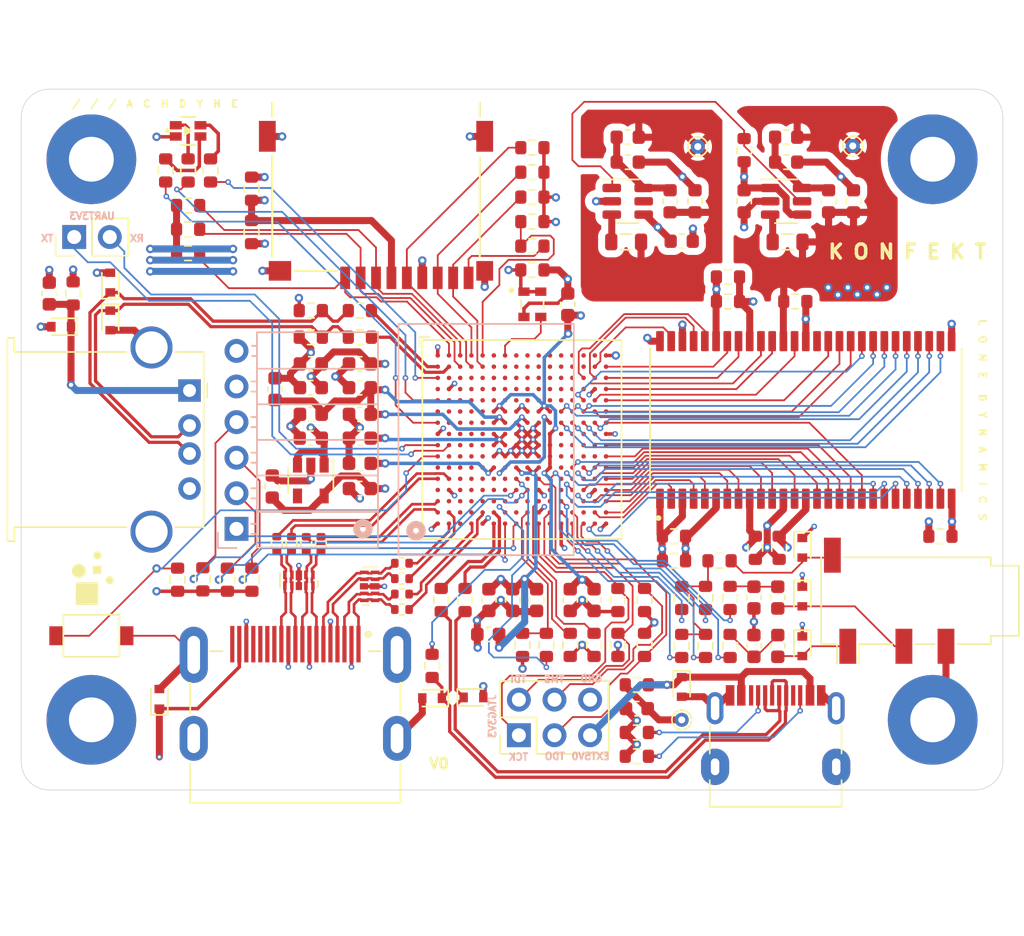
<source format=kicad_pcb>
(kicad_pcb (version 20211014) (generator pcbnew)
  (layers (0 "F.Cu" signal) (1 "In1.Cu" signal) (2 "In2.Cu" signal) (31 "B.Cu" signal) (34 "B.Paste" user) (35 "F.Paste" user) (36 "B.SilkS" user "B.Silkscreen") (37 "F.SilkS" user "F.Silkscreen") (38 "B.Mask" user) (39 "F.Mask" user) (44 "Edge.Cuts" user))
  (net 0 "")
  (net 1 "GND")
  (net 2 "/PWR5V0")
  (net 3 "Net-(L1-Pad1)")
  (net 4 "Net-(L2-Pad1)")
  (net 5 "Net-(J1-PadB5)")
  (net 6 "Net-(J1-PadA5)")
  (net 7 "/PWR2V5")
  (net 8 "/PWR1V1")
  (net 9 "/SD_DAT2")
  (net 10 "/USB1_DP")
  (net 22 "/CSPI_SCK")
  (net 23 "/CSPI_MISO")
  (net 24 "/CSPI_MOSI")
  (net 25 "/CSPI_SS")
  (net 33 "/JTAG_TCK")
  (net 34 "/JTAG_TDI")
  (net 35 "/JTAG_TDO")
  (net 36 "/JTAG_TMS")
  (net 37 "/USB1_DN")
  (net 40 "/INITN")
  (net 41 "/DONE")
  (net 43 "/SD_MOSI")
  (net 46 "/SD_SS")
  (net 47 "/SD_MISO")
  (net 48 "/SD_SCK")
  (net 50 "Net-(C17-Pad1)")
  (net 77 "/PWR3V3")
  (net 110 "/USB0_CONN_DP")
  (net 111 "/USB0_CONN_DN")
  (net 112 "/USB1_CONN_DP")
  (net 113 "/SD_DAT1")
  (net 114 "/UART_TX")
  (net 115 "/USB1_CONN_DN")
  (net 118 "/USB0_DN")
  (net 119 "/USB0_DP")
  (net 128 "/LED_R")
  (net 129 "/LED_G")
  (net 132 "/LED_B")
  (net 133 "/CLK48")
  (net 138 "/DVI_D2_P")
  (net 139 "/DVI_D2_N")
  (net 140 "/DVI_D1_P")
  (net 141 "/DVI_D1_N")
  (net 142 "/DVI_D0_P")
  (net 143 "/DVI_D0_N")
  (net 144 "/DVI_CK_P")
  (net 145 "/DVI_CK_N")
  (net 148 "/USB0_DP_PU")
  (net 150 "/DRAM_DQ0")
  (net 151 "/DRAM_DQ1")
  (net 152 "/DRAM_DQ2")
  (net 153 "/DRAM_DQ3")
  (net 154 "/DRAM_DQ4")
  (net 155 "/DRAM_DQ5")
  (net 156 "/DRAM_DQ6")
  (net 157 "/DRAM_DQ7")
  (net 158 "/DRAM_LDQM")
  (net 159 "/DRAM_WE")
  (net 160 "/DRAM_CAS")
  (net 161 "/DRAM_RAS")
  (net 162 "/DRAM_CS")
  (net 163 "/DRAM_BS0")
  (net 164 "/DRAM_BS1")
  (net 165 "/DRAM_A10")
  (net 166 "/DRAM_A0")
  (net 167 "/DRAM_A1")
  (net 168 "/DRAM_A2")
  (net 169 "/DRAM_A3")
  (net 170 "/DRAM_A4")
  (net 171 "/DRAM_A5")
  (net 172 "/DRAM_A6")
  (net 173 "/DRAM_A7")
  (net 174 "/DRAM_A8")
  (net 175 "/DRAM_A9")
  (net 176 "/DRAM_A11")
  (net 177 "/DRAM_A12")
  (net 178 "/DRAM_CKE")
  (net 179 "/DRAM_CLK")
  (net 180 "/DRAM_UDQM")
  (net 181 "/DRAM_DQ8")
  (net 182 "/DRAM_DQ9")
  (net 183 "/DRAM_DQ10")
  (net 184 "/DRAM_DQ11")
  (net 185 "/DRAM_DQ12")
  (net 186 "/DRAM_DQ13")
  (net 187 "/DRAM_DQ14")
  (net 188 "/DRAM_DQ15")
  (net 190 "/PWR1V1EN")
  (net 191 "Net-(C28-Pad1)")
  (net 192 "/PROGRAMN")
  (net 193 "/RESET")
  (net 194 "/SD_CD")
  (net 207 "/DVIC_D2_P")
  (net 208 "/DVIC_D2_N")
  (net 209 "/DVIC_D1_P")
  (net 210 "/DVIC_D1_N")
  (net 211 "/DVIC_D0_P")
  (net 212 "/DVIC_D0_N")
  (net 213 "/DVIC_CK_P")
  (net 214 "/DVIC_CK_N")
  (net 218 "/CFG_1")
  (net 219 "/PWR5V0UF")
  (net 220 "Net-(D7-Pad2)")
  (net 221 "Net-(D7-Pad3)")
  (net 224 "/BTN")
  (net 229 "/AUDIO_LC")
  (net 230 "/AUDIO_RC")
  (net 231 "Net-(C37-Pad2)")
  (net 232 "Net-(D7-Pad4)")
  (net 233 "/UART_RX")
  (net 234 "Net-(J4-Pad9)")
  (net 238 "/VIDEO_C")
  (net 239 "/AUDIO_L")
  (net 240 "/AUDIO_R")
  (net 241 "/VIDEO_D0")
  (net 242 "Net-(R33-Pad2)")
  (net 243 "/VIDEO_D1")
  (net 244 "/VIDEO_D2")
  (net 245 "/VIDEO_D3")
  (net 246 "Net-(C29-Pad1)")
  (net 247 "Net-(C38-Pad2)")
  (footprint "Capacitor_SMD:C_0603_1608Metric" (layer "F.Cu") (at 120.65 124.9 180)
    (fp_text reference "C35" hide)
    (fp_text value "4.7uF" hide)
  )
  (footprint "Capacitor_SMD:C_0603_1608Metric" (layer "F.Cu") (at 117.9 128.35 90)
    (fp_text reference "C39" hide)
    (fp_text value "4.7uF" hide)
  )
  (footprint "KC2016:OSC_KC2016Z13.5600C1KX00" (layer "F.Cu") (at 136.45 115.35)
    (fp_text reference "Y1" hide)
    (fp_text value "KC2016Z48" hide)
  )
  (footprint "Resistor_SMD:R_0603_1608Metric" (layer "F.Cu") (at 143.25 103.428 180)
    (fp_text reference "R48" hide)
    (fp_text value "100K" hide)
  )
  (footprint "TestPoint:TestPoint_THTPad_D1.0mm_Drill0.5mm" (layer "F.Cu") (at 148.25 104.1)
    (fp_text reference "TP2" hide)
    (fp_text value "TP_PWR1V1" hide)
  )
  (footprint "TestPoint:TestPoint_THTPad_D1.0mm_Drill0.5mm" (layer "F.Cu") (at 159.3 104.05)
    (fp_text reference "TP3" hide)
    (fp_text value "TP_PWR3V3" hide)
  )
  (footprint "Package_TO_SOT_SMD:SOT-23-6" (layer "F.Cu") (at 143.25 108)
    (fp_text reference "U5" hide)
    (fp_text value "TLV62568DDC" hide)
  )
  (footprint "Package_TO_SOT_SMD:SOT-23-6" (layer "F.Cu") (at 154.548 108)
    (fp_text reference "U6" hide)
    (fp_text value "TLV62568DDC" hide)
  )
  (footprint "Capacitor_SMD:C_0603_1608Metric" (layer "F.Cu") (at 147.1 110.85)
    (fp_text reference "C33" hide)
    (fp_text value "4.7uF" hide)
  )
  (footprint "Capacitor_SMD:C_0603_1608Metric" (layer "F.Cu") (at 151.55 108 -90)
    (fp_text reference "C34" hide)
    (fp_text value "4.7uF" hide)
  )
  (footprint "Capacitor_SMD:C_0603_1608Metric" (layer "F.Cu") (at 146.272 108 90)
    (fp_text reference "C37" hide)
    (fp_text value "10pF" hide)
  )
  (footprint "Capacitor_SMD:C_0603_1608Metric" (layer "F.Cu") (at 157.572 108 90)
    (fp_text reference "C38" hide)
    (fp_text value "10pF" hide)
  )
  (footprint "Capacitor_SMD:C_0603_1608Metric" (layer "F.Cu") (at 148.05 108 90)
    (fp_text reference "C41" hide)
    (fp_text value "10uF" hide)
  )
  (footprint "Capacitor_SMD:C_0603_1608Metric" (layer "F.Cu") (at 159.35 108 90)
    (fp_text reference "C42" hide)
    (fp_text value "10uF" hide)
  )
  (footprint "Resistor_SMD:R_0603_1608Metric" (layer "F.Cu") (at 154.548 105.206)
    (fp_text reference "R51" hide)
    (fp_text value "47K" hide)
  )
  (footprint "Resistor_SMD:R_0603_1608Metric" (layer "F.Cu") (at 154.548 103.428 180)
    (fp_text reference "R50" hide)
    (fp_text value "210K" hide)
  )
  (footprint "Resistor_SMD:R_0603_1608Metric" (layer "F.Cu") (at 143.25 105.206)
    (fp_text reference "R49" hide)
    (fp_text value "120K" hide)
  )
  (footprint "Package_TO_SOT_SMD:SOT-23-5" (layer "F.Cu") (at 120.65 127.925 -90)
    (fp_text reference "U7" hide)
    (fp_text value "TLV73325PDBV" hide)
  )
  (footprint "LD-LEDS:LED_RGB_0606_CHANZON" (layer "F.Cu") (at 111.9 102.975 90)
    (fp_text reference "D7" hide)
    (fp_text value "LED_RGB_ANODE" hide)
  )
  (footprint "LD-SDCARD:SDCARD" (layer "F.Cu") (at 125.3 102.9625 180)
    (fp_text reference "J4" hide)
    (fp_text value "MICROSD" hide)
  )
  (footprint "Connector_PinHeader_2.54mm:PinHeader_2x03_P2.54mm_Vertical" (layer "F.Cu") (at 135.4875 146.1 90)
    (fp_text reference "JTAG1" hide)
    (fp_text value "Conn_02x03_Top_Bottom" hide)
  )
  (footprint "Capacitor_SMD:C_0603_1608Metric" (layer "F.Cu") (at 118.1 121.4 90)
    (fp_text reference "C40" hide)
    (fp_text value "22uF" hide)
  )
  (footprint "Resistor_SMD:R_0603_1608Metric" (layer "F.Cu") (at 129.3 141.15 -90)
    (fp_text reference "R6" hide)
    (fp_text value "1K5" hide)
  )
  (footprint "Resistor_SMD:R_0402_1005Metric" (layer "F.Cu") (at 121.375 132.45 -90)
    (fp_text reference "R43" hide)
    (fp_text value "270R" hide)
  )
  (footprint "Capacitor_SMD:C_0603_1608Metric" (layer "F.Cu") (at 143.9 144.2 180)
    (fp_text reference "C16" hide)
    (fp_text value "4.7uF" hide)
  )
  (footprint "Resistor_SMD:R_0603_1608Metric" (layer "F.Cu") (at 142.55 136.45 -90)
    (fp_text reference "R28" hide)
    (fp_text value "4K7" hide)
  )
  (footprint "Resistor_SMD:R_0603_1608Metric" (layer "F.Cu") (at 146.55 133.65 180)
    (fp_text reference "C24" hide)
    (fp_text value "10uF" hide)
  )
  (footprint "Resistor_SMD:R_0603_1608Metric" (layer "F.Cu") (at 124.15 115.8)
    (fp_text reference "R13" hide)
    (fp_text value "22R" hide)
  )
  (footprint "Resistor_SMD:R_0603_1608Metric" (layer "F.Cu") (at 148.8 139.725 90)
    (fp_text reference "R36" hide)
    (fp_text value "2K" hide)
  )
  (footprint "Resistor_SMD:R_0603_1608Metric" (layer "F.Cu") (at 111.9 110)
    (fp_text reference "R20" hide)
    (fp_text value "20K" hide)
  )
  (footprint "Resistor_SMD:R_0603_1608Metric" (layer "F.Cu") (at 124.15 117.7)
    (fp_text reference "R14" hide)
    (fp_text value "22R" hide)
  )
  (footprint "Resistor_SMD:R_0603_1608Metric" (layer "F.Cu") (at 152.35 132.725 90)
    (fp_text reference "C22" hide)
    (fp_text value "100nF" hide)
  )
  (footprint "Resistor_SMD:R_0603_1608Metric" (layer "F.Cu") (at 144.45 139.65 -90)
    (fp_text reference "R26" hide)
    (fp_text value "4K7" hide)
  )
  (footprint "Resistor_SMD:R_0603_1608Metric" (layer "F.Cu") (at 136.45 111.2)
    (fp_text reference "R25" hide)
    (fp_text value "100R" hide)
  )
  (footprint "Capacitor_SMD:C_0603_1608Metric" (layer "F.Cu") (at 152.25 139.725 90)
    (fp_text reference "C28" hide)
    (fp_text value "4.7uF" hide)
  )
  (footprint "Package_DFN_QFN:Diodes_UDFN-10_1.0x2.5mm_P0.5mm" (layer "F.Cu") (at 119.8 135.04 -90)
    (fp_text reference "U3" hide)
    (fp_text value "ESD3V3" hide)
  )
  (footprint "Resistor_SMD:R_0603_1608Metric" (layer "F.Cu") (at 140.85 139.65 90)
    (fp_text reference "R1" hide)
    (fp_text value "4K7" hide)
  )
  (footprint "Resistor_SMD:R_0603_1608Metric" (layer "F.Cu") (at 149.8 133.65)
    (fp_text reference "R38" hide)
    (fp_text value "33R" hide)
  )
  (footprint "LD-LOGO:ld-kicad" (layer "F.Cu") (at 104.95 134.95)
    (fp_text reference "G***" hide)
    (fp_text value "LOGO" hide)
  )
  (footprint "Resistor_SMD:R_0603_1608Metric" (layer "F.Cu") (at 114.7 135 90)
    (fp_text reference "R11" hide)
    (fp_text value "10K" hide)
  )
  (footprint "Resistor_SMD:R_0603_1608Metric" (layer "F.Cu") (at 147.1 139.725 90)
    (fp_text reference "R34" hide)
    (fp_text value "536R" hide)
  )
  (footprint "Resistor_SMD:R_0603_1608Metric" (layer "F.Cu") (at 103.7 114.575 -90)
    (fp_text reference "FB2" hide)
    (fp_text value "Ferrite_Bead" hide)
  )
  (footprint "Capacitor_SMD:C_0603_1608Metric" (layer "F.Cu") (at 153.95 139.725 90)
    (fp_text reference "C30" hide)
    (fp_text value "10uF" hide)
  )
  (footprint "Resistor_SMD:R_0603_1608Metric" (layer "F.Cu") (at 136.45 107.7 180)
    (fp_text reference "R22" hide)
    (fp_text value "20K" hide)
  )
  (footprint "Capacitor_SMD:C_0603_1608Metric" (layer "F.Cu") (at 102 114.575 90)
    (fp_text reference "C17" hide)
    (fp_text value "10uF" hide)
  )
  (footprint "Diode_SMD:D_SOD-523" (layer "F.Cu") (at 155.7 139.75 -90)
    (fp_text reference "D9" hide)
    (fp_text value "ESD3V3BI" hide)
  )
  (footprint "Resistor_SMD:R_0603_1608Metric" (layer "F.Cu") (at 146.55 131.9 180)
    (fp_text reference "C21" hide)
    (fp_text value "100nF" hide)
  )
  (footprint "Diode_SMD:D_SOD-523" (layer "F.Cu") (at 132.25 143.4)
    (fp_text reference "D2" hide)
    (fp_text value "ESD5V" hide)
  )
  (footprint "Resistor_SMD:R_0603_1608Metric" (layer "F.Cu") (at 165.55 131.9)
    (fp_text reference "C19" hide)
    (fp_text value "100nF" hide)
  )
  (footprint "Diode_SMD:D_SOD-523" (layer "F.Cu") (at 129.3 143.45 180)
    (fp_text reference "D1" hide)
    (fp_text value "ESD5V" hide)
  )
  (footprint "Connector_USB:USB_A_Stewart_SS-52100-001_Horizontal" (layer "F.Cu") (at 112 121.5 -90)
    (fp_text reference "J2" hide)
    (fp_text value "USB_A" hide)
  )
  (footprint "Resistor_SMD:R_0603_1608Metric" (layer "F.Cu") (at 131.65 136.45 90)
    (fp_text reference "R8" hide)
    (fp_text value "22R" hide)
  )
  (footprint "Resistor_SMD:R_0402_1005Metric" (layer "F.Cu") (at 127.15 134.925 180)
    (fp_text reference "R41" hide)
    (fp_text value "270R" hide)
  )
  (footprint "Resistor_SMD:R_0603_1608Metric" (layer "F.Cu") (at 136.45 109.45 180)
    (fp_text reference "R21" hide)
    (fp_text value "20K" hide)
  )
  (footprint "Resistor_SMD:R_0603_1608Metric" (layer "F.Cu") (at 120.65 115.8 180)
    (fp_text reference "R15" hide)
    (fp_text value "15K" hide)
  )
  (footprint "Resistor_SMD:R_0603_1608Metric" (layer "F.Cu") (at 150.55 136.3 90)
    (fp_text reference "R32" hide)
    (fp_text value "100R" hide)
  )
  (footprint "Capacitor_SMD:C_0603_1608Metric" (layer "F.Cu") (at 152.25 136.275 -90)
    (fp_text reference "C29" hide)
    (fp_text value "4.7uF" hide)
  )
  (footprint "Capacitor_SMD:C_0603_1608Metric" (layer "F.Cu") (at 135.05 136.45 90)
    (fp_text reference "C3" hide)
    (fp_text value "220nF" hide)
  )
  (footprint "Resistor_SMD:R_0603_1608Metric" (layer "F.Cu") (at 136.45 112.9)
    (fp_text reference "C32" hide)
    (fp_text value "100nF" hide)
  )
  (footprint "Resistor_SMD:R_0603_1608Metric" (layer "F.Cu") (at 151.55 104.35 90)
    (fp_text reference "R47" hide)
    (fp_text value "1K5" hide)
  )
  (footprint "Resistor_SMD:R_0603_1608Metric" (layer "F.Cu") (at 111.9 111.7)
    (fp_text reference "R23" hide)
    (fp_text value "20K" hide)
  )
  (footprint "Inductor_SMD:L_0805_2012Metric" (layer "F.Cu") (at 143.1375 110.9)
    (fp_text reference "L1" hide)
    (fp_text value "INDUCTOR" hide)
  )
  (footprint "MountingHole:MountingHole_3.2mm_M3_Pad" (layer "F.Cu") (at 105 145)
    (fp_text reference "H3" hide)
    (fp_text value "MountingHole_Pad" hide)
  )
  (footprint "MountingHole:MountingHole_3.2mm_M3_Pad" (layer "F.Cu") (at 105 105)
    (fp_text reference "H1" hide)
    (fp_text value "MountingHole_Pad" hide)
  )
  (footprint "MountingHole:MountingHole_3.2mm_M3_Pad" (layer "F.Cu") (at 165 145)
    (fp_text reference "H4" hide)
    (fp_text value "MountingHole_Pad" hide)
  )
  (footprint "LD-HDMI:HDMI_TE_1827059-3-FIXED" (layer "F.Cu") (at 119.55 144.6)
    (fp_text reference "J5" hide)
    (fp_text value "DDMI_A" hide)
  )
  (footprint "Resistor_SMD:R_0603_1608Metric" (layer "F.Cu") (at 144.45 136.45 90)
    (fp_text reference "R27" hide)
    (fp_text value "4K7" hide)
  )
  (footprint "LD-MEMORY:SOP80P1176X120-54N" (layer "F.Cu") (at 155.95 123.6 90)
    (fp_text reference "U2" hide)
    (fp_text value "W9825G6KH-6" hide)
  )
  (footprint "MountingHole:MountingHole_3.2mm_M3_Pad" (layer "F.Cu") (at 165 105)
    (fp_text reference "H2" hide)
    (fp_text value "MountingHole_Pad" hide)
  )
  (footprint "Diode_SMD:D_SOD-523" (layer "F.Cu") (at 155.7 132.725 -90)
    (fp_text reference "D10" hide)
    (fp_text value "ESD3V3BI" hide)
  )
  (footprint "Resistor_SMD:R_0402_1005Metric" (layer "F.Cu") (at 127.15 133.825 180)
    (fp_text reference "R42" hide)
    (fp_text value "270R" hide)
  )
  (footprint "Resistor_SMD:R_0603_1608Metric" (layer "F.Cu") (at 150.4 113.4 180)
    (fp_text reference "C25" hide)
    (fp_text value "10uF" hide)
  )
  (footprint "Capacitor_SMD:C_0603_1608Metric" (layer "F.Cu") (at 139.15 136.45 90)
    (fp_text reference "C1" hide)
    (fp_text value "220nF" hide)
  )
  (footprint "Capacitor_SMD:C_0603_1608Metric" (layer "F.Cu") (at 124.15 126.7)
    (fp_text reference "C10" hide)
    (fp_text value "220nF" hide)
  )
  (footprint "Capacitor_SMD:C_0603_1608Metric" (layer "F.Cu") (at 133.35 136.45 90)
    (fp_text reference "C14" hide)
    (fp_text value "1uF" hide)
  )
  (footprint "Resistor_SMD:R_0603_1608Metric" (layer "F.Cu") (at 143.9 147.6 180)
    (fp_text reference "R10" hide)
    (fp_text value "5K1" hide)
  )
  (footprint "Resistor_SMD:R_0603_1608Metric" (layer "F.Cu") (at 139.15 139.65 90)
    (fp_text reference "R2" hide)
    (fp_text value "4K7" hide)
  )
  (footprint "Resistor_SMD:R_0603_1608Metric" (layer "F.Cu") (at 147.1 136.3 90)
    (fp_text reference "R33" hide)
    (fp_text value "270R" hide)
  )
  (footprint "Capacitor_SMD:C_0603_1608Metric" (layer "F.Cu") (at 120.65 121.3)
    (fp_text reference "C9" hide)
    (fp_text value "1uF" hide)
  )
  (footprint "Diode_SMD:D_SOD-523" (layer "F.Cu") (at 155.7 136.2 -90)
    (fp_text reference "D8" hide)
    (fp_text value "ESD3V3BI" hide)
  )
  (footprint "Inductor_SMD:L_0805_2012Metric" (layer "F.Cu") (at 154.65 110.9)
    (fp_text reference "L2" hide)
    (fp_text value "INDUCTOR" hide)
  )
  (footprint "Diode_SMD:D_SOD-523" (layer "F.Cu") (at 106.35 113.8 90)
    (fp_text reference "D4" hide)
    (fp_text value "ESD5V" hide)
  )
  (footprint "Capacitor_SMD:C_0603_1608Metric" (layer "F.Cu") (at 124.15 123.2)
    (fp_text reference "C13" hide)
    (fp_text value "220nF" hide)
  )
  (footprint "Resistor_SMD:R_0603_1608Metric" (layer "F.Cu") (at 116.425 110.2 -90)
    (fp_text reference "C27" hide)
    (fp_text value "100nF" hide)
  )
  (footprint "Capacitor_SMD:C_0603_1608Metric" (layer "F.Cu") (at 124.15 121.3)
    (fp_text reference "C11" hide)
    (fp_text value "220nF" hide)
  )
  (footprint "Resistor_SMD:R_0603_1608Metric" (layer "F.Cu") (at 148.8 136.3 90)
    (fp_text reference "R35" hide)
    (fp_text value "1K" hide)
  )
  (footprint "Resistor_SMD:R_0603_1608Metric" (layer "F.Cu") (at 137.45 139.65 90)
    (fp_text reference "R9" hide)
    (fp_text value "51R" hide)
  )
  (footprint "Resistor_SMD:R_0603_1608Metric" (layer "F.Cu") (at 143.9 142.5)
    (fp_text reference "FB1" hide)
    (fp_text value "Ferrite_Bead" hide)
  )
  (footprint "Resistor_SMD:R_0603_1608Metric" (layer "F.Cu") (at 136.45 105.925 180)
    (fp_text reference "R17" hide)
    (fp_text value "20K" hide)
  )
  (footprint "Capacitor_SMD:C_0603_1608Metric" (layer "F.Cu") (at 124.15 128.5)
    (fp_text reference "C5" hide)
    (fp_text value "220nF" hide)
  )
  (footprint "Capacitor_SMD:C_0603_1608Metric" (layer "F.Cu") (at 120.65 119.6 180)
    (fp_text reference "C43" hide)
    (fp_text value "22uF" hide)
  )
  (footprint "Resistor_SMD:R_0603_1608Metric" (layer "F.Cu") (at 136.45 104.175 180)
    (fp_text reference "R18" hide)
    (fp_text value "20K" hide)
  )
  (footprint "Resistor_SMD:R_0603_1608Metric" (layer "F.Cu") (at 150.55 139.725 90)
    (fp_text reference "R31" hide)
    (fp_text value "100R" hide)
  )
  (footprint "Resistor_SMD:R_0603_1608Metric" (layer "F.Cu") (at 129.95 136.45 90)
    (fp_text reference "R7" hide)
    (fp_text value "22R" hide)
  )
  (footprint "Capacitor_SMD:C_0603_1608Metric" (layer "F.Cu") (at 153.95 136.275 90)
    (fp_text reference "C31" hide)
    (fp_text value "10uF" hide)
  )
  (footprint "Resistor_SMD:R_0603_1608Metric" (layer "F.Cu") (at 142.55 139.65 90)
    (fp_text reference "R24" hide)
    (fp_text value "4K7" hide)
  )
  (footprint "Capacitor_SMD:C_0603_1608Metric" (layer "F.Cu") (at 140.85 136.45 90)
    (fp_text reference "C12" hide)
    (fp_text value "1uF" hide)
  )
  (footprint "Package_BGA:BGA-256_14.0x14.0mm_Layout16x16_P0.8mm_Ball0.45mm_Pad0.32mm_NSMD" (layer "F.Cu") (at 135.703355 125)
    (fp_text reference "U1" hide)
    (fp_text value "Lattice_ECP_FPGA_ECP5U_45_CABGA256" hide)
  )
  (footprint "LD-SWITCH:Button_2P_3x4mm" (layer "F.Cu") (at 105 139)
    (fp_text reference "SW1" hide)
    (fp_text value "SW_Push" hide)
  )
  (footprint "Diode_SMD:D_SOD-523" (layer "F.Cu") (at 109.85 143.5 90)
    (fp_text reference "D11" hide)
    (fp_text value "ESD5V" hide)
  )
  (footprint "Resistor_SMD:R_0603_1608Metric" (layer "F.Cu") (at 154.05 132.725 90)
    (fp_text reference "C23" hide)
    (fp_text value "100nF" hide)
  )
  (footprint "Diode_SMD:D_SOD-523" (layer "F.Cu") (at 106.35 116.5 -90)
    (fp_text reference "D5" hide)
    (fp_text value "ESD5V" hide)
  )
  (footprint "Resistor_SMD:R_0603_1608Metric" (layer "F.Cu") (at 116.45 135 90)
    (fp_text reference "R12" hide)
    (fp_text value "10K" hide)
  )
  (footprint "Connector_Audio:Jack_3.5mm_PJ320D_Horizontal" (layer "F.Cu") (at 162.77 136.5 180)
    (fp_text reference "J6" hide)
    (fp_text value "AudioJack4" hide)
  )
  (footprint "Diode_SMD:D_SOD-523" (layer "F.Cu") (at 147.1 142.65 -90)
    (fp_text reference "D3" hide)
    (fp_text value "ESD5V" hide)
  )
  (footprint "Resistor_SMD:R_0603_1608Metric" (layer "F.Cu") (at 111.15 135 90)
    (fp_text reference "R52" hide)
    (fp_text value "10K" hide)
  )
  (footprint "Resistor_SMD:R_0603_1608Metric" (layer "F.Cu") (at 120.65 117.7 180)
    (fp_text reference "R16" hide)
    (fp_text value "15K" hide)
  )
  (footprint "Resistor_SMD:R_0402_1005Metric" (layer "F.Cu") (at 127.15 137.125 180)
    (fp_text reference "R39" hide)
    (fp_text value "270R" hide)
  )
  (footprint "Resistor_SMD:R_0402_1005Metric" (layer "F.Cu") (at 120.325 132.45 -90)
    (fp_text reference "R44" hide)
    (fp_text value "270R" hide)
  )
  (footprint "Capacitor_SMD:C_0603_1608Metric" (layer "F.Cu") (at 120.65 123.2)
    (fp_text reference "C15" hide)
    (fp_text value "1uF" hide)
  )
  (footprint "Connector_PinHeader_2.54mm:PinHeader_1x02_P2.54mm_Vertical" (layer "F.Cu") (at 103.775 110.55 90)
    (fp_text reference "J3" hide)
    (fp_text value "UART" hide)
  )
  (footprint "LD-CONNECTORS:USB_C_Receptacle_HRO_TYPE-C-31-M-12-BIG-PADS" (layer "F.Cu") (at 153.8 147.3)
    (fp_text reference "J1" hide)
    (fp_text value "TYPE-C-31-M-12-FIXED" hide)
  )
  (footprint "Resistor_SMD:R_0603_1608Metric" (layer "F.Cu") (at 111.9 105.8 -90)
    (fp_text reference "R37" hide)
    (fp_text value "536R" hide)
  )
  (footprint "TestPoint:TestPoint_THTPad_D1.0mm_Drill0.5mm" (layer "F.Cu") (at 147.1 145)
    (fp_text reference "TP1" hide)
    (fp_text value "TP_PWR5V0" hide)
  )
  (footprint "Diode_SMD:D_SOD-523" (layer "F.Cu") (at 102.85 116.95 180)
    (fp_text reference "D6" hide)
    (fp_text value "ESD5V" hide)
  )
  (footprint "Resistor_SMD:R_0603_1608Metric" (layer "F.Cu") (at 143.9 145.9 180)
    (fp_text reference "R5" hide)
    (fp_text value "5K1" hide)
  )
  (footprint "Resistor_SMD:R_0603_1608Metric" (layer "F.Cu") (at 116.425 107.1 90)
    (fp_text reference "C26" hide)
    (fp_text value "10uF" hide)
  )
  (footprint "Resistor_SMD:R_0402_1005Metric" (layer "F.Cu") (at 127.15 136.025 180)
    (fp_text reference "R40" hide)
    (fp_text value "270R" hide)
  )
  (footprint "Resistor_SMD:R_0603_1608Metric" (layer "F.Cu") (at 113.5 105.8 -90)
    (fp_text reference "R30" hide)
    (fp_text value "536R" hide)
  )
  (footprint "Capacitor_SMD:C_0603_1608Metric" (layer "F.Cu") (at 133.3 138.9 180)
    (fp_text reference "C36" hide)
    (fp_text value "22uF" hide)
  )
  (footprint "Resistor_SMD:R_0603_1608Metric" (layer "F.Cu") (at 135.75 139.65 90)
    (fp_text reference "R3" hide)
    (fp_text value "4K7" hide)
  )
  (footprint "Resistor_SMD:R_0603_1608Metric" (layer "F.Cu") (at 150.4 115.15 180)
    (fp_text reference "C20" hide)
    (fp_text value "100nF" hide)
  )
  (footprint "Capacitor_SMD:C_0603_1608Metric" (layer "F.Cu") (at 124.15 119.6)
    (fp_text reference "C7" hide)
    (fp_text value "220nF" hide)
  )
  (footprint "Capacitor_SMD:C_0603_1608Metric" (layer "F.Cu") (at 138.975 115.35 -90)
    (fp_text reference "C8" hide)
    (fp_text value "220nF" hide)
  )
  (footprint "Resistor_SMD:R_0603_1608Metric" (layer "F.Cu") (at 155.2 115.15 180)
    (fp_text reference "C18" hide)
    (fp_text value "100nF" hide)
  )
  (footprint "Resistor_SMD:R_0603_1608Metric" (layer "F.Cu") (at 111.9 108.3)
    (fp_text reference "R19" hide)
    (fp_text value "20K" hide)
  )
  (footprint "Capacitor_SMD:C_0603_1608Metric" (layer "F.Cu") (at 136.75 136.45 90)
    (fp_text reference "C6" hide)
    (fp_text value "220nF" hide)
  )
  (footprint "Package_DFN_QFN:Diodes_UDFN-10_1.0x2.5mm_P0.5mm" (layer "F.Cu") (at 124.85 135.475 180)
    (fp_text reference "U4" hide)
    (fp_text value "ESD3V3" hide)
  )
  (footprint "Resistor_SMD:R_0402_1005Metric" (layer "F.Cu") (at 119.275 132.44 -90)
    (fp_text reference "R45" hide)
    (fp_text value "270R" hide)
  )
  (footprint "Resistor_SMD:R_0402_1005Metric" (layer "F.Cu") (at 118.225 132.44 -90)
    (fp_text reference "R46" hide)
    (fp_text value "270R" hide)
  )
  (footprint "Resistor_SMD:R_0603_1608Metric" (layer "F.Cu") (at 110.3 105.8 -90)
    (fp_text reference "R29" hide)
    (fp_text value "536R" hide)
  )
  (footprint "Capacitor_SMD:C_0603_1608Metric" (layer "F.Cu") (at 124.15 124.9)
    (fp_text reference "C2" hide)
    (fp_text value "220nF" hide)
  )
  (footprint "Resistor_SMD:R_0603_1608Metric" (layer "F.Cu") (at 112.95 134.975 90)
    (fp_text reference "R4" hide)
    (fp_text value "1K" hide)
  )
  (footprint "LD-MODULES:MMOD_Host_Socket" (layer "B.Cu") (at 115.35 118.675 180)
    (fp_text reference "MMOD1" hide)
    (fp_text value "PMOD-Device-x1-Type-2-SPI" hide)
  )
  (footprint "LD-MODULES:LD-MMOD" (layer "B.Cu") (at 133.15 125 180)
    (fp_text reference "REF**" hide)
    (fp_text value "LD-MMOD" hide)
  )
  (gr_arc (start 100 102) (mid 100.585786 100.585786) (end 102 100) (layer "Edge.Cuts") (width 0.05))
  (gr_arc (start 168 100) (mid 169.414214 100.585786) (end 170 102) (layer "Edge.Cuts") (width 0.05))
  (gr_arc (start 102 150) (mid 100.585786 149.414214) (end 100 148) (layer "Edge.Cuts") (width 0.05))
  (gr_arc (start 170 148) (mid 169.414214 149.414214) (end 168 150) (layer "Edge.Cuts") (width 0.05))
  (gr_line (start 100 102) (end 100 148) (layer "Edge.Cuts") (width 0.05))
  (gr_line (start 102 150) (end 168 150) (layer "Edge.Cuts") (width 0.05))
  (gr_line (start 102 100) (end 168 100) (layer "Edge.Cuts") (width 0.05))
  (gr_line (start 170 102) (end 170 148) (layer "Edge.Cuts") (width 0.05))
  (gr_text "TDO" (at 138.05 147.6) (layer "B.SilkS") (effects (font (size 0.5 0.5) (thickness 0.125)) (justify mirror)))
  (gr_text "TX" (at 101.85 110.65) (layer "B.SilkS") (effects (font (size 0.5 0.5) (thickness 0.125)) (justify mirror)))
  (gr_text "TDI" (at 135.45 142.1) (layer "B.SilkS") (effects (font (size 0.5 0.5) (thickness 0.125)) (justify mirror)))
  (gr_text "RX" (at 108.25 110.65) (layer "B.SilkS") (effects (font (size 0.5 0.5) (thickness 0.125)) (justify mirror)))
  (gr_text "JTAG3V3" (at 133.6 144.75 90) (layer "B.SilkS") (effects (font (size 0.5 0.5) (thickness 0.125)) (justify mirror)))
  (gr_text "EXT5V0" (at 140.6 147.6) (layer "B.SilkS") (effects (font (size 0.5 0.5) (thickness 0.125)) (justify mirror)))
  (gr_text "TCK" (at 135.45 147.65) (layer "B.SilkS") (effects (font (size 0.5 0.5) (thickness 0.125)) (justify mirror)))
  (gr_text "UART3V3" (at 105.05 109.05) (layer "B.SilkS") (effects (font (size 0.5 0.5) (thickness 0.125)) (justify mirror)))
  (gr_text "TMS" (at 138 142.1) (layer "B.SilkS") (effects (font (size 0.5 0.5) (thickness 0.125)) (justify mirror)))
  (gr_text "GND" (at 140.65 142.05) (layer "B.SilkS") (effects (font (size 0.5 0.5) (thickness 0.125)) (justify mirror)))
  (gr_text "K O N F E K T" (at 163.2 111.6) (layer "F.SilkS") (effects (font (size 1 1) (thickness 0.25))))
  (gr_text "/  /  /  A  C  H  D  Y  N  E" (at 109.55 101.05) (layer "F.SilkS") (effects (font (size 0.5 0.5) (thickness 0.125))))
  (gr_text "L  O  N  E   D  Y  N  A  M  I  C  S" (at 168.55 123.6 270) (layer "F.SilkS") (effects (font (size 0.5 0.5) (thickness 0.125))))
  (gr_text "V0" (at 129.8 148.125) (layer "F.SilkS") (effects (font (size 0.75 0.75) (thickness 0.1875))))
  (segment (start 155.95 117.98) (end 155.95 115.225) (width 0.5) (layer "F.Cu") (net 1))
  (segment (start 134.175 136.45) (end 133.35 137.275) (width 0.5) (layer "F.Cu") (net 1))
  (segment (start 116.05 137.975) (end 116.05 139.6) (width 0.25) (layer "F.Cu") (net 1))
  (segment (start 151.95 115.875) (end 151.225 115.15) (width 0.5) (layer "F.Cu") (net 1))
  (segment (start 135.702637 125.799282) (end 135.702637 125.800718) (width 0.25) (layer "F.Cu") (net 1))
  (segment (start 137.3 129.803355) (end 136.903355 130.2) (width 0.25) (layer "F.Cu") (net 1))
  (segment (start 142.1125 108) (end 141 108) (width 0.5) (layer "F.Cu") (net 1))
  (segment (start 110.94 139) (end 107.5 139) (width 0.125) (layer "F.Cu") (net 1))
  (segment (start 123.375 124.9) (end 123.375 126.7) (width 0.5) (layer "F.Cu") (net 1))
  (segment (start 146.106 105.206) (end 147.15 106.25) (width 0.5) (layer "F.Cu") (net 1))
  (segment (start 135.304073 123.8) (end 135.703355 124.199282) (width 0.25) (layer "F.Cu") (net 1))
  (segment (start 134.2 136.45) (end 134.175 136.45) (width 0.5) (layer "F.Cu") (net 1))
  (segment (start 150.395 143.255) (end 149.48 144.17) (width 0.5) (layer "F.Cu") (net 1))
  (segment (start 159.35 107.15) (end 158.45 106.25) (width 0.5) (layer "F.Cu") (net 1))
  (segment (start 154.35 129.22) (end 154.35 130) (width 0.5) (layer "F.Cu") (net 1))
  (segment (start 135.05 137.275) (end 136.75 137.275) (width 0.5) (layer "F.Cu") (net 1))
  (segment (start 102 113.8) (end 102 112.9) (width 0.5) (layer "F.Cu") (net 1))
  (segment (start 134.102637 125.799282) (end 134.102637 125.800718) (width 0.25) (layer "F.Cu") (net 1))
  (segment (start 129.65 131) (end 129.25 131.4) (width 0.25) (layer "F.Cu") (net 1))
  (segment (start 135.703355 125) (end 135.303355 124.6) (width 0.25) (layer "F.Cu") (net 1))
  (segment (start 143.075 147.575) (end 143.9 146.75) (width 0.5) (layer "F.Cu") (net 1))
  (segment (start 136.903355 124.6) (end 136.9 124.6) (width 0.25) (layer "F.Cu") (net 1))
  (segment (start 157.406 105.206) (end 158.45 106.25) (width 0.5) (layer "F.Cu") (net 1))
  (segment (start 140 136.45) (end 139.975 136.45) (width 0.5) (layer "F.Cu") (net 1))
  (segment (start 147.15 117.98) (end 147.15 116.8) (width 0.5) (layer "F.Cu") (net 1))
  (segment (start 152.2 115.15) (end 151.225 115.15) (width 0.5) (layer "F.Cu") (net 1))
  (segment (start 122.475 120.5) (end 123.375 119.6) (width 0.5) (layer "F.Cu") (net 1))
  (segment (start 132.903355 131) (end 132.903355 130.996645) (width 0.25) (layer "F.Cu") (net 1))
  (segment (start 155.7 139.05) (end 155.7 138.2) (width 0.25) (layer "F.Cu") (net 1))
  (segment (start 129.703355 124.596645) (end 130.1 124.2) (width 0.25) (layer "F.Cu") (net 1))
  (segment (start 143.9 145.05) (end 143.9 145.075) (width 0.5) (layer "F.Cu") (net 1))
  (segment (start 155.95 115.225) (end 156.025 115.15) (width 0.5) (layer "F.Cu") (net 1))
  (segment (start 149.55 129.899545) (end 149.55 129.22) (width 0.5) (layer "F.Cu") (net 1))
  (segment (start 138.503355 132.503355) (end 138.75 132.75) (width 0.25) (layer "F.Cu") (net 1))
  (segment (start 119.2 120.625) (end 119.2 120.275) (width 0.5) (layer "F.Cu") (net 1))
  (segment (start 108.06 117.2) (end 109.29 118.43) (width 0.5) (layer "F.Cu") (net 1))
  (segment (start 133.05 112.9625) (end 133.05 114.1) (width 0.5) (layer "F.Cu") (net 1))
  (segment (start 153.2 131.15) (end 153.2 132.7) (width 0.5) (layer "F.Cu") (net 1))
  (segment (start 110.94 139) (end 112.3 140.36) (width 0.125) (layer "F.Cu") (net 1))
  (segment (start 152.35 133.55) (end 153.2 132.7) (width 0.5) (layer "F.Cu") (net 1))
  (segment (start 152.25 137.05) (end 152.25 138) (width 0.25) (layer "F.Cu") (net 1))
  (segment (start 136.503355 125) (end 136.903355 124.6) (width 0.25) (layer "F.Cu") (net 1))
  (segment (start 130.503355 121.4) (end 130.503355 121.396645) (width 0.25) (layer "F.Cu") (net 1))
  (segment (start 136.5 125.003355) (end 136.103355 125.4) (width 0.25) (layer "F.Cu") (net 1))
  (segment (start 129.703355 131) (end 129.65 131) (width 0.25) (layer "F.Cu") (net 1))
  (segment (start 134.102637 125.799282) (end 134.503355 126.2) (width 0.25) (layer "F.Cu") (net 1))
  (segment (start 147.9 110.8375) (end 147.8875 110.85) (width 0.5) (layer "F.Cu") (net 1))
  (segment (start 124.15 124.15) (end 124.125 124.15) (width 0.5) (layer "F.Cu") (net 1))
  (segment (start 119.825 114.925) (end 119.8 114.9) (width 0.25) (layer "F.Cu") (net 1))
  (segment (start 136.502637 125.799282) (end 136.103355 125.4) (width 0.25) (layer "F.Cu") (net 1))
  (segment (start 105.4 113.1) (end 106.35 113.1) (width 0.5) (layer "F.Cu") (net 1))
  (segment (start 122.05 137.975) (end 122.05 139.6) (width 0.25) (layer "F.Cu") (net 1))
  (segment (start 119.875 123.375) (end 119.2 124.05) (width 0.5) (layer "F.Cu") (net 1))
  (segment (start 134.225 136.45) (end 135.05 137.275) (width 0.5) (layer "F.Cu") (net 1))
  (segment (start 138.503355 131) (end 138.503355 132.503355) (width 0.25) (layer "F.Cu") (net 1))
  (segment (start 135.85 115.65) (end 136.225 115.275) (width 0.25) (layer "F.Cu") (net 1))
  (segment (start 129.7 118.996645) (end 129.703355 119) (width 0.25) (layer "F.Cu") (net 1))
  (segment (start 117.35 106.275) (end 116.425 106.275) (width 0.5) (layer "F.Cu") (net 1))
  (segment (start 117.375 111.025) (end 116.425 111.025) (width 0.5) (layer "F.Cu") (net 1))
  (segment (start 147.549545 131.9) (end 149.55 129.899545) (width 0.5) (layer "F.Cu") (net 1))
  (segment (start 130.503355 128.603355) (end 130.9 129) (width 0.25) (layer "F.Cu") (net 1))
  (segment (start 120.5 127.95) (end 118.2875 127.95) (width 0.5) (layer "F.Cu") (net 1))
  (segment (start 138.975 113.55) (end 138.975 114.575) (width 0.5) (layer "F.Cu") (net 1))
  (segment (start 136.5 124.2) (end 136.503355 124.2) (width 0.25) (layer "F.Cu") (net 1))
  (segment (start 119.8 134.69) (end 119.8 135.4525) (width 0.25) (layer "F.Cu") (net 1))
  (segment (start 164.725 130.85) (end 164.725 131.9) (width 0.5) (layer "F.Cu") (net 1))
  (segment (start 133.35 137.275) (end 133.125 137.275) (width 0.5) (layer "F.Cu") (net 1))
  (segment (start 135.702637 125.799282) (end 135.704073 125.799282) (width 0.25) (layer "F.Cu") (net 1))
  (segment (start 135.303355 125.4) (end 135.703355 125) (width 0.25) (layer "F.Cu") (net 1))
  (segment (start 145.55 117.98) (end 144.88 117.98) (width 0.5) (layer "F.Cu") (net 1))
  (segment (start 136.9 124.6) (end 136.5 124.2) (width 0.25) (layer "F.Cu") (net 1))
  (segment (start 118.1 120.625) (end 119.2 120.625) (width 0.5) (layer "F.Cu") (net 1))
  (segment (start 136.5 125) (end 136.5 125.003355) (width 0.25) (layer "F.Cu") (net 1))
  (segment (start 140.025 136.45) (end 140.85 137.275) (width 0.5) (layer "F.Cu") (net 1))
  (segment (start 130.503355 121.396645) (end 130.9 121) (width 0.25) (layer "F.Cu") (net 1))
  (segment (start 119.875 124.8875) (end 119.8625 124.9) (width 0.5) (layer "F.Cu") (net 1))
  (segment (start 151.95 117.98) (end 151.95 115.875) (width 0.5) (layer "F.Cu") (net 1))
  (segment (start 132.525 138.9) (end 132.525 137.925) (width 0.5) (layer "F.Cu") (net 1))
  (segment (start 119.8 134.69) (end 119.8 133.99) (width 0.25) (layer "F.Cu") (net 1))
  (segment (start 135.303355 124.599282) (end 135.703355 124.199282) (width 0.25) (layer "F.Cu") (net 1))
  (segment (start 135.703355 124.199282) (end 135.703355 124.2) (width 0.25) (layer "F.Cu") (net 1))
  (segment (start 135.85 116.25) (end 135.85 115.65) (width 0.25) (layer "F.Cu") (net 1))
  (segment (start 136.504073 125.799282) (end 136.903355 125.4) (width 0.25) (layer "F.Cu") (net 1))
  (segment (start 119.875 123.2) (end 119.875 123.375) (width 0.5) (layer "F.Cu") (net 1))
  (segment (start 143.125 144.2) (end 143.125 144.275) (width 0.5) (layer "F.Cu") (net 1))
  (segment (start 151.55 108.7875) (end 152.3375 108) (width 0.5) (layer "F.Cu") (net 1))
  (segment (start 135.303355 125.4) (end 135.702637 125.799282) (width 0.25) (layer "F.Cu") (net 1))
  (segment (start 136.103355 124.6) (end 136.903355 125.4) (width 0.25) (layer "F.Cu") (net 1))
  (segment (start 147.375 132.775) (end 147.375 133.65) (width 0.5) (layer "F.Cu") (net 1))
  (segment (start 143.125 144.275) (end 143.9 145.05) (width 0.5) (layer "F.Cu") (net 1))
  (segment (start 137.3 129.8) (end 137.3 129.803355) (width 0.25) (layer "F.Cu") (net 1))
  (segment (start 128.6 112.225) (end 128.6 113.4625) (width 0.5) (layer "F.Cu") (net 1))
  (segment (start 133.0375 103.375) (end 133.05 103.3625) (width 0.5) (layer "F.Cu") (net 1))
  (segment (start 144.0375 105.206) (end 146.106 105.206) (width 0.5) (layer "F.Cu") (net 1))
  (segment (start 119.05 139.6) (end 119.05 141.225) (width 0.25) (layer "F.Cu") (net 1))
  (segment (start 134.902637 125.799282) (end 135.303355 126.2) (width 0.25) (layer "F.Cu") (net 1))
  (segment (start 141.303355 131.4) (end 141.703355 131) (width 0.25) (layer "F.Cu") (net 1))
  (segment (start 165 145) (end 165.945 144.055) (width 0.5) (layer "F.Cu") (net 1))
  (segment (start 120.65 118.525) (end 119.825 117.7) (width 0.5) (layer "F.Cu") (net 1))
  (segment (start 165.945 144.055) (end 165.945 139.75) (width 0.5) (layer "F.Cu") (net 1))
  (segment (start 143.9 146.725) (end 143.075 145.9) (width 0.5) (layer "F.Cu") (net 1))
  (segment (start 141.703355 124.6) (end 142.35 124.6) (width 0.25) (layer "F.Cu") (net 1))
  (segment (start 140.503355 121.8) (end 140.903355 121.4) (width 0.25) (layer "F.Cu") (net 1))
  (segment (start 143.9 146.75) (end 143.9 146.725) (width 0.5) (layer "F.Cu") (net 1))
  (segment (start 132.903355 130.996645) (end 133.3 130.6) (width 0.25) (layer "F.Cu") (net 1))
  (segment (start 136.225 115.275) (end 138.275 115.275) (width 0.25) (layer "F.Cu") (net 1))
  (segment (start 136.503355 124.2) (end 136.903355 123.8) (width 0.25) (layer "F.Cu") (net 1))
  (segment (start 141.3 131.4) (end 141.303355 131.4) (width 0.25) (layer "F.Cu") (net 1))
  (segment (start 157.05 143.255) (end 157.205 143.255) (width 0.5) (layer "F.Cu") (net 1))
  (segment (start 155.7 132.025) (end 155.725 132.025) (width 0.25) (layer "F.Cu") (net 1))
  (segment (start 137.3 128.996645) (end 136.903355 128.6) (width 0.25) (layer "F.Cu") (net 1))
  (segment (start 140 136.45) (end 140.025 136.45) (width 0.5) (layer "F.Cu") (net 1))
  (segment (start 122.4 120.5) (end 122.575 120.5) (width 0.5) (layer "F.Cu") (net 1))
  (segment (start 137.3 129) (end 137.3 128.996645) (width 0.25) (layer "F.Cu") (net 1))
  (segment (start 135.702637 125.799282) (end 136.103355 126.2) (width 0.25) (layer "F.Cu") (net 1))
  (segment (start 120.65 118.8) (end 120.65 118.825) (width 0.5) (layer "F.Cu") (net 1))
  (segment (start 129.7 118.4) (end 129.7 118.996645) (width 0.25) (layer "F.Cu") (net 1))
  (segment (start 132.95 143.4) (end 132.95 142.6) (width 0.5) (layer "F.Cu") (net 1))
  (segment (start 166.35 117.98) (end 166.35 116.75) (width 0.5) (layer "F.Cu") (net 1))
  (segment (start 117.5625 103.375) (end 117.55 103.3625) (width 0.5) (layer "F.Cu") (net 1))
  (segment (start 119.825 115.8) (end 119.825 114.925) (width 0.25) (layer "F.Cu") (net 1))
  (segment (start 134.902637 125.800718) (end 134.503355 126.2) (width 0.25) (layer "F.Cu") (net 1))
  (segment (start 129.703355 124.6) (end 129.703355 124.596645) (width 0.25) (layer "F.Cu") (net 1))
  (segment (start 119.2 120.625) (end 119.875 121.3) (width 0.5) (layer "F.Cu") (net 1))
  (segment (start 151.55 108.7875) (end 151.55 109.85) (width 0.5) (layer "F.Cu") (net 1))
  (segment (start 132.525 138.9) (end 132.525 139.825) (width 0.5) (layer "F.Cu") (net 1))
  (segment (start 140.503355 129) (end 140.903355 128.6) (width 0.25) (layer "F.Cu") (net 1))
  (segment (start 124.075 129.2) (end 123.375 128.5) (width 0.5) (layer "F.Cu") (net 1))
  (segment (start 135.303355 123.8) (end 135.304073 123.8) (width 0.25) (layer "F.Cu") (net 1))
  (segment (start 128.6 144.52) (end 126.8 146.32) (width 0.5) (layer "F.Cu") (net 1))
  (segment (start 153.2 132.7) (end 154.05 133.55) (width 0.5) (layer "F.Cu") (net 1))
  (segment (start 136.103355 122.999282) (end 135.703355 122.599282) (width 0.25) (layer "F.Cu") (net 1))
  (segment (start 132.525 139.825) (end 132.55 139.85) (width 0.5) (layer "F.Cu") (net 1))
  (segment (start 140.5 121.8) (end 140.503355 121.8) (width 0.25) (layer "F.Cu") (net 1))
  (segment (start 133.125 137.275) (end 132.5 137.9) (width 0.5) (layer "F.Cu") (net 1))
  (segment (start 135.301919 125.4) (end 134.902637 125.799282) (width 0.25) (layer "F.Cu") (net 1))
  (segment (start 147.375 131.9) (end 147.375 132.775) (width 0.5) (layer "F.Cu") (net 1))
  (segment (start 143.075 147.6) (end 143.075 147.575) (width 0.5) (layer "F.Cu") (net 1))
  (segment (start 135.704073 125.799282) (end 136.103355 125.4) (width 0.25) (layer "F.Cu") (net 1))
  (segment (start 134.102637 125.800718) (end 133.703355 126.2) (width 0.25) (layer "F.Cu") (net 1))
  (segment (start 157.205 143.255) (end 158.12 144.17) (width 0.5) (layer "F.Cu") (net 1))
  (segment (start 154.35 130) (end 153.2 131.15) (width 0.5) (layer "F.Cu") (net 1))
  (segment (start 134.902637 125.799282) (end 134.902637 125.800718) (width 0.25) (layer "F.Cu") (net 1))
  (segment (start 147.1 143.35) (end 148.66 143.35) (width 0.5) (layer "F.Cu") (net 1))
  (segment (start 109.86 142.8) (end 112.3 140.36) (width 0.5) (layer "F.Cu") (net 1))
  (segment (start 136.103355 123) (end 136.103355 122.999282) (width 0.25) (layer "F.Cu") (net 1))
  (segment (start 125.9 135.475) (end 125.2 135.475) (width 0.25) (layer "F.Cu") (net 1))
  (segment (start 136.502637 125.799282) (end 136.903355 126.2) (width 0.25) (layer "F.Cu") (net 1))
  (segment (start 119.8625 124.9) (end 119.8625 124.7125) (width 0.5) (layer "F.Cu") (net 1))
  (segment (start 134.2 136.45) (end 134.225 136.45) (width 0.5) (layer "F.Cu") (net 1))
  (segment (start 124.15 129.2) (end 124.075 129.2) (width 0.5) (layer "F.Cu") (net 1))
  (segment (start 123.375 123.2) (end 123.375 123.375) (width 0.5) (layer "F.Cu") (net 1))
  (segment (start 139.975 136.45) (end 139.15 137.275) (width 0.5) (layer "F.Cu") (net 1))
  (segment (start 120.65 118.825) (end 119.875 119.6) (width 0.5) (layer "F.Cu") (net 1))
  (segment (start 118.2875 127.95) (end 117.9 127.5625) (width 0.5) (layer "F.Cu") (net 1))
  (segment (start 135.703355 124.2) (end 136.103355 124.6) (width 0.25) (layer "F.Cu") (net 1))
  (segment (start 152.25 138) (end 152.25 138.95) (width 0.25) (layer "F.Cu") (net 1))
  (segment (start 136.103355 124.596645) (end 136.5 124.2) (width 0.25) (layer "F.Cu") (net 1))
  (segment (start 135.303355 122.999282) (end 135.703355 122.599282) (width 0.25) (layer "F.Cu") (net 1))
  (segment (start 155.725 132.025) (end 156.55 131.2) (width 0.25) (layer "F.Cu") (net 1))
  (segment (start 123.375 123.375) (end 124.15 124.15) (width 0.5) (layer "F.Cu") (net 1))
  (segment (start 152.3375 108) (end 153.4105 108) (width 0.5) (layer "F.Cu") (net 1))
  (segment (start 135.303355 124.6) (end 135.303355 124.599282) (width 0.25) (layer "F.Cu") (net 1))
  (segment (start 122.575 120.5) (end 123.375 121.3) (width 0.5) (layer "F.Cu") (net 1))
  (segment (start 135.703355 125) (end 136.103355 125.4) (width 0.25) (layer "F.Cu") (net 1))
  (segment (start 135.702637 125.800718) (end 135.303355 126.2) (width 0.25) (layer "F.Cu") (net 1))
  (segment (start 136.103355 124.6) (end 136.103355 124.596645) (width 0.25) (layer "F.Cu") (net 1))
  (segment (start 144.88 117.98) (end 144.65 117.75) (width 0.5) (layer "F.Cu") (net 1))
  (segment (start 138.325 112.9) (end 138.975 113.55) (width 0.5) (layer "F.Cu") (net 1))
  (segment (start 106.35 117.2) (end 108.06 117.2) (width 0.5) (layer "F.Cu") (net 1))
  (segment (start 147.9 109.95) (end 147.9 110.8375) (width 0.5) (layer "F.Cu") (net 1))
  (segment (start 141.703355 119) (end 142.4 119) (width 0.25) (layer "F.Cu") (net 1))
  (segment (start 120.65 126.825) (end 120.65 127.8) (width 0.5) (layer "F.Cu") (net 1))
  (segment (start 136.5 125) (end 136.503355 125) (width 0.25) (layer "F.Cu") (net 1))
  (segment (start 135.703355 125) (end 136.103355 124.6) (width 0.25) (layer "F.Cu") (net 1))
  (segment (start 135.303355 123) (end 135.303355 122.999282) (width 0.25) (layer "F.Cu") (net 1))
  (segment (start 140.5 129) (end 140.503355 129) (width 0.25) (layer "F.Cu") (net 1))
  (segment (start 135.303355 125.4) (end 135.301919 125.4) (width 0.25) (layer "F.Cu") (net 1))
  (segment (start 125.2 135.475) (end 124.4375 135.475) (width 0.25) (layer "F.Cu") (net 1))
  (segment (start 124.125 124.15) (end 123.375 124.9) (width 0.5) (layer "F.Cu") (net 1))
  (segment (start 148.05 107.15) (end 147.15 106.25) (width 0.5) (layer "F.Cu") (net 1))
  (segment (start 120.55 139.6) (end 120.55 141.225) (width 0.25) (layer "F.Cu") (net 1))
  (segment (start 136.502637 125.799282) (end 136.502637 125.800718) (width 0.25) (layer "F.Cu") (net 1))
  (segment (start 119.8625 124.7125) (end 119.2 124.05) (width 0.5) (layer "F.Cu") (net 1))
  (segment (start 151.225 113.4) (end 151.225 115.15) (width 0.5) (layer "F.Cu") (net 1))
  (segment (start 123.55 139.6) (end 123.55 141.225) (width 0.25) (layer "F.Cu") (net 1))
  (segment (start 150.55 143.255) (end 150.395 143.255) (width 0.5) (layer "F.Cu") (net 1))
  (segment (start 136.502637 125.799282) (end 136.504073 125.799282) (width 0.25) (layer "F.Cu") (net 1))
  (segment (start 120.65 127.8) (end 120.5 127.95) (width 0.5) (layer "F.Cu") (net 1))
  (segment (start 122.4 120.5) (end 122.475 120.5) (width 0.5) (layer "F.Cu") (net 1))
  (segment (start 137.275 112.9) (end 138.325 112.9) (width 0.5) (layer "F.Cu") (net 1))
  (segment (start 132 103.375) (end 133.0375 103.375) (width 0.5) (layer "F.Cu") (net 1))
  (segment (start 117.2 112.9625) (end 118.45 112.9625) (width 0.5) (layer "F.Cu") (net 1))
  (segment (start 148.66 143.35) (end 149.48 144.17) (width 0.5) (layer "F.Cu") (net 1))
  (segment (start 138.275 115.275) (end 138.975 114.575) (width 0.25) (layer "F.Cu") (net 1))
  (segment (start 148.05 107.2125) (end 148.05 107.15) (width 0.5) (layer "F.Cu") (net 1))
  (segment (start 101.4 116.95) (end 102.15 116.95) (width 0.5) (layer "F.Cu") (net 1))
  (segment (start 143.9 145.075) (end 143.075 145.9) (width 0.5) (layer "F.Cu") (net 1))
  (segment (start 120.65 118.8) (end 120.65 118.525) (width 0.5) (layer "F.Cu") (net 1))
  (segment (start 147.375 131.9) (end 147.549545 131.9) (width 0.5) (layer "F.Cu") (net 1))
  (segment (start 109.85 142.8) (end 109.86 142.8) (width 0.5) (layer "F.Cu") (net 1))
  (segment (start 159.35 107.2125) (end 159.35 107.15) (width 0.5) (layer "F.Cu") (net 1))
  (segment (start 155.3355 105.206) (end 157.406 105.206) (width 0.5) (layer "F.Cu") (net 1))
  (segment (start 132.525 137.925) (end 132.5 137.9) (width 0.5) (layer "F.Cu") (net 1))
  (segment (start 118.6 103.375) (end 117.5625 103.375) (width 0.5) (layer "F.Cu") (net 1))
  (segment (start 155.7 135.5) (end 155.7 134.65) (width 0.25) (layer "F.Cu") (net 1))
  (segment (start 142.55 137.275) (end 140.85 137.275) (width 0.25) (layer "F.Cu") (net 1))
  (segment (start 128.6 143.45) (end 128.6 144.52) (width 0.5) (layer "F.Cu") (net 1))
  (segment (start 136.502637 125.800718) (end 136.103355 126.2) (width 0.25) (layer "F.Cu") (net 1))
  (segment (start 119.2 120.275) (end 119.875 119.6) (width 0.5) (layer "F.Cu") (net 1))
  (via (at 123.55 141.225) (size 0.4) (drill 0.2) (layers "F.Cu" "B.Cu") (net 1))
  (via (at 156.55 131.2) (size 0.4) (drill 0.2) (layers "F.Cu" "B.Cu") (net 1))
  (via (at 132.95 142.6) (size 0.6) (drill 0.3) (layers "F.Cu" "B.Cu") (net 1))
  (via (at 137.3 129.8) (size 0.4) (drill 0.2) (layers "F.Cu" "B.Cu") (net 1))
  (via (at 105.4 113.1) (size 0.6) (drill 0.3) (layers "F.Cu" "B.Cu") (net 1))
  (via (at 124.15 129.2) (size 0.6) (drill 0.3) (layers "F.Cu" "B.Cu") (net 1))
  (via (at 141 108) (size 0.6) (drill 0.3) (layers "F.Cu" "B.Cu") (net 1))
  (via (at 136.5 124.2) (size 0.4) (drill 0.2) (layers "F.Cu" "B.Cu") (net 1))
  (via (at 124.15 124.15) (size 0.6) (drill 0.3) (layers "F.Cu" "B.Cu") (net 1))
  (via (at 136.5 125) (size 0.4) (drill 0.2) (layers "F.Cu" "B.Cu") (net 1))
  (via (at 117.2 112.9625) (size 0.6) (drill 0.3) (layers "F.Cu" "B.Cu") (net 1))
  (via (at 143.9 146.75) (size 0.6) (drill 0.3) (layers "F.Cu" "B.Cu") (net 1))
  (via (at 137.3 129) (size 0.4) (drill 0.2) (layers "F.Cu" "B.Cu") (net 1))
  (via (at 120.55 141.225) (size 0.4) (drill 0.2) (layers "F.Cu" "B.Cu") (net 1))
  (via (at 147.375 132.775) (size 0.6) (drill 0.3) (layers "F.Cu" "B.Cu") (net 1))
  (via (at 166.35 116.75) (size 0.6) (drill 0.3) (layers "F.Cu" "B.Cu") (net 1))
  (via (at 147.15 106.25) (size 0.6) (drill 0.3) (layers "F.Cu" "B.Cu") (net 1))
  (via (at 122.4 120.5) (size 0.6) (drill 0.3) (layers "F.Cu" "B.Cu") (net 1))
  (via (at 125.9 135.475) (size 0.4) (drill 0.2) (layers "F.Cu" "B.Cu") (net 1))
  (via (at 142.4 119) (size 0.6) (drill 0.3) (layers "F.Cu" "B.Cu") (net 1))
  (via (at 135.702637 125.799282) (size 0.4) (drill 0.2) (layers "F.Cu" "B.Cu") (net 1))
  (via (at 155.7 138.2) (size 0.4) (drill 0.2) (layers "F.Cu" "B.Cu") (net 1))
  (via (at 134.902637 125.799282) (size 0.4) (drill 0.2) (layers "F.Cu" "B.Cu") (net 1))
  (via (at 135.703355 125) (size 0.4) (drill 0.2) (layers "F.Cu" "B.Cu") (net 1))
  (via (at 133.3 130.6) (size 0.4) (drill 0.2) (layers "F.Cu" "B.Cu") (net 1))
  (via (at 119.8 133.99) (size 0.4) (drill 0.2) (layers "F.Cu" "B.Cu") (net 1))
  (via (at 132 103.375) (size 0.6) (drill 0.3) (layers "F.Cu" "B.Cu") (net 1))
  (via (at 118.6 103.375) (size 0.6) (drill 0.3) (layers "F.Cu" "B.Cu") (net 1))
  (via (at 140.5 129) (size 0.4) (drill 0.2) (layers "F.Cu" "B.Cu") (net 1))
  (via (at 138.975 113.55) (size 0.6) (drill 0.3) (layers "F.Cu" "B.Cu") (net 1))
  (via (at 136.502637 125.799282) (size 0.4) (drill 0.2) (layers "F.Cu" "B.Cu") (net 1))
  (via (at 134.102637 125.799282) (size 0.4) (drill 0.2) (layers "F.Cu" "B.Cu") (net 1))
  (via (at 143.9 145.05) (size 0.6) (drill 0.3) (layers "F.Cu" "B.Cu") (net 1))
  (via (at 135.703355 124.199282) (size 0.4) (drill 0.2) (layers "F.Cu" "B.Cu") (net 1))
  (via (at 129.25 131.4) (size 0.4) (drill 0.2) (layers "F.Cu" "B.Cu") (net 1))
  (via (at 102 112.9) (size 0.6) (drill 0.3) (layers "F.Cu" "B.Cu") (net 1))
  (via (at 130.9 129) (size 0.4) (drill 0.2) (layers "F.Cu" "B.Cu") (net 1))
  (via (at 155.95 116.4) (size 0.6) (drill 0.3) (layers "F.Cu" "B.Cu") (net 1))
  (via (at 153.2 132.7) (size 0.6) (drill 0.3) (layers "F.Cu" "B.Cu") (net 1))
  (via (at 147.9 109.95) (size 0.6) (drill 0.3) (layers "F.Cu" "B.Cu") (net 1))
  (via (at 144.65 117.75) (size 0.6) (drill 0.3) (layers "F.Cu" "B.Cu") (net 1))
  (via (at 147.15 116.8) (size 0.6) (drill 0.3) (layers "F.Cu" "B.Cu") (net 1))
  (via (at 155.7 134.65) (size 0.4) (drill 0.2) (layers "F.Cu" "B.Cu") (net 1))
  (via (at 152.25 138) (size 0.6) (drill 0.3) (layers "F.Cu" "B.Cu") (net 1))
  (via (at 164.725 130.85) (size 0.6) (drill 0.3) (layers "F.Cu" "B.Cu") (net 1))
  (via (at 101.4 116.95) (size 0.6) (drill 0.3) (layers "F.Cu" "B.Cu") (net 1))
  (via (at 152.2 115.15) (size 0.6) (drill 0.3) (layers "F.Cu" "B.Cu") (net 1))
  (via (at 128.6 112.225) (size 0.6) (drill 0.3) (layers "F.Cu" "B.Cu") (net 1))
  (via (at 153.2 131.15) (size 0.6) (drill 0.3) (layers "F.Cu" "B.Cu") (net 1))
  (via (at 130.9 121) (size 0.4) (drill 0.2) (layers "F.Cu" "B.Cu") (net 1))
  (via (at 116.05 137.975) (size 0.4) (drill 0.2) (layers "F.Cu" "B.Cu") (net 1))
  (via (at 138.75 132.75) (size 0.4) (drill 0.2) (layers "F.Cu" "B.Cu") (net 1))
  (via (at 134.2 136.45) (size 0.6) (drill 0.3) (layers "F.Cu" "B.Cu") (net 1))
  (via (at 132.5 137.9) (size 0.6) (drill 0.3) (layers "F.Cu" "B.Cu") (net 1))
  (via (at 120.65 127.8) (size 0.6) (drill 0.3) (layers "F.Cu" "B.Cu") (net 1))
  (via (at 122.05 137.975) (size 0.4) (drill 0.2) (layers "F.Cu" "B.Cu") (net 1))
  (via (at 117.35 106.275) (size 0.6) (drill 0.3) (layers "F.Cu" "B.Cu") (net 1))
  (via (at 141.3 131.4) (size 0.4) (drill 0.2) (layers "F.Cu" "B.Cu") (net 1))
  (via (at 158.45 106.25) (size 0.6) (drill 0.3) (layers "F.Cu" "B.Cu") (net 1))
  (via (at 140 136.45) (size 0.6) (drill 0.3) (layers "F.Cu" "B.Cu") (net 1))
  (via (at 119.05 141.225) (size 0.4) (drill 0.2) (layers "F.Cu" "B.Cu") (net 1))
  (via (at 151.55 109.85) (size 0.6) (drill 0.3) (layers "F.Cu" "B.Cu") (net 1))
  (via (at 129.7 118.4) (size 0.4) (drill 0.2) (layers "F.Cu" "B.Cu") (net 1))
  (via (at 133.05 114.1) (size 0.6) (drill 0.3) (layers "F.Cu" "B.Cu") (net 1))
  (via (at 119.2 124.05) (size 0.6) (drill 0.3) (layers "F.Cu" "B.Cu") (net 1))
  (via (at 132.55 139.85) (size 0.6) (drill 0.3) (layers "F.Cu" "B.Cu") (net 1))
  (via (at 130.1 124.2) (size 0.4) (drill 0.2) (layers "F.Cu" "B.Cu") (net 1))
  (via (at 119.8 114.9) (size 0.6) (drill 0.3) (layers "F.Cu" "B.Cu") (net 1))
  (via (at 135.703355 122.599282) (size 0.4) (drill 0.2) (layers "F.Cu" "B.Cu") (net 1))
  (via (at 120.65 118.8) (size 0.6) (drill 0.3) (layers "F.Cu" "B.Cu") (net 1))
  (via (at 140.5 121.8) (size 0.4) (drill 0.2) (layers "F.Cu" "B.Cu") (net 1))
  (via (at 142.35 124.6) (size 0.4) (drill 0.2) (layers "F.Cu" "B.Cu") (net 1))
  (via (at 117.375 111.025) (size 0.6) (drill 0.3) (layers "F.Cu" "B.Cu") (net 1))
  (segment (start 151.7125 107.05) (end 151.55 107.2125) (width 0.5) (layer "F.Cu") (net 2))
  (segment (start 147.1 145) (end 145.475 145) (width 0.5) (layer "F.Cu") (net 2))
  (segment (start 146.3125 110.7625) (end 145.4 109.85) (width 0.5) (layer "F.Cu") (net 2))
  (segment (start 109.85 147.65) (end 109.85 144.2) (width 0.5) (layer "F.Cu") (net 2))
  (segment (start 154.55 108.6) (end 154.9 108.95) (width 0.5) (layer "F.Cu") (net 2))
  (segment (start 153.4105 107.05) (end 151.7125 107.05) (width 0.5) (layer "F.Cu") (net 2))
  (segment (start 151.55 107.2125) (end 151.55 106.25) (width 0.5) (layer "F.Cu") (net 2))
  (segment (start 154.9 108.95) (end 155.6855 108.95) (width 0.5) (layer "F.Cu") (net 2))
  (segment (start 143.075 142.6) (end 144.675 144.2) (width 0.5) (layer "F.Cu") (net 2))
  (segment (start 146.3125 110.85) (end 146.3125 110.7625) (width 0.5) (layer "F.Cu") (net 2))
  (segment (start 144.5 108.95) (end 145.4 109.85) (width 0.5) (layer "F.Cu") (net 2))
  (segment (start 112.575 144.2) (end 109.85 144.2) (width 0.25) (layer "F.Cu") (net 2))
  (segment (start 153.4105 107.05) (end 153.864783 107.05) (width 0.5) (layer "F.Cu") (net 2))
  (segment (start 145.475 145) (end 144.675 144.2) (width 0.5) (layer "F.Cu") (net 2))
  (segment (start 153.864783 107.05) (end 154.55 107.735217) (width 0.5) (layer "F.Cu") (net 2))
  (segment (start 115.55 141.225) (end 112.575 144.2) (width 0.25) (layer "F.Cu") (net 2))
  (segment (start 103.7 112.875) (end 103.7 113.75) (width 0.5) (layer "F.Cu") (net 2))
  (segment (start 143.075 142.5) (end 143.075 142.6) (width 0.5) (layer "F.Cu") (net 2))
  (segment (start 154.55 107.735217) (end 154.55 108.6) (width 0.5) (layer "F.Cu") (net 2))
  (segment (start 144.3875 108.95) (end 144.5 108.95) (width 0.5) (layer "F.Cu") (net 2))
  (segment (start 115.55 141.225) (end 115.55 139.6) (width 0.25) (layer "F.Cu") (net 2))
  (segment (start 151.55 106.25) (end 151.55 105.175) (width 0.5) (layer "F.Cu") (net 2))
  (via (at 109.85 147.65) (size 0.4) (drill 0.2) (layers "F.Cu" "B.Cu") (net 2))
  (via (at 145.4 109.85) (size 0.6) (drill 0.3) (layers "F.Cu" "B.Cu") (net 2))
  (via (at 151.55 106.25) (size 0.6) (drill 0.3) (layers "F.Cu" "B.Cu") (net 2))
  (via (at 103.7 112.875) (size 0.6) (drill 0.3) (layers "F.Cu" "B.Cu") (net 2))
  (segment (start 142.1125 108.95) (end 142.1125 110.8625) (width 0.5) (layer "F.Cu") (net 3))
  (segment (start 142.1125 110.8625) (end 142.075 110.9) (width 0.5) (layer "F.Cu") (net 3))
  (segment (start 153.5875 109.127) (end 153.4105 108.95) (width 0.5) (layer "F.Cu") (net 4))
  (segment (start 153.5875 110.9) (end 153.5875 109.127) (width 0.5) (layer "F.Cu") (net 4))
  (segment (start 155.55 143.255) (end 155.55 144.35) (width 0.125) (layer "F.Cu") (net 5))
  (segment (start 144.725 147.6) (end 145.5 147.6) (width 0.25) (layer "F.Cu") (net 5))
  (via (at 145.5 147.6) (size 0.4) (drill 0.2) (layers "F.Cu" "B.Cu") (net 5))
  (via (at 155.55 144.35) (size 0.4) (drill 0.2) (layers "F.Cu" "B.Cu") (net 5))
  (segment (start 146.85 146.25) (end 153.65 146.25) (width 0.125) (layer "B.Cu") (net 5))
  (segment (start 145.5 147.6) (end 146.85 146.25) (width 0.125) (layer "B.Cu") (net 5))
  (segment (start 153.65 146.25) (end 155.55 144.35) (width 0.125) (layer "B.Cu") (net 5))
  (segment (start 144.725 145.9) (end 145.5 145.9) (width 0.25) (layer "F.Cu") (net 6))
  (segment (start 152.55 143.255) (end 152.55 144.35) (width 0.125) (layer "F.Cu") (net 6))
  (via (at 145.5 145.9) (size 0.4) (drill 0.2) (layers "F.Cu" "B.Cu") (net 6))
  (via (at 152.55 144.35) (size 0.4) (drill 0.2) (layers "F.Cu" "B.Cu") (net 6))
  (segment (start 152.55 144.35) (end 151 145.9) (width 0.125) (layer "B.Cu") (net 6))
  (segment (start 151 145.9) (end 145.5 145.9) (width 0.125) (layer "B.Cu") (net 6))
  (segment (start 117.9 129.2) (end 118.75 130.05) (width 0.5) (layer "F.Cu") (net 7))
  (segment (start 118.75 130.05) (end 120.575 130.05) (width 0.5) (layer "F.Cu") (net 7))
  (segment (start 121.6 129.025) (end 121.6 128.82) (width 0.5) (layer "F.Cu") (net 7))
  (segment (start 122.82 127.6) (end 124.025 127.6) (width 0.5) (layer "F.Cu") (net 7))
  (segment (start 134.104073 127.399282) (end 134.503355 127) (width 0.25) (layer "F.Cu") (net 7))
  (segment (start 124.025 127.6) (end 124.925 128.5) (width 0.5) (layer "F.Cu") (net 7))
  (segment (start 121.6 128.82) (end 122.82 127.6) (width 0.5) (layer "F.Cu") (net 7))
  (segment (start 134.102637 127.399282) (end 134.104073 127.399282) (width 0.25) (layer "F.Cu") (net 7))
  (segment (start 117.9 129.1375) (end 117.9 129.2) (width 0.5) (layer "F.Cu") (net 7))
  (segment (start 124.925 128.5) (end 125.95 128.5) (width 0.5) (layer "F.Cu") (net 7))
  (segment (start 120.575 130.05) (end 121.6 129.025) (width 0.5) (layer "F.Cu") (net 7))
  (segment (start 137.7 123.8) (end 137.3 123.4) (width 0.25) (layer "F.Cu") (net 7))
  (segment (start 137.703355 123.8) (end 137.7 123.8) (width 0.25) (layer "F.Cu") (net 7))
  (via (at 137.3 123.4) (size 0.4) (drill 0.2) (layers "F.Cu" "B.Cu") (net 7))
  (via (at 125.95 128.5) (size 0.6) (drill 0.3) (layers "F.Cu" "B.Cu") (net 7))
  (via (at 134.102637 127.399282) (size 0.4) (drill 0.2) (layers "F.Cu" "B.Cu") (net 7))
  (segment (start 134.102637 127.399282) (end 134.901919 126.6) (width 0.25) (layer "B.Cu") (net 7))
  (segment (start 136.95 126.6) (end 137.3 126.25) (width 0.25) (layer "B.Cu") (net 7))
  (segment (start 134.901919 126.6) (end 136.95 126.6) (width 0.25) (layer "B.Cu") (net 7))
  (segment (start 137.3 126.25) (end 137.3 123.4) (width 0.25) (layer "B.Cu") (net 7))
  (segment (start 124.925 121.3) (end 124.925 123.2) (width 0.5) (layer "F.Cu") (net 8))
  (segment (start 133.475 135.675) (end 134.2 134.95) (width 0.5) (layer "F.Cu") (net 8))
  (segment (start 118.175 122.25) (end 118.1 122.175) (width 0.5) (layer "F.Cu") (net 8))
  (segment (start 124.925 121.3) (end 123.975 122.25) (width 0.5) (layer "F.Cu") (net 8))
  (segment (start 133.703355 123.8) (end 133.703355 123.799282) (width 0.25) (layer "F.Cu") (net 8))
  (segment (start 124.925 123.2) (end 125.95 123.2) (width 0.5) (layer "F.Cu") (net 8))
  (segment (start 121.425 122.925) (end 120.75 122.25) (width 0.5) (layer "F.Cu") (net 8))
  (segment (start 135.702637 127.399282) (end 135.303355 127) (width 0.25) (layer "F.Cu") (net 8))
  (segment (start 146.272 108.7875) (end 146.272 108.828) (width 0.5) (layer "F.Cu") (net 8))
  (segment (start 134.075 138.9) (end 134.075 139.85) (width 0.5) (layer "F.Cu") (net 8))
  (segment (start 133.35 135.675) (end 133.475 135.675) (width 0.5) (layer "F.Cu") (net 8))
  (segment (start 136.504073 127.399282) (end 136.903355 127) (width 0.25) (layer "F.Cu") (net 8))
  (segment (start 134.102637 123.4) (end 134.103355 123.4) (width 0.25) (layer "F.Cu") (net 8))
  (segment (start 135.05 135.675) (end 134.925 135.675) (width 0.5) (layer "F.Cu") (net 8))
  (segment (start 135.225 135.625) (end 135.9 134.95) (width 0.5) (layer "F.Cu") (net 8))
  (segment (start 135.05 135.625) (end 134.875 135.625) (width 0.5) (layer "F.Cu") (net 8))
  (segment (start 136.502637 127.399282) (end 136.504073 127.399282) (width 0.25) (layer "F.Cu") (net 8))
  (segment (start 136.575 135.625) (end 135.9 134.95) (width 0.5) (layer "F.Cu") (net 8))
  (segment (start 133.35 135.625) (end 133.525 135.625) (width 0.5) (layer "F.Cu") (net 8))
  (segment (start 136.502637 127.399282) (end 136.103355 127) (width 0.25) (layer "F.Cu") (net 8))
  (segment (start 134.103355 123.4) (end 134.503355 123.8) (width 0.25) (layer "F.Cu") (net 8))
  (segment (start 120.75 122.25) (end 118.175 122.25) (width 0.5) (layer "F.Cu") (net 8))
  (segment (start 136.75 135.625) (end 136.575 135.625) (width 0.5) (layer "F.Cu") (net 8))
  (segment (start 122.375 122.25) (end 121.425 123.2) (width 0.5) (layer "F.Cu") (net 8))
  (segment (start 133.703355 123.799282) (end 134.102637 123.4) (width 0.25) (layer "F.Cu") (net 8))
  (segment (start 123.975 122.25) (end 122.375 122.25) (width 0.5) (layer "F.Cu") (net 8))
  (segment (start 134.925 135.675) (end 134.2 134.95) (width 0.5) (layer "F.Cu") (net 8))
  (segment (start 136.1 123.8) (end 135.7 123.4) (width 0.25) (layer "F.Cu") (net 8))
  (segment (start 135.05 135.625) (end 135.225 135.625) (width 0.5) (layer "F.Cu") (net 8))
  (segment (start 121.425 123.2) (end 121.425 122.925) (width 0.5) (layer "F.Cu") (net 8))
  (segment (start 124.925 121.45) (end 125.95 121.45) (width 0.5) (layer "F.Cu") (net 8))
  (segment (start 136.103355 123.8) (end 136.1 123.8) (width 0.25) (layer "F.Cu") (net 8))
  (via (at 125.95 123.2) (size 0.6) (drill 0.3) (layers "F.Cu" "B.Cu") (net 8))
  (via (at 136.502637 127.399282) (size 0.4) (drill 0.2) (layers "F.Cu" "B.Cu") (net 8))
  (via (at 135.9 134.95) (size 0.6) (drill 0.3) (layers "F.Cu" "B.Cu") (net 8))
  (via (at 135.702637 127.399282) (size 0.4) (drill 0.2) (layers "F.Cu" "B.Cu") (net 8))
  (via (at 134.075 139.85) (size 0.6) (drill 0.3) (layers "F.Cu" "B.Cu") (net 8))
  (via (at 125.95 121.45) (size 0.6) (drill 0.3) (layers "F.Cu" "B.Cu") (net 8))
  (via (at 134.102637 123.4) (size 0.4) (drill 0.2) (layers "F.Cu" "B.Cu") (net 8))
  (via (at 134.2 134.95) (size 0.6) (drill 0.3) (layers "F.Cu" "B.Cu") (net 8))
  (via (at 135.7 123.4) (size 0.4) (drill 0.2) (layers "F.Cu" "B.Cu") (net 8))
  (segment (start 135.7 123.4) (end 134.85 124.25) (width 0.25) (layer "B.Cu") (net 8))
  (segment (start 136.7 127.55) (end 136.7 134.15) (width 0.25) (layer "B.Cu") (net 8))
  (segment (start 126.8 122.3) (end 131.95 122.3) (width 0.25) (layer "B.Cu") (net 8))
  (segment (start 134.075 139.85) (end 135.9 138.025) (width 0.5) (layer "B.Cu") (net 8))
  (segment (start 131.1 124.25) (end 130.05 123.2) (width 0.25) (layer "B.Cu") (net 8))
  (segment (start 125.95 121.45) (end 126.8 122.3) (width 0.25) (layer "B.Cu") (net 8))
  (segment (start 134.85 124.25) (end 131.1 124.25) (width 0.25) (layer "B.Cu") (net 8))
  (segment (start 131.95 122.3) (end 133.05 123.4) (width 0.25) (layer "B.Cu") (net 8))
  (segment (start 136.502637 127.399282) (end 135.702637 127.399282) (width 0.25) (layer "B.Cu") (net 8))
  (segment (start 136.549282 127.399282) (end 136.7 127.55) (width 0.25) (layer "B.Cu") (net 8))
  (segment (start 136.7 134.15) (end 135.9 134.95) (width 0.25) (layer "B.Cu") (net 8))
  (segment (start 135.9 138.025) (end 135.9 134.95) (width 0.5) (layer "B.Cu") (net 8))
  (segment (start 136.502637 127.399282) (end 136.549282 127.399282) (width 0.25) (layer "B.Cu") (net 8))
  (segment (start 130.05 123.2) (end 125.95 123.2) (width 0.25) (layer "B.Cu") (net 8))
  (segment (start 133.05 123.4) (end 134.102637 123.4) (width 0.25) (layer "B.Cu") (net 8))
  (segment (start 127.496446 115.153554) (end 125.646447 115.153554) (width 0.125) (layer "F.Cu") (net 9))
  (segment (start 130.503355 118.153355) (end 127.5 115.15) (width 0.125) (layer "F.Cu") (net 9))
  (segment (start 122.3625 114.2) (end 123.1 113.4625) (width 0.125) (layer "F.Cu") (net 9))
  (segment (start 123.1 114.5) (end 123.1 113.4625) (width 0.125) (layer "F.Cu") (net 9))
  (segment (start 130.503355 119) (end 130.503355 118.153355) (width 0.125) (layer "F.Cu") (net 9))
  (segment (start 127.5 115.15) (end 127.496446 115.153554) (width 0.125) (layer "F.Cu") (net 9))
  (segment (start 114.8 114.2) (end 122.3625 114.2) (width 0.125) (layer "F.Cu") (net 9))
  (segment (start 112.725 112.125) (end 114.8 114.2) (width 0.125) (layer "F.Cu") (net 9))
  (segment (start 125.342893 114.85) (end 123.45 114.85) (width 0.125) (layer "F.Cu") (net 9))
  (segment (start 125.646447 115.153554) (end 125.342893 114.85) (width 0.125) (layer "F.Cu") (net 9))
  (segment (start 123.45 114.85) (end 123.1 114.5) (width 0.125) (layer "F.Cu") (net 9))
  (segment (start 112.725 111.7) (end 112.725 112.125) (width 0.125) (layer "F.Cu") (net 9))
  (segment (start 128.975 119.8) (end 129.703355 119.8) (width 0.23) (layer "F.Cu") (net 10))
  (segment (start 124.975 115.8) (end 128.975 119.8) (width 0.23) (layer "F.Cu") (net 10))
  (segment (start 112.95 134.3) (end 112.3 134.95) (width 0.125) (layer "F.Cu") (net 22))
  (segment (start 136.1 128.6) (end 135.7 129) (width 0.125) (layer "F.Cu") (net 22))
  (segment (start 112.95 134.15) (end 112.95 134.3) (width 0.125) (layer "F.Cu") (net 22))
  (segment (start 136.103355 128.6) (end 136.1 128.6) (width 0.125) (layer "F.Cu") (net 22))
  (segment (start 113.85 133.25) (end 113.85 125.255) (width 0.125) (layer "F.Cu") (net 22))
  (segment (start 113.85 125.255) (end 115.35 123.755) (width 0.125) (layer "F.Cu") (net 22))
  (segment (start 112.95 134.15) (end 113.85 133.25) (width 0.125) (layer "F.Cu") (net 22))
  (via (at 112.3 134.95) (size 0.6) (drill 0.3) (layers "F.Cu" "B.Cu") (net 22))
  (via (at 135.7 129) (size 0.4) (drill 0.2) (layers "F.Cu" "B.Cu") (net 22))
  (segment (start 113.85 133.4) (end 112.3 134.95) (width 0.125) (layer "B.Cu") (net 22))
  (segment (start 134.6 129.5) (end 134.35 129.25) (width 0.125) (layer "B.Cu") (net 22))
  (segment (start 116.8 132.35) (end 115.75 133.4) (width 0.125) (layer "B.Cu") (net 22))
  (segment (start 133.3 129.25) (end 130.2 132.35) (width 0.125) (layer "B.Cu") (net 22))
  (segment (start 130.2 132.35) (end 116.8 132.35) (width 0.125) (layer "B.Cu") (net 22))
  (segment (start 134.35 129.25) (end 133.3 129.25) (width 0.125) (layer "B.Cu") (net 22))
  (segment (start 115.75 133.4) (end 113.85 133.4) (width 0.125) (layer "B.Cu") (net 22))
  (segment (start 135.7 129) (end 135.2 129.5) (width 0.125) (layer "B.Cu") (net 22))
  (segment (start 135.2 129.5) (end 134.6 129.5) (width 0.125) (layer "B.Cu") (net 22))
  (segment (start 134.503355 131) (end 134.503355 133.596645) (width 0.125) (layer "F.Cu") (net 23))
  (segment (start 116.45 133.2) (end 117 132.65) (width 0.125) (layer "F.Cu") (net 23))
  (segment (start 117 132.65) (end 117 127.945) (width 0.125) (layer "F.Cu") (net 23))
  (segment (start 116.45 134.175) (end 116.45 134.35) (width 0.125) (layer "F.Cu") (net 23))
  (segment (start 117 127.945) (end 115.35 126.295) (width 0.125) (layer "F.Cu") (net 23))
  (segment (start 116.45 134.35) (end 115.8 135) (width 0.125) (layer "F.Cu") (net 23))
  (segment (start 116.45 134.175) (end 116.45 133.2) (width 0.125) (layer "F.Cu") (net 23))
  (via (at 115.8 135) (size 0.6) (drill 0.3) (layers "F.Cu" "B.Cu") (net 23))
  (via (at 134.503355 133.596645) (size 0.4) (drill 0.2) (layers "F.Cu" "B.Cu") (net 23))
  (segment (start 115.8 135) (end 117.6 133.2) (width 0.125) (layer "B.Cu") (net 23))
  (segment (start 117.6 133.2) (end 134.10671 133.2) (width 0.125) (layer "B.Cu") (net 23))
  (segment (start 134.10671 133.2) (end 134.503355 133.596645) (width 0.125) (layer "B.Cu") (net 23))
  (segment (start 114.7 134.175) (end 114.925 134.175) (width 0.125) (layer "F.Cu") (net 24))
  (segment (start 114.7 134.4) (end 114.1 135) (width 0.125) (layer "F.Cu") (net 24))
  (segment (start 135.1 132.75) (end 135.1 131.203355) (width 0.125) (layer "F.Cu") (net 24))
  (segment (start 114.925 134.175) (end 116.7 132.4) (width 0.125) (layer "F.Cu") (net 24))
  (segment (start 114.7 134.175) (end 114.7 134.4) (width 0.125) (layer "F.Cu") (net 24))
  (segment (start 116.7 132.4) (end 116.7 130.185) (width 0.125) (layer "F.Cu") (net 24))
  (segment (start 135.1 131.203355) (end 135.303355 131) (width 0.125) (layer "F.Cu") (net 24))
  (segment (start 116.7 130.185) (end 115.35 128.835) (width 0.125) (layer "F.Cu") (net 24))
  (via (at 114.1 135) (size 0.6) (drill 0.3) (layers "F.Cu" "B.Cu") (net 24))
  (via (at 135.1 132.75) (size 0.4) (drill 0.2) (layers "F.Cu" "B.Cu") (net 24))
  (segment (start 115.95 133.95) (end 117.15 132.75) (width 0.125) (layer "B.Cu") (net 24))
  (segment (start 114.1 135) (end 115.15 133.95) (width 0.125) (layer "B.Cu") (net 24))
  (segment (start 117.15 132.75) (end 135.1 132.75) (width 0.125) (layer "B.Cu") (net 24))
  (segment (start 115.15 133.95) (end 115.95 133.95) (width 0.125) (layer "B.Cu") (net 24))
  (segment (start 135.3 128.6) (end 134.9 129) (width 0.125) (layer "F.Cu") (net 25))
  (segment (start 135.303355 128.6) (end 135.3 128.6) (width 0.125) (layer "F.Cu") (net 25))
  (via (at 134.9 129) (size 0.4) (drill 0.2) (layers "F.Cu" "B.Cu") (net 25))
  (segment (start 115.35 131.375) (end 115.875 131.9) (width 0.125) (layer "B.Cu") (net 25))
  (segment (start 115.875 131.9) (end 130.1 131.9) (width 0.125) (layer "B.Cu") (net 25))
  (segment (start 130.1 131.9) (end 133 129) (width 0.125) (layer "B.Cu") (net 25))
  (segment (start 133 129) (end 134.9 129) (width 0.125) (layer "B.Cu") (net 25))
  (segment (start 141.65 138.5) (end 141.65 140.85) (width 0.125) (layer "F.Cu") (net 33))
  (segment (start 136.9 133.25) (end 138.1 134.45) (width 0.125) (layer "F.Cu") (net 33))
  (segment (start 136.9 132.8) (end 136.9 133.25) (width 0.125) (layer "F.Cu") (net 33))
  (segment (start 142.55 135.625) (end 143.3 136.375) (width 0.125) (layer "F.Cu") (net 33))
  (segment (start 143.3 137.8) (end 143.05 138.05) (width 0.125) (layer "F.Cu") (net 33))
  (segment (start 143.3 136.375) (end 143.3 137.8) (width 0.125) (layer "F.Cu") (net 33))
  (segment (start 136.903355 132.796645) (end 136.9 132.8) (width 0.125) (layer "F.Cu") (net 33))
  (segment (start 134.275 144.8875) (end 135.4875 146.1) (width 0.125) (layer "F.Cu") (net 33))
  (segment (start 143.05 138.05) (end 142.1 138.05) (width 0.125) (layer "F.Cu") (net 33))
  (segment (start 142.1 138.05) (end 141.65 138.5) (width 0.125) (layer "F.Cu") (net 33))
  (segment (start 141.65 140.85) (end 140.65 141.85) (width 0.125) (layer "F.Cu") (net 33))
  (segment (start 138.1 134.45) (end 141.575 134.45) (width 0.125) (layer "F.Cu") (net 33))
  (segment (start 142.55 135.425) (end 141.575 134.45) (width 0.125) (layer "F.Cu") (net 33))
  (segment (start 136.903355 131) (end 136.903355 132.796645) (width 0.125) (layer "F.Cu") (net 33))
  (segment (start 140.65 141.85) (end 134.85 141.85) (width 0.125) (layer "F.Cu") (net 33))
  (segment (start 142.55 135.625) (end 142.55 135.425) (width 0.125) (layer "F.Cu") (net 33))
  (segment (start 134.275 142.425) (end 134.275 144.8875) (width 0.125) (layer "F.Cu") (net 33))
  (segment (start 134.85 141.85) (end 134.275 142.425) (width 0.125) (layer "F.Cu") (net 33))
  (segment (start 140.703554 142.15) (end 141.703554 141.15) (width 0.125) (layer "F.Cu") (net 34))
  (segment (start 143.551992 135.401992) (end 143.6 135.45) (width 0.125) (layer "F.Cu") (net 34))
  (segment (start 141.703554 141.15) (end 142.898008 141.15) (width 0.125) (layer "F.Cu") (net 34))
  (segment (start 135.4875 143.56) (end 136.8975 142.15) (width 0.125) (layer "F.Cu") (net 34))
  (segment (start 137.703355 130.2) (end 137.3 130.603355) (width 0.125) (layer "F.Cu") (net 34))
  (segment (start 143.35 139.625) (end 142.55 138.825) (width 0.125) (layer "F.Cu") (net 34))
  (segment (start 138.2 134.15) (end 142.298008 134.15) (width 0.125) (layer "F.Cu") (net 34))
  (segment (start 143.55 135.401992) (end 143.551992 135.401992) (width 0.125) (layer "F.Cu") (net 34))
  (segment (start 142.298008 134.15) (end 143.55 135.401992) (width 0.125) (layer "F.Cu") (net 34))
  (segment (start 143.6 138.2) (end 142.975 138.825) (width 0.125) (layer "F.Cu") (net 34))
  (segment (start 137.3 133.25) (end 138.2 134.15) (width 0.125) (layer "F.Cu") (net 34))
  (segment (start 143.35 140.698008) (end 143.35 139.625) (width 0.125) (layer "F.Cu") (net 34))
  (segment (start 137.3 130.603355) (end 137.3 133.25) (width 0.125) (layer "F.Cu") (net 34))
  (segment (start 136.8975 142.15) (end 140.703554 142.15) (width 0.125) (layer "F.Cu") (net 34))
  (segment (start 142.898008 141.15) (end 143.35 140.698008) (width 0.125) (layer "F.Cu") (net 34))
  (segment (start 143.6 135.45) (end 143.6 138.2) (width 0.125) (layer "F.Cu") (net 34))
  (segment (start 142.975 138.825) (end 142.55 138.825) (width 0.125) (layer "F.Cu") (net 34))
  (segment (start 141.35 144.8) (end 139.3275 144.8) (width 0.125) (layer "F.Cu") (net 35))
  (segment (start 137.303355 128.2) (end 137.85 128.2) (width 0.125) (layer "F.Cu") (net 35))
  (segment (start 143.65 133.55) (end 146 135.9) (width 0.125) (layer "F.Cu") (net 35))
  (segment (start 138.1 128.45) (end 138.1 133.2) (width 0.125) (layer "F.Cu") (net 35))
  (segment (start 138.1 133.2) (end 138.45 133.55) (width 0.125) (layer "F.Cu") (net 35))
  (segment (start 144.45 140.475) (end 143.225 141.7) (width 0.125) (layer "F.Cu") (net 35))
  (segment (start 139.3275 144.8) (end 138.0275 146.1) (width 0.125) (layer "F.Cu") (net 35))
  (segment (start 146 138.925) (end 144.45 140.475) (width 0.125) (layer "F.Cu") (net 35))
  (segment (start 141.9 142.55) (end 141.9 144.25) (width 0.125) (layer "F.Cu") (net 35))
  (segment (start 138.45 133.55) (end 143.65 133.55) (width 0.125) (layer "F.Cu") (net 35))
  (segment (start 136.903355 127.8) (end 137.303355 128.2) (width 0.125) (layer "F.Cu") (net 35))
  (segment (start 141.9 144.25) (end 141.35 144.8) (width 0.125) (layer "F.Cu") (net 35))
  (segment (start 143.225 141.7) (end 142.75 141.7) (width 0.125) (layer "F.Cu") (net 35))
  (segment (start 137.85 128.2) (end 138.1 128.45) (width 0.125) (layer "F.Cu") (net 35))
  (segment (start 142.75 141.7) (end 141.9 142.55) (width 0.125) (layer "F.Cu") (net 35))
  (segment (start 146 135.9) (end 146 138.925) (width 0.125) (layer "F.Cu") (net 35))
  (segment (start 144.85 139.65) (end 143.95 139.65) (width 0.125) (layer "F.Cu") (net 36))
  (segment (start 145.7 136.875) (end 145.7 138.8) (width 0.125) (layer "F.Cu") (net 36))
  (segment (start 140.757108 142.45) (end 139.1375 142.45) (width 0.125) (layer "F.Cu") (net 36))
  (segment (start 144.45 135.625) (end 145.7 136.875) (width 0.125) (layer "F.Cu") (net 36))
  (segment (start 137.703355 131) (end 137.703355 133.203355) (width 0.125) (layer "F.Cu") (net 36))
  (segment (start 139.1375 142.45) (end 138.0275 143.56) (width 0.125) (layer "F.Cu") (net 36))
  (segment (start 142.675 133.85) (end 144.45 135.625) (width 0.125) (layer "F.Cu") (net 36))
  (segment (start 138.35 133.85) (end 142.675 133.85) (width 0.125) (layer "F.Cu") (net 36))
  (segment (start 143.65 139.95) (end 143.65 140.751562) (width 0.125) (layer "F.Cu") (net 36))
  (segment (start 145.7 138.8) (end 144.85 139.65) (width 0.125) (layer "F.Cu") (net 36))
  (segment (start 143.001562 141.4) (end 141.807108 141.4) (width 0.125) (layer "F.Cu") (net 36))
  (segment (start 137.703355 133.203355) (end 138.35 133.85) (width 0.125) (layer "F.Cu") (net 36))
  (segment (start 143.95 139.65) (end 143.65 139.95) (width 0.125) (layer "F.Cu") (net 36))
  (segment (start 143.65 140.751562) (end 143.001562 141.4) (width 0.125) (layer "F.Cu") (net 36))
  (segment (start 141.807108 141.4) (end 140.757108 142.45) (width 0.125) (layer "F.Cu") (net 36))
  (segment (start 129.869041 120.2) (end 129.874041 120.195) (width 0.23) (layer "F.Cu") (net 37))
  (segment (start 126.316385 117.7) (end 128.816385 120.2) (width 0.23) (layer "F.Cu") (net 37))
  (segment (start 129.874041 120.195) (end 130.108355 120.195) (width 0.23) (layer "F.Cu") (net 37))
  (segment (start 130.108355 120.195) (end 130.503355 119.8) (width 0.23) (layer "F.Cu") (net 37))
  (segment (start 128.816385 120.2) (end 129.869041 120.2) (width 0.23) (layer "F.Cu") (net 37))
  (segment (start 124.975 117.7) (end 126.316385 117.7) (width 0.23) (layer "F.Cu") (net 37))
  (segment (start 136.103355 131) (end 136.103355 133.453355) (width 0.125) (layer "F.Cu") (net 40))
  (segment (start 136.103355 133.453355) (end 137.85 135.2) (width 0.125) (layer "F.Cu") (net 40))
  (segment (start 138.875 138.825) (end 139.15 138.825) (width 0.125) (layer "F.Cu") (net 40))
  (segment (start 137.85 137.8) (end 138.875 138.825) (width 0.125) (layer "F.Cu") (net 40))
  (segment (start 137.85 135.2) (end 137.85 137.8) (width 0.125) (layer "F.Cu") (net 40))
  (segment (start 125.3 113.4625) (end 125.3 111.3) (width 0.125) (layer "F.Cu") (net 43))
  (segment (start 131.303355 118.053355) (end 127.85 114.6) (width 0.125) (layer "F.Cu") (net 43))
  (segment (start 125.8 114.6) (end 125.3 114.1) (width 0.125) (layer "F.Cu") (net 43))
  (segment (start 131.303355 119) (end 131.303355 118.053355) (width 0.125) (layer "F.Cu") (net 43))
  (segment (start 124.05 110.05) (end 114.475 110.05) (width 0.125) (layer "F.Cu") (net 43))
  (segment (start 127.85 114.6) (end 125.8 114.6) (width 0.125) (layer "F.Cu") (net 43))
  (segment (start 114.475 110.05) (end 112.725 108.3) (width 0.125) (layer "F.Cu") (net 43))
  (segment (start 125.3 114.1) (end 125.3 113.4625) (width 0.125) (layer "F.Cu") (net 43))
  (segment (start 125.3 111.3) (end 124.05 110.05) (width 0.125) (layer "F.Cu") (net 43))
  (segment (start 124.4 114.6) (end 124.2 114.4) (width 0.125) (layer "F.Cu") (net 46))
  (segment (start 130.9 119.396645) (end 130.9 118.05) (width 0.125) (layer "F.Cu") (net 46))
  (segment (start 127.046446 114.903554) (end 125.75 114.903554) (width 0.125) (layer "F.Cu") (net 46))
  (segment (start 124.2 114.4) (end 124.2 113.4625) (width 0.125) (layer "F.Cu") (net 46))
  (segment (start 130.9 118.05) (end 127.75 114.9) (width 0.125) (layer "F.Cu") (net 46))
  (segment (start 127.75 114.9) (end 127.05 114.9) (width 0.125) (layer "F.Cu") (net 46))
  (segment (start 124.2 113.4625) (end 124.2 111.325) (width 0.125) (layer "F.Cu") (net 46))
  (segment (start 131.303355 119.8) (end 130.9 119.396645) (width 0.125) (layer "F.Cu") (net 46))
  (segment (start 127.05 114.9) (end 127.046446 114.903554) (width 0.125) (layer "F.Cu") (net 46))
  (segment (start 125.75 114.903554) (end 125.446447 114.6) (width 0.125) (layer "F.Cu") (net 46))
  (segment (start 113.05 110.325) (end 112.725 110) (width 0.125) (layer "F.Cu") (net 46))
  (segment (start 124.2 111.325) (end 123.2 110.325) (width 0.125) (layer "F.Cu") (net 46))
  (segment (start 125.446447 114.6) (end 124.4 114.6) (width 0.125) (layer "F.Cu") (net 46))
  (segment (start 123.2 110.325) (end 113.05 110.325) (width 0.125) (layer "F.Cu") (net 46))
  (segment (start 132.103355 119) (end 132.103355 117.003355) (width 0.125) (layer "F.Cu") (net 47))
  (segment (start 129.7 114.6) (end 129.7 113.4625) (width 0.125) (layer "F.Cu") (net 47))
  (segment (start 129.7 111.85) (end 135.625 105.925) (width 0.125) (layer "F.Cu") (net 47))
  (segment (start 129.7 113.4625) (end 129.7 111.85) (width 0.125) (layer "F.Cu") (net 47))
  (segment (start 132.103355 117.003355) (end 129.7 114.6) (width 0.125) (layer "F.Cu") (net 47))
  (segment (start 127.5 113.8) (end 131.725 118.025) (width 0.125) (layer "F.Cu") (net 48))
  (segment (start 131.725 119.421645) (end 132.103355 119.8) (width 0.125) (layer "F.Cu") (net 48))
  (segment (start 127.5 113.4625) (end 127.5 111.425) (width 0.125) (layer "F.Cu") (net 48))
  (segment (start 134.75 104.175) (end 135.625 104.175) (width 0.125) (layer "F.Cu") (net 48))
  (segment (start 131.725 118.025) (end 131.725 119.421645) (width 0.125) (layer "F.Cu") (net 48))
  (segment (start 127.5 113.4625) (end 127.5 113.8) (width 0.125) (layer "F.Cu") (net 48))
  (segment (start 127.5 111.425) (end 134.75 104.175) (width 0.125) (layer "F.Cu") (net 48))
  (segment (start 103.65 115.35) (end 103.7 115.4) (width 0.5) (layer "F.Cu") (net 50))
  (segment (start 102 115.35) (end 103.65 115.35) (width 0.5) (layer "F.Cu") (net 50))
  (segment (start 103.55 115.55) (end 103.7 115.4) (width 0.5) (layer "F.Cu") (net 50))
  (segment (start 103.55 116.95) (end 103.55 115.55) (width 0.5) (layer "F.Cu") (net 50))
  (segment (start 103.55 116.95) (end 103.55 121.1) (width 0.5) (layer "F.Cu") (net 50))
  (via (at 103.55 121.1) (size 0.6) (drill 0.3) (layers "F.Cu" "B.Cu") (net 50))
  (segment (start 112 121.5) (end 103.95 121.5) (width 0.5) (layer "B.Cu") (net 50))
  (segment (start 103.95 121.5) (end 103.55 121.1) (width 0.5) (layer "B.Cu") (net 50))
  (segment (start 134.102637 124.999282) (end 134.102637 125.000718) (width 0.25) (layer "F.Cu") (net 77))
  (segment (start 151.95 131.15) (end 151.95 131.5) (width 0.5) (layer "F.Cu") (net 77))
  (segment (start 137.703355 127) (end 137.7 127) (width 0.25) (layer "F.Cu") (net 77))
  (segment (start 134.102637 125.000718) (end 133.703355 125.4) (width 0.25) (layer "F.Cu") (net 77))
  (segment (start 133.303355 127.4) (end 133.703355 127) (width 0.25) (layer "F.Cu") (net 77))
  (segment (start 135.85 114.45) (end 137.05 114.45) (width 0.25) (layer "F.Cu") (net 77))
  (segment (start 145.725 132.825) (end 145.7 132.8) (width 0.5) (layer "F.Cu") (net 77))
  (segment (start 124.925 126.7) (end 125.95 126.7) (width 0.5) (layer "F.Cu") (net 77))
  (segment (start 149.575 115.15) (end 149.575 113.4) (width 0.5) (layer "F.Cu") (net 77))
  (segment (start 151.95 129.22) (end 151.95 131.15) (width 0.5) (layer "F.Cu") (net 77))
  (segment (start 124.925 119.6) (end 125.95 119.6) (width 0.5) (layer "F.Cu") (net 77))
  (segment (start 147.15 129.22) (end 147.15 130.475) (width 0.5) (layer "F.Cu") (net 77))
  (segment (start 114.7 135.825) (end 116.45 135.825) (width 0.25) (layer "F.Cu") (net 77))
  (segment (start 137.303355 122.6) (end 137.703355 123) (width 0.25) (layer "F.Cu") (net 77))
  (segment (start 139.975 139.65) (end 139.15 140.475) (width 0.25) (layer "F.Cu") (net 77))
  (segment (start 120.65 124.15) (end 120.6875 124.15) (width 0.5) (layer "F.Cu") (net 77))
  (segment (start 138.975 116.125) (end 139.875 116.125) (width 0.5) (layer "F.Cu") (net 77))
  (segment (start 140.025 139.65) (end 140.85 140.475) (width 0.25) (layer "F.Cu") (net 77))
  (segment (start 166.375 130.85) (end 166.375 131.9) (width 0.5) (layer "F.Cu") (net 77))
  (segment (start 149.55 117.98) (end 149.55 115.175) (width 0.5) (layer "F.Cu") (net 77))
  (segment (start 120.6875 124.15) (end 121.4375 124.9) (width 0.5) (layer "F.Cu") (net 77))
  (segment (start 119.7 126.17) (end 120.02 125.85) (width 0.5) (layer "F.Cu") (net 77))
  (segment (start 110.995 103.4) (end 111.02 103.375) (width 0.25) (layer "F.Cu") (net 77))
  (segment (start 137.703355 126.2) (end 137.703355 126.646645) (width 0.25) (layer "F.Cu") (net 77))
  (segment (start 124.075 118.75) (end 122.275 118.75) (width 0.5) (layer "F.Cu") (net 77))
  (segment (start 137.275 107.7) (end 137.275 109.45) (width 0.25) (layer "F.Cu") (net 77))
  (segment (start 142.55 139.65) (end 142.55 140.475) (width 0.25) (layer "F.Cu") (net 77))
  (segment (start 133.3 127.4) (end 133.303355 127.4) (width 0.25) (layer "F.Cu") (net 77))
  (segment (start 134.104073 124.999282) (end 134.503355 124.6) (width 0.25) (layer "F.Cu") (net 77))
  (segment (start 137.275 105.925) (end 137.275 104.175) (width 0.25) (layer "F.Cu") (net 77))
  (segment (start 145.7 131.925) (end 145.725 131.9) (width 0.5) (layer "F.Cu") (net 77))
  (segment (start 120.65 120.525) (end 121.425 121.3) (width 0.5) (layer "F.Cu") (net 77))
  (segment (start 134.102637 122.599282) (end 134.503355 123) (width 0.25) (layer "F.Cu") (net 77))
  (segment (start 166.375 129.245) (end 166.35 129.22) (width 0.5) (layer "F.Cu") (net 77))
  (segment (start 137.275 109.45) (end 138.1 109.45) (width 0.25) (layer "F.Cu") (net 77))
  (segment (start 151.95 131.5) (end 152.35 131.9) (width 0.5) (layer "F.Cu") (net 77))
  (segment (start 137.703355 125.4) (end 137.703355 124.6) (width 0.25) (layer "F.Cu") (net 77))
  (segment (start 116.425 109.375) (end 124.975 109.375) (width 0.5) (layer "F.Cu") (net 77))
  (segment (start 109.65 135.825) (end 111.15 135.825) (width 0.25) (layer "F.Cu") (net 77))
  (segment (start 136.903355 123) (end 136.903355 122.996645) (width 0.25) (layer "F.Cu") (net 77))
  (segment (start 139.875 116.125) (end 139.9 116.15) (width 0.5) (layer "F.Cu") (net 77))
  (segment (start 144.45 137.35) (end 145.15 138.05) (width 0.25) (layer "F.Cu") (net 77))
  (segment (start 154.05 132.1) (end 154.65 132.7) (width 0.5) (layer "F.Cu") (net 77))
  (segment (start 137.703355 126.646645) (end 137.703355 127) (width 0.25) (layer "F.Cu") (net 77))
  (segment (start 137.3 122.6) (end 137.303355 122.6) (width 0.25) (layer "F.Cu") (net 77))
  (segment (start 110.775 111.4) (end 111.075 111.7) (width 0.5) (layer "F.Cu") (net 77))
  (segment (start 116.425 107.925) (end 116.425 109.375) (width 0.5) (layer "F.Cu") (net 77))
  (segment (start 111.15 135.825) (end 112.925 135.825) (width 0.25) (layer "F.Cu") (net 77))
  (segment (start 119.7 126.825) (end 119.7 126.17) (width 0.5) (layer "F.Cu") (net 77))
  (segment (start 109.2 111.4) (end 110.775 111.4) (width 0.5) (layer "F.Cu") (net 77))
  (segment (start 140 135) (end 140.225 135) (width 0.5) (layer "F.Cu") (net 77))
  (segment (start 152.35 131.9) (end 152.35 132.05) (width 0.5) (layer "F.Cu") (net 77))
  (segment (start 138.1 109.45) (end 138.125 109.475) (width 0.25) (layer "F.Cu") (net 77))
  (segment (start 135.75 141.35) (end 135.75 140.475) (width 0.25) (layer "F.Cu") (net 77))
  (segment (start 154.35 117.98) (end 154.35 115.175) (width 0.5) (layer "F.Cu") (net 77))
  (segment (start 124.925 124.9) (end 125.95 124.9) (width 0.5) (layer "F.Cu") (net 77))
  (segment (start 134.102637 122.600718) (end 133.703355 123) (width 0.25) (layer "F.Cu") (net 77))
  (segment (start 134.102637 124.999282) (end 133.703355 124.6) (width 0.25) (layer "F.Cu") (net 77))
  (segment (start 137.7 127) (end 137.3 127.4) (width 0.25) (layer "F.Cu") (net 77))
  (segment (start 134.75 112.9) (end 135.625 112.9) (width 0.25) (layer "F.Cu") (net 77))
  (segment (start 145.7 132.8) (end 145.7 131.925) (width 0.5) (layer "F.Cu") (net 77))
  (segment (start 154.05 131.9) (end 154.05 132.1) (width 0.5) (layer "F.Cu") (net 77))
  (segment (start 121.28 125.85) (end 121.6 126.17) (width 0.5) (layer "F.Cu") (net 77))
  (segment (start 144.45 138.825) (end 144.45 138.75) (width 0.25) (layer "F.Cu") (net 77))
  (segment (start 155.95 129.22) (end 155.95 130) (width 0.5) (layer "F.Cu") (net 77))
  (segment (start 121.6 125.0625) (end 121.4375 124.9) (width 0.5) (layer "F.Cu") (net 77))
  (segment (start 117.35 107.925) (end 116.425 107.925) (width 0.5) (layer "F.Cu") (net 77))
  (segment (start 138.975 117.425) (end 139 117.45) (width 0.5) (layer "F.Cu") (net 77))
  (segment (start 136.903355 122.996645) (end 137.3 122.6) (width 0.25) (layer "F.Cu") (net 77))
  (segment (start 135.625 112.9) (end 135.625 114.225) (width 0.25) (layer "F.Cu") (net 77))
  (segment (start 111.075 110) (end 111.075 111.7) (width 0.5) (layer "F.Cu") (net 77))
  (segment (start 140 135) (end 139.775 135) (width 0.5) (layer "F.Cu") (net 77))
  (segment (start 166.375 130.85) (end 166.375 129.245) (width 0.5) (layer "F.Cu") (net 77))
  (segment (start 144.45 138.75) (end 145.15 138.05) (width 0.25) (layer "F.Cu") (net 77))
  (segment (start 138.1 107.7) (end 138.125 107.725) (width 0.25) (layer "F.Cu") (net 77))
  (segment (start 140.225 135) (end 140.85 135.625) (width 0.5) (layer "F.Cu") (net 77))
  (segment (start 140 139.65) (end 139.975 139.65) (width 0.25) (layer "F.Cu") (net 77))
  (segment (start 137.703355 124.596645) (end 138.1 124.2) (width 0.25) (layer "F.Cu") (net 77))
  (segment (start 124.975 109.375) (end 126.4 110.8) (width 0.5) (layer "F.Cu") (net 77))
  (segment (start 155.95 130) (end 154.05 131.9) (width 0.5) (layer "F.Cu") (net 77))
  (segment (start 140 139.65) (end 140.025 139.65) (width 0.25) (layer "F.Cu") (net 77))
  (segment (start 122.275 118.75) (end 121.425 119.6) (width 0.5) (layer "F.Cu") (net 77))
  (segment (start 139.775 135) (end 139.15 135.625) (width 0.5) (layer "F.Cu") (net 77))
  (segment (start 137.275 105.925) (end 137.275 107.7) (width 0.25) (layer "F.Cu") (net 77))
  (segment (start 152.35 132.05) (end 151.7 132.7) (width 0.5) (layer "F.Cu") (net 77))
  (segment (start 144.45 137.275) (end 144.45 137.35) (width 0.25) (layer "F.Cu") (net 77))
  (segment (start 138.975 116.125) (end 138.975 117.425) (width 0.5) (layer "F.Cu") (net 77))
  (segment (start 154.35 115.175) (end 154.375 115.15) (width 0.5) (layer "F.Cu") (net 77))
  (segment (start 112.95 135.8) (end 114.675 135.8) (width 0.25) (layer "F.Cu") (net 77))
  (segment (start 137.275 107.7) (end 138.1 107.7) (width 0.25) (layer "F.Cu") (net 77))
  (segment (start 137.703355 124.6) (end 137.703355 124.596645) (width 0.25) (layer "F.Cu") (net 77))
  (segment (start 137.703355 126.2) (end 137.703355 125.4) (width 0.25) (layer "F.Cu") (net 77))
  (segment (start 135.625 114.225) (end 135.85 114.45) (width 0.25) (layer "F.Cu") (net 77))
  (segment (start 109.65 103.4) (end 110.995 103.4) (width 0.25) (layer "F.Cu") (net 77))
  (segment (start 121.6 126.825) (end 121.6 125.0625) (width 0.5) (layer "F.Cu") (net 77))
  (segment (start 145.55 131.725) (end 145.55 129.22) (width 0.5) (layer "F.Cu") (net 77))
  (segment (start 111.075 110) (end 111.075 108.3) (width 0.5) (layer "F.Cu") (net 77))
  (segment (start 120.02 125.85) (end 121.28 125.85) (width 0.5) (layer "F.Cu") (net 77))
  (segment (start 149.55 115.175) (end 149.575 115.15) (width 0.5) (layer "F.Cu") (net 77))
  (segment (start 145.725 131.9) (end 145.55 131.725) (width 0.5) (layer "F.Cu") (net 77))
  (segment (start 114.675 135.8) (end 114.7 135.825) (width 0.25) (layer "F.Cu") (net 77))
  (segment (start 126.4 110.8) (end 126.4 113.4625) (width 0.5) (layer "F.Cu") (net 77))
  (segment (start 134.102637 124.999282) (end 134.104073 124.999282) (width 0.25) (layer "F.Cu") (net 77))
  (segment (start 121.6 126.17) (end 121.6 126.825) (width 0.5) (layer "F.Cu") (net 77))
  (segment (start 134.102637 124.999282) (end 134.503355 125.4) (width 0.25) (layer "F.Cu") (net 77))
  (segment (start 112.925 135.825) (end 112.95 135.8) (width 0.25) (layer "F.Cu") (net 77))
  (segment (start 120.65 120.5) (end 120.65 120.525) (width 0.5) (layer "F.Cu") (net 77))
  (segment (start 124.925 119.6) (end 124.075 118.75) (width 0.5) (layer "F.Cu") (net 77))
  (segment (start 134.102637 122.599282) (end 134.102637 122.600718) (width 0.25) (layer "F.Cu") (net 77))
  (segment (start 147.15 130.475) (end 145.725 131.9) (width 0.5) (layer "F.Cu") (net 77))
  (segment (start 121.425 119.725) (end 120.65 120.5) (width 0.5) (layer "F.Cu") (net 77))
  (segment (start 145.725 133.65) (end 145.725 132.825) (width 0.5) (layer "F.Cu") (net 77))
  (via (at 161.025 114.65) (size 0.6) (drill 0.3) (layers "F.Cu" "B.Cu") (net 77))
  (via (at 157.55 114.15) (size 0.6) (drill 0.3) (layers "F.Cu" "B.Cu") (net 77))
  (via (at 115.1 112.2) (size 0.6) (drill 0.3) (layers "F.Cu" "B.Cu") (net 77))
  (via (at 161.725 114.15) (size 0.6) (drill 0.3) (layers "F.Cu" "B.Cu") (net 77))
  (via (at 135.75 141.35) (size 0.6) (drill 0.3) (layers "F.Cu" "B.Cu") (net 77))
  (via (at 109.2 113) (size 0.6) (drill 0.3) (layers "F.Cu" "B.Cu") (net 77))
  (via (at 145.7 132.8) (size 0.6) (drill 0.3) (layers "F.Cu" "B.Cu") (net 77))
  (via (at 120.65 120.5) (size 0.6) (drill 0.3) (layers "F.Cu" "B.Cu") (net 77))
  (via (at 109.2 112.2) (size 0.6) (drill 0.3) (layers "F.Cu" "B.Cu") (net 77))
  (via (at 109.2 111.4) (size 0.6) (drill 0.3) (layers "F.Cu" "B.Cu") (net 77))
  (via (at 158.25 114.675) (size 0.6) (drill 0.3) (layers "F.Cu" "B.Cu") (net 77))
  (via (at 149.575 114.275) (size 0.6) (drill 0.3) (layers "F.Cu" "B.Cu") (net 77))
  (via (at 109.65 135.825) (size 0.6) (drill 0.3) (layers "F.Cu" "B.Cu") (net 77))
  (via (at 138.125 107.725) (size 0.6) (drill 0.3) (layers "F.Cu" "B.Cu") (net 77))
  (via (at 115.1 111.4) (size 0.6) (drill 0.3) (layers "F.Cu" "B.Cu") (net 77))
  (via (at 139.9 116.15) (size 0.6) (drill 0.3) (layers "F.Cu" "B.Cu") (net 77))
  (via (at 138.1 124.2) (size 0.4) (drill 0.2) (layers "F.Cu" "B.Cu") (net 77))
  (via (at 154.65 132.7) (size 0.6) (drill 0.3) (layers "F.Cu" "B.Cu") (net 77))
  (via (at 137.3 127.4) (size 0.4) (drill 0.2) (layers "F.Cu" "B.Cu") (net 77))
  (via (at 125.95 124.9) (size 0.6) (drill 0.3) (layers "F.Cu" "B.Cu") (net 77))
  (via (at 159.625 114.65) (size 0.6) (drill 0.3) (layers "F.Cu" "B.Cu") (net 77))
  (via (at 134.102637 122.599282) (size 0.4) (drill 0.2) (layers "F.Cu" "B.Cu") (net 77))
  (via (at 151.7 132.7) (size 0.6) (drill 0.3) (layers "F.Cu" "B.Cu") (net 77))
  (via (at 166.375 130.85) (size 0.6) (drill 0.3) (layers "F.Cu" "B.Cu") (net 77))
  (via (at 158.95 114.15) (size 0.6) (drill 0.3) (layers "F.Cu" "B.Cu") (net 77))
  (via (at 138.125 109.475) (size 0.6) (drill 0.3) (layers "F.Cu" "B.Cu") (net 77))
  (via (at 109.65 103.4) (size 0.6) (drill 0.3) (layers "F.Cu" "B.Cu") (net 77))
  (via (at 140 139.65) (size 0.6) (drill 0.3) (layers "F.Cu" "B.Cu") (net 77))
  (via (at 125.95 126.7) (size 0.6) (drill 0.3) (layers "F.Cu" "B.Cu") (net 77))
  (via (at 137.3 122.6) (size 0.4) (drill 0.2) (layers "F.Cu" "B.Cu") (net 77))
  (via (at 134.102637 124.999282) (size 0.4) (drill 0.2) (layers "F.Cu" "B.Cu") (net 77))
  (via (at 125.95 119.6) (size 0.6) (drill 0.3) (layers "F.Cu" "B.Cu") (net 77))
  (via (at 145.15 138.05) (size 0.6) (drill 0.3) (layers "F.Cu" "B.Cu") (net 77))
  (via (at 160.325 114.15) (size 0.6) (drill 0.3) (layers "F.Cu" "B.Cu") (net 77))
  (via (at 117.35 107.925) (size 0.6) (drill 0.3) (layers "F.Cu" "B.Cu") (net 77))
  (via (at 134.75 112.9) (size 0.6) (drill 0.3) (layers "F.Cu" "B.Cu") (net 77))
  (via (at 133.3 127.4) (size 0.4) (drill 0.2) (layers "F.Cu" "B.Cu") (net 77))
  (via (at 120.65 124.15) (size 0.6) (drill 0.3) (layers "F.Cu" "B.Cu") (net 77))
  (via (at 140 135) (size 0.6) (drill 0.3) (layers "F.Cu" "B.Cu") (net 77))
  (via (at 139 117.45) (size 0.6) (drill 0.3) (layers "F.Cu" "B.Cu") (net 77))
  (via (at 115.1 113) (size 0.6) (drill 0.3) (layers "F.Cu" "B.Cu") (net 77))
  (via (at 142.55 139.65) (size 0.6) (drill 0.3) (layers "F.Cu" "B.Cu") (net 77))
  (segment (start 137.3 122.6) (end 137.3 119.15) (width 0.25) (layer "B.Cu") (net 77))
  (segment (start 134.102637 124.999282) (end 126.049282 124.999282) (width 0.25) (layer "B.Cu") (net 77))
  (segment (start 137.3 127.4) (end 137.7875 127.8875) (width 0.25) (layer "B.Cu") (net 77))
  (segment (start 138.1 122.95) (end 138.1 124.2) (width 0.25) (layer "B.Cu") (net 77))
  (segment (start 126.049282 124.999282) (end 125.95 124.9) (width 0.25) (layer "B.Cu") (net 77))
  (segment (start 115.1 112.2) (end 109.2 112.2) (width 0.5) (layer "B.Cu") (net 77))
  (segment (start 137.75 122.6) (end 138.1 122.95) (width 0.25) (layer "B.Cu") (net 77))
  (segment (start 134.901919 121.8) (end 134.102637 122.599282) (width 0.25) (layer "B.Cu") (net 77))
  (segment (start 109.2 111.4) (end 115.1 111.4) (width 0.5) (layer "B.Cu") (net 77))
  (segment (start 132.6 126.7) (end 125.95 126.7) (width 0.25) (layer "B.Cu") (net 77))
  (segment (start 137.3 119.15) (end 139 117.45) (width 0.25) (layer "B.Cu") (net 77))
  (segment (start 133.3 127.4) (end 132.6 126.7) (width 0.25) (layer "B.Cu") (net 77))
  (segment (start 137.7875 132.7875) (end 140 135) (width 0.25) (layer "B.Cu") (net 77))
  (segment (start 137.3 122.6) (end 136.5 121.8) (width 0.25) (layer "B.Cu") (net 77))
  (segment (start 137.3 122.6) (end 137.75 122.6) (width 0.25) (layer "B.Cu") (net 77))
  (segment (start 136.5 121.8) (end 134.901919 121.8) (width 0.25) (layer "B.Cu") (net 77))
  (segment (start 137.7875 127.8875) (end 137.7875 132.7875) (width 0.25) (layer "B.Cu") (net 77))
  (segment (start 109.2 113) (end 115.1 113) (width 0.5) (layer "B.Cu") (net 77))
  (segment (start 153.55 142.3) (end 153.55 143.255) (width 0.23) (layer "F.Cu") (net 110))
  (segment (start 130.552499 145.831807) (end 133.818192 149.0975) (width 0.23) (layer "F.Cu") (net 110))
  (segment (start 129.95 137.275) (end 130.602499 137.927499) (width 0.23) (layer "F.Cu") (net 110))
  (segment (start 130.552499 144.002499) (end 130.552499 145.831807) (width 0.23) (layer "F.Cu") (net 110))
  (segment (start 153.65 142.2) (end 153.55 142.3) (width 0.23) (layer "F.Cu") (net 110))
  (segment (start 130.602499 142.847501) (end 130 143.45) (width 0.23) (layer "F.Cu") (net 110))
  (segment (start 154.4975 145.231808) (end 154.4975 144.395001) (width 0.23) (layer "F.Cu") (net 110))
  (segment (start 154.55 144.342501) (end 154.55 143.255) (width 0.23) (layer "F.Cu") (net 110))
  (segment (start 146.131808 149.0975) (end 148.781808 146.4475) (width 0.23) (layer "F.Cu") (net 110))
  (segment (start 153.281808 146.4475) (end 154.4975 145.231808) (width 0.23) (layer "F.Cu") (net 110))
  (segment (start 130 143.45) (end 130 142.675) (width 0.23) (layer "F.Cu") (net 110))
  (segment (start 154.45 142.2) (end 153.65 142.2) (width 0.23) (layer "F.Cu") (net 110))
  (segment (start 148.781808 146.4475) (end 153.281808 146.4475) (width 0.23) (layer "F.Cu") (net 110))
  (segment (start 130 143.45) (end 130.552499 144.002499) (width 0.23) (layer "F.Cu") (net 110))
  (segment (start 154.55 142.3) (end 154.45 142.2) (width 0.23) (layer "F.Cu") (net 110))
  (segment (start 130 142.675) (end 129.3 141.975) (width 0.23) (layer "F.Cu") (net 110))
  (segment (start 133.818192 149.0975) (end 146.131808 149.0975) (width 0.23) (layer "F.Cu") (net 110))
  (segment (start 154.55 143.255) (end 154.55 142.3) (width 0.23) (layer "F.Cu") (net 110))
  (segment (start 130.602499 137.927499) (end 130.602499 142.847501) (width 0.23) (layer "F.Cu") (net 110))
  (segment (start 154.4975 144.395001) (end 154.55 144.342501) (width 0.23) (layer "F.Cu") (net 110))
  (segment (start 153.05 144.21) (end 153.182501 144.342501) (width 0.23) (layer "F.Cu") (net 111))
  (segment (start 153.182501 144.342501) (end 154.05 144.342501) (width 0.23) (layer "F.Cu") (net 111))
  (segment (start 130.997501 142.847501) (end 131.55 143.4) (width 0.23) (layer "F.Cu") (net 111))
  (segment (start 153.05 143.255) (end 153.05 144.21) (width 0.23) (layer "F.Cu") (net 111))
  (segment (start 154.05 144.342501) (end 154.05 143.255) (width 0.23) (layer "F.Cu") (net 111))
  (segment (start 133.981808 148.7025) (end 145.968192 148.7025) (width 0.23) (layer "F.Cu") (net 111))
  (segment (start 154.1025 144.395001) (end 154.05 144.342501) (width 0.23) (layer "F.Cu") (net 111))
  (segment (start 130.947501 144.002499) (end 130.947501 145.668193) (width 0.23) (layer "F.Cu") (net 111))
  (segment (start 145.968192 148.7025) (end 148.618192 146.0525) (width 0.23) (layer "F.Cu") (net 111))
  (segment (start 131.55 143.4) (end 130.947501 144.002499) (width 0.23) (layer "F.Cu") (net 111))
  (segment (start 131.65 137.275) (end 130.997501 137.927499) (width 0.23) (layer "F.Cu") (net 111))
  (segment (start 148.618192 146.0525) (end 153.118192 146.0525) (width 0.23) (layer "F.Cu") (net 111))
  (segment (start 153.118192 146.0525) (end 154.1025 145.068192) (width 0.23) (layer "F.Cu") (net 111))
  (segment (start 154.1025 145.068192) (end 154.1025 144.395001) (width 0.23) (layer "F.Cu") (net 111))
  (segment (start 130.947501 145.668193) (end 133.981808 148.7025) (width 0.23) (layer "F.Cu") (net 111))
  (segment (start 130.997501 137.927499) (end 130.997501 142.847501) (width 0.23) (layer "F.Cu") (net 111))
  (segment (start 109.118193 125.197501) (end 111.197501 125.197501) (width 0.23) (layer "F.Cu") (net 112))
  (segment (start 111.197501 125.197501) (end 112 126) (width 0.23) (layer "F.Cu") (net 112))
  (segment (start 121.475 115.8) (end 120.722501 116.552499) (width 0.23) (layer "F.Cu") (net 112))
  (segment (start 106.35 114.5) (end 104.9025 115.9475) (width 0.23) (layer "F.Cu") (net 112))
  (segment (start 120.722501 116.552499) (end 113.681807 116.552499) (width 0.23) (layer "F.Cu") (net 112))
  (segment (start 113.681807 116.552499) (end 112.081808 114.9525) (width 0.23) (layer "F.Cu") (net 112))
  (segment (start 104.9025 120.981808) (end 109.118193 125.197501) (width 0.23) (layer "F.Cu") (net 112))
  (segment (start 123.325 115.8) (end 122.572501 116.552499) (width 0.23) (layer "F.Cu") (net 112))
  (segment (start 107.327501 114.9525) (end 106.875001 114.5) (width 0.23) (layer "F.Cu") (net 112))
  (segment (start 112.081808 114.9525) (end 107.327501 114.9525) (width 0.23) (layer "F.Cu") (net 112))
  (segment (start 106.875001 114.5) (end 106.35 114.5) (width 0.23) (layer "F.Cu") (net 112))
  (segment (start 122.572501 116.552499) (end 122.227499 116.552499) (width 0.23) (layer "F.Cu") (net 112))
  (segment (start 122.227499 116.552499) (end 121.475 115.8) (width 0.23) (layer "F.Cu") (net 112))
  (segment (start 104.9025 115.9475) (end 104.9025 120.981808) (width 0.23) (layer "F.Cu") (net 112))
  (segment (start 132.525 116.525) (end 130.8 114.8) (width 0.125) (layer "F.Cu") (net 113))
  (segment (start 132.903355 119.8) (end 132.525 119.421645) (width 0.125) (layer "F.Cu") (net 113))
  (segment (start 130.8 113.4625) (end 130.8 112.525) (width 0.125) (layer "F.Cu") (net 113))
  (segment (start 130.8 112.525) (end 135.625 107.7) (width 0.125) (layer "F.Cu") (net 113))
  (segment (start 132.525 119.421645) (end 132.525 116.525) (width 0.125) (layer "F.Cu") (net 113))
  (segment (start 130.8 114.8) (end 130.8 113.4625) (width 0.125) (layer "F.Cu") (net 113))
  (segment (start 128.05 125.8) (end 130.103355 125.8) (width 0.125) (layer "F.Cu") (net 114))
  (segment (start 130.103355 125.8) (end 130.503355 125.4) (width 0.125) (layer "F.Cu") (net 114))
  (segment (start 128.05 125.8) (end 127.8 126.05) (width 0.125) (layer "F.Cu") (net 114))
  (via (at 127.8 126.05) (size 0.4) (drill 0.2) (layers "F.Cu" "B.Cu") (net 114))
  (segment (start 117.9 124.75) (end 117.9 116.7) (width 0.125) (layer "B.Cu") (net 114))
  (segment (start 119.2125 126.0625) (end 117.9 124.75) (width 0.125) (layer "B.Cu") (net 114))
  (segment (start 127.8 126.05) (end 127.7875 126.0625) (width 0.125) (layer "B.Cu") (net 114))
  (segment (start 116.3 115.1) (end 109.1 115.1) (width 0.125) (layer "B.Cu") (net 114))
  (segment (start 117.9 116.7) (end 116.3 115.1) (width 0.125) (layer "B.Cu") (net 114))
  (segment (start 127.7875 126.0625) (end 119.2125 126.0625) (width 0.125) (layer "B.Cu") (net 114))
  (segment (start 109.1 115.1) (end 106.35 112.35) (width 0.125) (layer "B.Cu") (net 114))
  (segment (start 103.775 111.375) (end 103.775 110.55) (width 0.125) (layer "B.Cu") (net 114))
  (segment (start 104.75 112.35) (end 103.775 111.375) (width 0.125) (layer "B.Cu") (net 114))
  (segment (start 106.35 112.35) (end 104.75 112.35) (width 0.125) (layer "B.Cu") (net 114))
  (segment (start 106.35 115.8) (end 105.608615 115.8) (width 0.23) (layer "F.Cu") (net 115))
  (segment (start 105.608615 115.8) (end 105.2975 116.111115) (width 0.23) (layer "F.Cu") (net 115))
  (segment (start 111.197501 124.802499) (end 112 124) (width 0.23) (layer "F.Cu") (net 115))
  (segment (start 121.475 117.7) (end 120.722501 116.947501) (width 0.23) (layer "F.Cu") (net 115))
  (segment (start 113.518193 116.947501) (end 111.918192 115.3475) (width 0.23) (layer "F.Cu") (net 115))
  (segment (start 123.325 117.7) (end 122.572501 116.947501) (width 0.23) (layer "F.Cu") (net 115))
  (segment (start 122.227499 116.947501) (end 121.475 117.7) (width 0.23) (layer "F.Cu") (net 115))
  (segment (start 105.2975 116.111115) (end 105.2975 120.818192) (width 0.23) (layer "F.Cu") (net 115))
  (segment (start 120.722501 116.947501) (end 113.518193 116.947501) (width 0.23) (layer "F.Cu") (net 115))
  (segment (start 106.875001 115.8) (end 106.35 115.8) (width 0.23) (layer "F.Cu") (net 115))
  (segment (start 111.918192 115.3475) (end 107.327501 115.3475) (width 0.23) (layer "F.Cu") (net 115))
  (segment (start 109.281807 124.802499) (end 111.197501 124.802499) (width 0.23) (layer "F.Cu") (net 115))
  (segment (start 107.327501 115.3475) (end 106.875001 115.8) (width 0.23) (layer "F.Cu") (net 115))
  (segment (start 122.572501 116.947501) (end 122.227499 116.947501) (width 0.23) (layer "F.Cu") (net 115))
  (segment (start 105.2975 120.818192) (end 109.281807 124.802499) (width 0.23) (layer "F.Cu") (net 115))
  (segment (start 134.103355 130.834314) (end 134.098355 130.829314) (width 0.23) (layer "F.Cu") (net 118))
  (segment (start 134.098355 131.170686) (end 134.103355 131.165686) (width 0.23) (layer "F.Cu") (net 118))
  (segment (start 134.098355 132.980953) (end 134.098355 131.170686) (width 0.23) (layer "F.Cu") (net 118))
  (segment (start 131.65 135.625) (end 131.65 134.483615) (width 0.23) (layer "F.Cu") (net 118))
  (segment (start 132.036115 134.0975) (end 132.981808 134.0975) (width 0.23) (layer "F.Cu") (net 118))
  (segment (start 132.981808 134.0975) (end 134.098355 132.980953) (width 0.23) (layer "F.Cu") (net 118))
  (segment (start 131.65 134.483615) (end 132.036115 134.0975) (width 0.23) (layer "F.Cu") (net 118))
  (segment (start 134.098355 130.595) (end 133.703355 130.2) (width 0.23) (layer "F.Cu") (net 118))
  (segment (start 134.103355 131.165686) (end 134.103355 130.834314) (width 0.23) (layer "F.Cu") (net 118))
  (segment (start 134.098355 130.829314) (end 134.098355 130.595) (width 0.23) (layer "F.Cu") (net 118))
  (segment (start 129.95 135.625) (end 131.8725 133.7025) (width 0.23) (layer "F.Cu") (net 119))
  (segment (start 133.703355 132.817337) (end 133.703355 131) (width 0.23) (layer "F.Cu") (net 119))
  (segment (start 131.8725 133.7025) (end 132.818192 133.7025) (width 0.23) (layer "F.Cu") (net 119))
  (segment (start 132.818192 133.7025) (end 133.703355 132.817337) (width 0.23) (layer "F.Cu") (net 119))
  (segment (start 110.3 107.6) (end 110.35 107.65) (width 0.125) (layer "F.Cu") (net 128))
  (segment (start 127.95 123.8) (end 129.703355 123.8) (width 0.125) (layer "F.Cu") (net 128))
  (segment (start 110.3 106.625) (end 110.3 107.6) (width 0.125) (layer "F.Cu") (net 128))
  (segment (start 127.95 123.8) (end 126.7 122.55) (width 0.125) (layer "F.Cu") (net 128))
  (segment (start 126.7 122.55) (end 126.7 120.6) (width 0.125) (layer "F.Cu") (net 128))
  (via (at 110.35 107.65) (size 0.4) (drill 0.2) (layers "F.Cu" "B.Cu") (net 128))
  (via (at 126.7 120.6) (size 0.4) (drill 0.2) (layers "F.Cu" "B.Cu") (net 128))
  (segment (start 118.25 109.45) (end 126.7 117.9) (width 0.125) (layer "B.Cu") (net 128))
  (segment (start 112.15 109.45) (end 118.25 109.45) (width 0.125) (layer "B.Cu") (net 128))
  (segment (start 110.35 107.65) (end 112.15 109.45) (width 0.125) (layer "B.Cu") (net 128))
  (segment (start 126.7 117.9) (end 126.7 120.6) (width 0.125) (layer "B.Cu") (net 128))
  (segment (start 113.5 106.625) (end 114.75 106.625) (width 0.125) (layer "F.Cu") (net 129))
  (segment (start 128.1 120.6) (end 129.703355 120.6) (width 0.125) (layer "F.Cu") (net 129))
  (via (at 114.75 106.625) (size 0.4) (drill 0.2) (layers "F.Cu" "B.Cu") (net 129))
  (via (at 128.1 120.6) (size 0.4) (drill 0.2) (layers "F.Cu" "B.Cu") (net 129))
  (segment (start 115.15 107.05) (end 117.8 107.05) (width 0.125) (layer "B.Cu") (net 129))
  (segment (start 128.1 117.35) (end 128.1 120.6) (width 0.125) (layer "B.Cu") (net 129))
  (segment (start 114.75 106.65) (end 115.15 107.05) (width 0.125) (layer "B.Cu") (net 129))
  (segment (start 117.8 107.05) (end 128.1 117.35) (width 0.125) (layer "B.Cu") (net 129))
  (segment (start 114.75 106.625) (end 114.75 106.65) (width 0.125) (layer "B.Cu") (net 129))
  (segment (start 127.95 122.2) (end 127.4 121.65) (width 0.125) (layer "F.Cu") (net 132))
  (segment (start 127.4 121.65) (end 127.4 120.6) (width 0.125) (layer "F.Cu") (net 132))
  (segment (start 111.375 107.15) (end 111.9 106.625) (width 0.125) (layer "F.Cu") (net 132))
  (segment (start 127.95 122.2) (end 129.703355 122.2) (width 0.125) (layer "F.Cu") (net 132))
  (segment (start 111.1 107.15) (end 111.375 107.15) (width 0.125) (layer "F.Cu") (net 132))
  (via (at 127.4 120.6) (size 0.4) (drill 0.2) (layers "F.Cu" "B.Cu") (net 132))
  (via (at 111.1 107.15) (size 0.4) (drill 0.2) (layers "F.Cu" "B.Cu") (net 132))
  (segment (start 112.7 108.75) (end 118.6 108.75) (width 0.125) (layer "B.Cu") (net 132))
  (segment (start 118.6 108.75) (end 127.4 117.55) (width 0.125) (layer "B.Cu") (net 132))
  (segment (start 111.1 107.15) (end 112.7 108.75) (width 0.125) (layer "B.Cu") (net 132))
  (segment (start 127.4 117.55) (end 127.4 120.6) (width 0.125) (layer "B.Cu") (net 132))
  (segment (start 134.975 117.825) (end 134.5 118.3) (width 0.125) (layer "F.Cu") (net 133))
  (segment (start 137.05 117.375) (end 136.6 117.825) (width 0.125) (layer "F.Cu") (net 133))
  (segment (start 137.05 116.25) (end 137.05 117.375) (width 0.125) (layer "F.Cu") (net 133))
  (segment (start 134.503355 118.303355) (end 134.503355 119) (width 0.125) (layer "F.Cu") (net 133))
  (segment (start 134.5 118.3) (end 134.503355 118.303355) (width 0.125) (layer "F.Cu") (net 133))
  (segment (start 136.6 117.825) (end 134.975 117.825) (width 0.125) (layer "F.Cu") (net 133))
  (segment (start 127.66 137.125) (end 128.885 135.9) (width 0.19) (layer "F.Cu") (net 138))
  (segment (start 128.885 135.9) (end 128.885 135.37663) (width 0.19) (layer "F.Cu") (net 138))
  (segment (start 132.523355 131.738275) (end 132.523355 130.747319) (width 0.19) (layer "F.Cu") (net 138))
  (segment (start 132.523355 130.747319) (end 132.903355 130.367319) (width 0.19) (layer "F.Cu") (net 138))
  (segment (start 132.903355 130.367319) (end 132.903355 130.2) (width 0.19) (layer "F.Cu") (net 138))
  (segment (start 128.885 135.37663) (end 132.523355 131.738275) (width 0.19) (layer "F.Cu") (net 138))
  (segment (start 128.23674 136.025) (end 128.515 135.74674) (width 0.19) (layer "F.Cu") (net 139))
  (segment (start 132.153374 131.050019) (end 132.103355 131) (width 0.19) (layer "F.Cu") (net 139))
  (segment (start 132.153374 131.584996) (end 132.153374 131.050019) (width 0.19) (layer "F.Cu") (net 139))
  (segment (start 127.66 136.025) (end 128.23674 136.025) (width 0.19) (layer "F.Cu") (net 139))
  (segment (start 128.515 135.22337) (end 132.153374 131.584996) (width 0.19) (layer "F.Cu") (net 139))
  (segment (start 128.515 135.74674) (end 128.515 135.22337) (width 0.19) (layer "F.Cu") (net 139))
  (segment (start 130.883355 131.157402) (end 130.883355 130.842598) (width 0.19) (layer "F.Cu") (net 140))
  (segment (start 130.873355 131.167402) (end 130.883355 131.157402) (width 0.19) (layer "F.Cu") (net 140))
  (segment (start 127.66 134.925) (end 130.873355 131.711645) (width 0.19) (layer "F.Cu") (net 140))
  (segment (start 130.883355 130.842598) (end 130.873355 130.832598) (width 0.19) (layer "F.Cu") (net 140))
  (segment (start 130.873355 130.832598) (end 130.873355 130.57) (width 0.19) (layer "F.Cu") (net 140))
  (segment (start 130.873355 130.57) (end 130.503355 130.2) (width 0.19) (layer "F.Cu") (net 140))
  (segment (start 130.873355 131.711645) (end 130.873355 131.167402) (width 0.19) (layer "F.Cu") (net 140))
  (segment (start 128.23674 133.825) (end 130.503355 131.558385) (width 0.19) (layer "F.Cu") (net 141))
  (segment (start 130.503355 131.558385) (end 130.503355 131) (width 0.19) (layer "F.Cu") (net 141))
  (segment (start 127.66 133.825) (end 128.23674 133.825) (width 0.19) (layer "F.Cu") (net 141))
  (segment (start 129.488355 129.615) (end 127.87337 129.615) (width 0.19) (layer "F.Cu") (net 142))
  (segment (start 129.703355 129.4) (end 129.488355 129.615) (width 0.19) (layer "F.Cu") (net 142))
  (segment (start 127.87337 129.615) (end 125.54837 131.94) (width 0.19) (layer "F.Cu") (net 142))
  (segment (start 125.54837 131.94) (end 121.375 131.94) (width 0.19) (layer "F.Cu") (net 142))
  (segment (start 129.488355 129.985) (end 128.02663 129.985) (width 0.19) (layer "F.Cu") (net 143))
  (segment (start 128.02663 129.985) (end 125.70163 132.31) (width 0.19) (layer "F.Cu") (net 143))
  (segment (start 121.827046 132.31) (end 121.707046 132.43) (width 0.19) (layer "F.Cu") (net 143))
  (segment (start 121.707046 132.43) (end 121.042954 132.43) (width 0.19) (layer "F.Cu") (net 143))
  (segment (start 120.695 132.31) (end 120.325 131.94) (width 0.19) (layer "F.Cu") (net 143))
  (segment (start 120.922954 132.31) (end 120.695 132.31) (width 0.19) (layer "F.Cu") (net 143))
  (segment (start 125.70163 132.31) (end 121.827046 132.31) (width 0.19) (layer "F.Cu") (net 143))
  (segment (start 121.042954 132.43) (end 120.922954 132.31) (width 0.19) (layer "F.Cu") (net 143))
  (segment (start 129.703355 130.2) (end 129.488355 129.985) (width 0.19) (layer "F.Cu") (net 143))
  (segment (start 129.703355 127.8) (end 128.36163 127.8) (width 0.19) (layer "F.Cu") (net 144))
  (segment (start 119.54326 131.135) (end 119.275 131.40326) (width 0.19) (layer "F.Cu") (net 144))
  (segment (start 119.275 131.40326) (end 119.275 131.93) (width 0.19) (layer "F.Cu") (net 144))
  (segment (start 125.02663 131.135) (end 119.54326 131.135) (width 0.19) (layer "F.Cu") (net 144))
  (segment (start 128.36163 127.8) (end 125.02663 131.135) (width 0.19) (layer "F.Cu") (net 144))
  (segment (start 129.870757 127.43) (end 129.860757 127.42) (width 0.19) (layer "F.Cu") (net 145))
  (segment (start 130.133355 127.43) (end 129.870757 127.43) (width 0.19) (layer "F.Cu") (net 145))
  (segment (start 129.860757 127.42) (end 129.545953 127.42) (width 0.19) (layer "F.Cu") (net 145))
  (segment (start 119.39 130.765) (end 118.225 131.93) (width 0.19) (layer "F.Cu") (net 145))
  (segment (start 124.87337 130.765) (end 119.39 130.765) (width 0.19) (layer "F.Cu") (net 145))
  (segment (start 129.535953 127.43) (end 128.20837 127.43) (width 0.19) (layer "F.Cu") (net 145))
  (segment (start 130.503355 127.8) (end 130.133355 127.43) (width 0.19) (layer "F.Cu") (net 145))
  (segment (start 128.20837 127.43) (end 124.87337 130.765) (width 0.19) (layer "F.Cu") (net 145))
  (segment (start 129.545953 127.42) (end 129.535953 127.43) (width 0.19) (layer "F.Cu") (net 145))
  (segment (start 129.3 139.575) (end 129.3 140.325) (width 0.25) (layer "F.Cu") (net 148))
  (segment (start 134.103355 129.8) (end 134.503355 130.2) (width 0.125) (layer "F.Cu") (net 148))
  (segment (start 134.1 129.8) (end 134.103355 129.8) (width 0.125) (layer "F.Cu") (net 148))
  (via (at 129.3 139.575) (size 0.4) (drill 0.2) (layers "F.Cu" "B.Cu") (net 148))
  (via (at 134.1 129.8) (size 0.4) (drill 0.2) (layers "F.Cu" "B.Cu") (net 148))
  (segment (start 134.85 134.3) (end 133.05 134.3) (width 0.125) (layer "B.Cu") (net 148))
  (segment (start 135.8 133.35) (end 134.85 134.3) (width 0.125) (layer "B.Cu") (net 148))
  (segment (start 133.05 134.3) (end 129.3 138.05) (width 0.125) (layer "B.Cu") (net 148))
  (segment (start 129.3 138.05) (end 129.3 139.575) (width 0.125) (layer "B.Cu") (net 148))
  (segment (start 135.8 131.5) (end 135.8 133.35) (width 0.125) (layer "B.Cu") (net 148))
  (segment (start 134.1 129.8) (end 135.8 131.5) (width 0.125) (layer "B.Cu") (net 148))
  (segment (start 140.903355 130.2) (end 141.250366 130.547011) (width 0.125) (layer "F.Cu") (net 150))
  (segment (start 142.952989 130.547011) (end 145.35 128.15) (width 0.125) (layer "F.Cu") (net 150))
  (segment (start 141.250366 130.547011) (end 142.952989 130.547011) (width 0.125) (layer "F.Cu") (net 150))
  (segment (start 146.35 128.4) (end 146.35 129.22) (width 0.125) (layer "F.Cu") (net 150))
  (segment (start 146.1 128.15) (end 146.35 128.4) (width 0.125) (layer "F.Cu") (net 150))
  (segment (start 145.35 128.15) (end 146.1 128.15) (width 0.125) (layer "F.Cu") (net 150))
  (segment (start 142.946446 130.2) (end 145.246446 127.9) (width 0.125) (layer "F.Cu") (net 151))
  (segment (start 147.95 128.2) (end 147.95 129.22) (width 0.125) (layer "F.Cu") (net 151))
  (segment (start 147.65 127.9) (end 147.95 128.2) (width 0.125) (layer "F.Cu") (net 151))
  (segment (start 141.703355 130.2) (end 142.946446 130.2) (width 0.125) (layer "F.Cu") (net 151))
  (segment (start 145.246446 127.9) (end 147.65 127.9) (width 0.125) (layer "F.Cu") (net 151))
  (segment (start 148.75 128) (end 148.75 129.22) (width 0.125) (layer "F.Cu") (net 152))
  (segment (start 145.142893 127.65) (end 148.4 127.65) (width 0.125) (layer "F.Cu") (net 152))
  (segment (start 143.392892 129.4) (end 145.142893 127.65) (width 0.125) (layer "F.Cu") (net 152))
  (segment (start 141.703355 129.4) (end 143.392892 129.4) (width 0.125) (layer "F.Cu") (net 152))
  (segment (start 148.4 127.65) (end 148.75 128) (width 0.125) (layer "F.Cu") (net 152))
  (segment (start 149.8 127.4) (end 150.35 127.95) (width 0.125) (layer "F.Cu") (net 153))
  (segment (start 143.468649 128.970689) (end 145.03934 127.4) (width 0.125) (layer "F.Cu") (net 153))
  (segment (start 140.903355 129.4) (end 141.332666 128.970689) (width 0.125) (layer "F.Cu") (net 153))
  (segment (start 145.03934 127.4) (end 149.8 127.4) (width 0.125) (layer "F.Cu") (net 153))
  (segment (start 141.332666 128.970689) (end 143.468649 128.970689) (width 0.125) (layer "F.Cu") (net 153))
  (segment (start 150.35 127.95) (end 150.35 129.22) (width 0.125) (layer "F.Cu") (net 153))
  (segment (start 141.703355 128.6) (end 143.485784 128.6) (width 0.125) (layer "F.Cu") (net 154))
  (segment (start 151.15 127.85) (end 151.15 129.22) (width 0.125) (layer "F.Cu") (net 154))
  (segment (start 150.45 127.15) (end 151.15 127.85) (width 0.125) (layer "F.Cu") (net 154))
  (segment (start 144.935787 127.15) (end 150.45 127.15) (width 0.125) (layer "F.Cu") (net 154))
  (segment (start 143.485784 128.6) (end 144.935787 127.15) (width 0.125) (layer "F.Cu") (net 154))
  (segment (start 152.75 127.7) (end 152.75 129.22) (width 0.125) (layer "F.Cu") (net 155))
  (segment (start 143.532231 128.2) (end 144.832234 126.9) (width 0.125) (layer "F.Cu") (net 155))
  (segment (start 140.503355 128.2) (end 143.532231 128.2) (width 0.125) (layer "F.Cu") (net 155))
  (segment (start 144.832234 126.9) (end 151.95 126.9) (width 0.125) (layer "F.Cu") (net 155))
  (segment (start 140.103355 128.6) (end 140.503355 128.2) (width 0.125) (layer "F.Cu") (net 155))
  (segment (start 151.95 126.9) (end 152.75 127.7) (width 0.125) (layer "F.Cu") (net 155))
  (segment (start 143.578679 127.8) (end 144.728681 126.65) (width 0.125) (layer "F.Cu") (net 156))
  (segment (start 144.728681 126.65) (end 152.800001 126.650001) (width 0.125) (layer "F.Cu") (net 156))
  (segment (start 141.703355 127.8) (end 143.578679 127.8) (width 0.125) (layer "F.Cu") (net 156))
  (segment (start 152.800001 126.650001) (end 153.55 127.4) (width 0.125) (layer "F.Cu") (net 156))
  (segment (start 153.55 127.4) (end 153.55 129.22) (width 0.125) (layer "F.Cu") (net 156))
  (segment (start 155.15 127.55) (end 155.15 129.22) (width 0.125) (layer "F.Cu") (net 157))
  (segment (start 143.625125 127.4) (end 144.625128 126.4) (width 0.125) (layer "F.Cu") (net 157))
  (segment (start 141.303355 127.4) (end 143.625125 127.4) (width 0.125) (layer "F.Cu") (net 157))
  (segment (start 154 126.4) (end 155.15 127.55) (width 0.125) (layer "F.Cu") (net 157))
  (segment (start 140.903355 127.8) (end 141.303355 127.4) (width 0.125) (layer "F.Cu") (net 157))
  (segment (start 144.625128 126.4) (end 154 126.4) (width 0.125) (layer "F.Cu") (net 157))
  (segment (start 141.703355 127) (end 143.671573 127) (width 0.125) (layer "F.Cu") (net 158))
  (segment (start 156.75 128.1) (end 156.75 129.22) (width 0.125) (layer "F.Cu") (net 158))
  (segment (start 144.521575 126.15) (end 154.800001 126.150001) (width 0.125) (layer "F.Cu") (net 158))
  (segment (start 143.671573 127) (end 144.521575 126.15) (width 0.125) (layer "F.Cu") (net 158))
  (segment (start 154.800001 126.150001) (end 156.75 128.1) (width 0.125) (layer "F.Cu") (net 158))
  (segment (start 141.250366 126.652989) (end 143.665031 126.652989) (width 0.125) (layer "F.Cu") (net 159))
  (segment (start 155.600001 125.900001) (end 157.55 127.85) (width 0.125) (layer "F.Cu") (net 159))
  (segment (start 157.55 127.85) (end 157.55 129.22) (width 0.125) (layer "F.Cu") (net 159))
  (segment (start 144.418022 125.9) (end 155.600001 125.900001) (width 0.125) (layer "F.Cu") (net 159))
  (segment (start 140.903355 127) (end 141.250366 126.652989) (width 0.125) (layer "F.Cu") (net 159))
  (segment (start 143.665031 126.652989) (end 144.418022 125.9) (width 0.125) (layer "F.Cu") (net 159))
  (segment (start 143.764468 126.2) (end 144.314469 125.65) (width 0.125) (layer "F.Cu") (net 160))
  (segment (start 158.35 127.9) (end 158.35 129.22) (width 0.125) (layer "F.Cu") (net 160))
  (segment (start 156.1 125.65) (end 158.35 127.9) (width 0.125) (layer "F.Cu") (net 160))
  (segment (start 141.703355 126.2) (end 143.764468 126.2) (width 0.125) (layer "F.Cu") (net 160))
  (segment (start 144.314469 125.65) (end 156.1 125.65) (width 0.125) (layer "F.Cu") (net 160))
  (segment (start 141.703355 125.4) (end 156.85 125.4) (width 0.125) (layer "F.Cu") (net 161))
  (segment (start 159.15 127.7) (end 159.15 129.22) (width 0.125) (layer "F.Cu") (net 161))
  (segment (start 156.85 125.4) (end 159.15 127.7) (width 0.125) (layer "F.Cu") (net 161))
  (segment (start 159.95 127.55) (end 159.95 129.22) (width 0.125) (layer "F.Cu") (net 162))
  (segment (start 141.703355 123.8) (end 156.2 123.8) (width 0.125) (layer "F.Cu") (net 162))
  (segment (start 156.2 123.8) (end 159.95 127.55) (width 0.125) (layer "F.Cu") (net 162))
  (segment (start 160.75 129.22) (end 160.75 128.15) (width 0.125) (layer "F.Cu") (net 163))
  (segment (start 139.7 129) (end 139.703355 129) (width 0.125) (layer "F.Cu") (net 163))
  (segment (start 139.703355 129) (end 140.103355 129.4) (width 0.125) (layer "F.Cu") (net 163))
  (via (at 160.75 128.15) (size 0.4) (drill 0.2) (layers "F.Cu" "B.Cu") (net 163))
  (via (at 139.7 129) (size 0.4) (drill 0.2) (layers "F.Cu" "B.Cu") (net 163))
  (segment (start 140.15 129.45) (end 139.7 129) (width 0.125) (layer "B.Cu") (net 163))
  (segment (start 142.45 128.15) (end 141.15 129.45) (width 0.125) (layer "B.Cu") (net 163))
  (segment (start 141.15 129.45) (end 140.15 129.45) (width 0.125) (layer "B.Cu") (net 163))
  (segment (start 160.75 128.15) (end 142.45 128.15) (width 0.125) (layer "B.Cu") (net 163))
  (segment (start 161.55 129.22) (end 161.55 128.15) (width 0.125) (layer "F.Cu") (net 164))
  (segment (start 138.903355 128.2) (end 139.303355 128.6) (width 0.125) (layer "F.Cu") (net 164))
  (segment (start 138.9 128.2) (end 138.903355 128.2) (width 0.125) (layer "F.Cu") (net 164))
  (via (at 161.55 128.15) (size 0.4) (drill 0.2) (layers "F.Cu" "B.Cu") (net 164))
  (via (at 138.9 128.2) (size 0.4) (drill 0.2) (layers "F.Cu" "B.Cu") (net 164))
  (segment (start 142.35 128.75) (end 141.3 129.8) (width 0.125) (layer "B.Cu") (net 164))
  (segment (start 139.7 129.8) (end 138.9 129) (width 0.125) (layer "B.Cu") (net 164))
  (segment (start 161.55 128.15) (end 160.95 128.75) (width 0.125) (layer "B.Cu") (net 164))
  (segment (start 141.3 129.8) (end 139.7 129.8) (width 0.125) (layer "B.Cu") (net 164))
  (segment (start 160.95 128.75) (end 142.35 128.75) (width 0.125) (layer "B.Cu") (net 164))
  (segment (start 138.9 129) (end 138.9 128.2) (width 0.125) (layer "B.Cu") (net 164))
  (segment (start 162.35 129.22) (end 162.35 128.15) (width 0.125) (layer "F.Cu") (net 165))
  (segment (start 140.903355 131) (end 140.9 131) (width 0.125) (layer "F.Cu") (net 165))
  (segment (start 140.9 131) (end 140.5 131.4) (width 0.125) (layer "F.Cu") (net 165))
  (via (at 140.5 131.4) (size 0.4) (drill 0.2) (layers "F.Cu" "B.Cu") (net 165))
  (via (at 162.35 128.15) (size 0.4) (drill 0.2) (layers "F.Cu" "B.Cu") (net 165))
  (segment (start 140.95 131.85) (end 140.5 131.4) (width 0.125) (layer "B.Cu") (net 165))
  (segment (start 142 131.85) (end 140.95 131.85) (width 0.125) (layer "B.Cu") (net 165))
  (segment (start 144.7 129.15) (end 161.35 129.15) (width 0.125) (layer "B.Cu") (net 165))
  (segment (start 161.35 129.15) (end 162.35 128.15) (width 0.125) (layer "B.Cu") (net 165))
  (segment (start 142 131.85) (end 144.7 129.15) (width 0.125) (layer "B.Cu") (net 165))
  (segment (start 138.9 127.4) (end 138.903355 127.4) (width 0.125) (layer "F.Cu") (net 166))
  (segment (start 163.15 129.22) (end 163.15 128.15) (width 0.125) (layer "F.Cu") (net 166))
  (segment (start 138.903355 127.4) (end 139.303355 127.8) (width 0.125) (layer "F.Cu") (net 166))
  (via (at 138.9 127.4) (size 0.4) (drill 0.2) (layers "F.Cu" "B.Cu") (net 166))
  (via (at 163.15 128.15) (size 0.4) (drill 0.2) (layers "F.Cu" "B.Cu") (net 166))
  (segment (start 140.9 128.25) (end 139.75 128.25) (width 0.125) (layer "B.Cu") (net 166))
  (segment (start 162.65 127.65) (end 141.5 127.65) (width 0.125) (layer "B.Cu") (net 166))
  (segment (start 163.15 128.15) (end 162.65 127.65) (width 0.125) (layer "B.Cu") (net 166))
  (segment (start 141.5 127.65) (end 140.9 128.25) (width 0.125) (layer "B.Cu") (net 166))
  (segment (start 139.75 128.25) (end 138.9 127.4) (width 0.125) (layer "B.Cu") (net 166))
  (segment (start 139.7 127.4) (end 139.703355 127.4) (width 0.125) (layer "F.Cu") (net 167))
  (segment (start 163.95 128.15) (end 163.95 129.22) (width 0.125) (layer "F.Cu") (net 167))
  (segment (start 139.703355 127.4) (end 140.103355 127.8) (width 0.125) (layer "F.Cu") (net 167))
  (via (at 163.95 128.15) (size 0.4) (drill 0.2) (layers "F.Cu" "B.Cu") (net 167))
  (via (at 139.7 127.4) (size 0.4) (drill 0.2) (layers "F.Cu" "B.Cu") (net 167))
  (segment (start 162.9 127.1) (end 141.65 127.1) (width 0.125) (layer "B.Cu") (net 167))
  (segment (start 141.65 127.1) (end 140.85 127.9) (width 0.125) (layer "B.Cu") (net 167))
  (segment (start 140.85 127.9) (end 140.2 127.9) (width 0.125) (layer "B.Cu") (net 167))
  (segment (start 140.2 127.9) (end 139.7 127.4) (width 0.125) (layer "B.Cu") (net 167))
  (segment (start 163.95 128.15) (end 162.9 127.1) (width 0.125) (layer "B.Cu") (net 167))
  (segment (start 140.5 127.4) (end 140.5 127.396645) (width 0.125) (layer "F.Cu") (net 168))
  (segment (start 164.75 128.15) (end 164.75 129.22) (width 0.125) (layer "F.Cu") (net 168))
  (segment (start 140.5 127.396645) (end 140.103355 127) (width 0.125) (layer "F.Cu") (net 168))
  (via (at 140.5 127.4) (size 0.4) (drill 0.2) (layers "F.Cu" "B.Cu") (net 168))
  (via (at 164.75 128.15) (size 0.4) (drill 0.2) (layers "F.Cu" "B.Cu") (net 168))
  (segment (start 163.45 126.85) (end 141.05 126.85) (width 0.125) (layer "B.Cu") (net 168))
  (segment (start 141.05 126.85) (end 140.5 127.4) (width 0.125) (layer "B.Cu") (net 168))
  (segment (start 164.75 128.15) (end 163.45 126.85) (width 0.125) (layer "B.Cu") (net 168))
  (segment (start 139.7 126.603355) (end 139.303355 127) (width 0.125) (layer "F.Cu") (net 169))
  (segment (start 165.55 128.15) (end 165.55 129.22) (width 0.125) (layer "F.Cu") (net 169))
  (segment (start 139.7 126.6) (end 139.7 126.603355) (width 0.125) (layer "F.Cu") (net 169))
  (via (at 139.7 126.6) (size 0.4) (drill 0.2) (layers "F.Cu" "B.Cu") (net 169))
  (via (at 165.55 128.15) (size 0.4) (drill 0.2) (layers "F.Cu" "B.Cu") (net 169))
  (segment (start 164 126.6) (end 165.55 128.15) (width 0.125) (layer "B.Cu") (net 169))
  (segment (start 139.7 126.6) (end 164 126.6) (width 0.125) (layer "B.Cu") (net 169))
  (segment (start 165.55 119.05) (end 165.55 117.98) (width 0.125) (layer "F.Cu") (net 170))
  (segment (start 138.9 124.196645) (end 138.503355 123.8) (width 0.125) (layer "F.Cu") (net 170))
  (segment (start 138.9 124.2) (end 138.9 124.196645) (width 0.125) (layer "F.Cu") (net 170))
  (via (at 165.55 119.05) (size 0.4) (drill 0.2) (layers "F.Cu" "B.Cu") (net 170))
  (via (at 138.9 124.2) (size 0.4) (drill 0.2) (layers "F.Cu" "B.Cu") (net 170))
  (segment (start 165.55 120.2) (end 165.55 119.05) (width 0.125) (layer "B.Cu") (net 170))
  (segment (start 140.249039 125.549039) (end 160.200962 125.549038) (width 0.125) (layer "B.Cu") (net 170))
  (segment (start 138.9 124.2) (end 140.249039 125.549039) (width 0.125) (layer "B.Cu") (net 170))
  (segment (start 160.200962 125.549038) (end 165.55 120.2) (width 0.125) (layer "B.Cu") (net 170))
  (segment (start 139.7 124.196645) (end 139.303355 123.8) (width 0.125) (layer "F.Cu") (net 171))
  (segment (start 139.7 124.2) (end 139.7 124.196645) (width 0.125) (layer "F.Cu") (net 171))
  (segment (start 164.75 119.05) (end 164.75 117.98) (width 0.125) (layer "F.Cu") (net 171))
  (via (at 139.7 124.2) (size 0.4) (drill 0.2) (layers "F.Cu" "B.Cu") (net 171))
  (via (at 164.75 119.05) (size 0.4) (drill 0.2) (layers "F.Cu" "B.Cu") (net 171))
  (segment (start 140.79952 125.29952) (end 159.650481 125.299519) (width 0.125) (layer "B.Cu") (net 171))
  (segment (start 159.650481 125.299519) (end 164.75 120.2) (width 0.125) (layer "B.Cu") (net 171))
  (segment (start 139.7 124.2) (end 140.79952 125.29952) (width 0.125) (layer "B.Cu") (net 171))
  (segment (start 164.75 120.2) (end 164.75 119.05) (width 0.125) (layer "B.Cu") (net 171))
  (segment (start 140.5 124.196645) (end 140.103355 123.8) (width 0.125) (layer "F.Cu") (net 172))
  (segment (start 140.5 124.2) (end 140.5 124.196645) (width 0.125) (layer "F.Cu") (net 172))
  (segment (start 163.95 119.05) (end 163.95 117.98) (width 0.125) (layer "F.Cu") (net 172))
  (via (at 140.5 124.2) (size 0.4) (drill 0.2) (layers "F.Cu" "B.Cu") (net 172))
  (via (at 163.95 119.05) (size 0.4) (drill 0.2) (layers "F.Cu" "B.Cu") (net 172))
  (segment (start 163.95 120.2) (end 163.95 119.05) (width 0.125) (layer "B.Cu") (net 172))
  (segment (start 140.5 124.2) (end 141.35 125.05) (width 0.125) (layer "B.Cu") (net 172))
  (segment (start 141.35 125.05) (end 159.1 125.05) (width 0.125) (layer "B.Cu") (net 172))
  (segment (start 159.1 125.05) (end 163.95 120.2) (width 0.125) (layer "B.Cu") (net 172))
  (segment (start 163.15 119.05) (end 163.15 117.98) (width 0.125) (layer "F.Cu") (net 173))
  (segment (start 141.3 124.196645) (end 140.903355 123.8) (width 0.125) (layer "F.Cu") (net 173))
  (segment (start 141.3 124.2) (end 141.3 124.196645) (width 0.125) (layer "F.Cu") (net 173))
  (via (at 141.3 124.2) (size 0.4) (drill 0.2) (layers "F.Cu" "B.Cu") (net 173))
  (via (at 163.15 119.05) (size 0.4) (drill 0.2) (layers "F.Cu" "B.Cu") (net 173))
  (segment (start 141.3 124.2) (end 141.950961 123.549039) (width 0.125) (layer "B.Cu") (net 173))
  (segment (start 163.15 120.15) (end 163.15 119.05) (width 0.125) (layer "B.Cu") (net 173))
  (segment (start 141.950961 123.549039) (end 159.750961 123.549039) (width 0.125) (layer "B.Cu") (net 173))
  (segment (start 159.750961 123.549039) (end 163.15 120.15) (width 0.125) (layer "B.Cu") (net 173))
  (segment (start 138.503355 122.996645) (end 138.9 122.6) (width 0.125) (layer "F.Cu") (net 174))
  (segment (start 162.35 119.05) (end 162.35 117.98) (width 0.125) (layer "F.Cu") (net 174))
  (segment (start 138.503355 123) (end 138.503355 122.996645) (width 0.125) (layer "F.Cu") (net 174))
  (via (at 162.35 119.05) (size 0.4) (drill 0.2) (layers "F.Cu" "B.Cu") (net 174))
  (via (at 138.9 122.6) (size 0.4) (drill 0.2) (layers "F.Cu" "B.Cu") (net 174))
  (segment (start 139.599519 123.299519) (end 159.050481 123.299519) (width 0.125) (layer "B.Cu") (net 174))
  (segment (start 162.35 120) (end 162.35 119.05) (width 0.125) (layer "B.Cu") (net 174))
  (segment (start 138.9 122.6) (end 139.599519 123.299519) (width 0.125) (layer "B.Cu") (net 174))
  (segment (start 159.050481 123.299519) (end 162.35 120) (width 0.125) (layer "B.Cu") (net 174))
  (segment (start 139.303355 123) (end 139.303355 122.996645) (width 0.125) (layer "F.Cu") (net 175))
  (segment (start 139.303355 122.996645) (end 139.7 122.6) (width 0.125) (layer "F.Cu") (net 175))
  (segment (start 161.55 119.05) (end 161.55 117.98) (width 0.125) (layer "F.Cu") (net 175))
  (via (at 139.7 122.6) (size 0.4) (drill 0.2) (layers "F.Cu" "B.Cu") (net 175))
  (via (at 161.55 119.05) (size 0.4) (drill 0.2) (layers "F.Cu" "B.Cu") (net 175))
  (segment (start 140.15 123.05) (end 158.3 123.05) (width 0.125) (layer "B.Cu") (net 175))
  (segment (start 161.55 119.8) (end 161.55 119.05) (width 0.125) (layer "B.Cu") (net 175))
  (segment (start 139.7 122.6) (end 140.15 123.05) (width 0.125) (layer "B.Cu") (net 175))
  (segment (start 158.3 123.05) (end 161.55 119.8) (width 0.125) (layer "B.Cu") (net 175))
  (segment (start 160.75 119.05) (end 160.75 117.98) (width 0.125) (layer "F.Cu") (net 176))
  (segment (start 140.103355 123) (end 140.103355 122.996645) (width 0.125) (layer "F.Cu") (net 176))
  (segment (start 140.103355 122.996645) (end 140.5 122.6) (width 0.125) (layer "F.Cu") (net 176))
  (via (at 140.5 122.6) (size 0.4) (drill 0.2) (layers "F.Cu" "B.Cu") (net 176))
  (via (at 160.75 119.05) (size 0.4) (drill 0.2) (layers "F.Cu" "B.Cu") (net 176))
  (segment (start 157.75 122.6) (end 160.75 119.6) (width 0.125) (layer "B.Cu") (net 176))
  (segment (start 160.75 119.6) (end 160.75 119.05) (width 0.125) (layer "B.Cu") (net 176))
  (segment (start 140.5 122.6) (end 157.75 122.6) (width 0.125) (layer "B.Cu") (net 176))
  (segment (start 140.103355 122.2) (end 140.1 122.2) (width 0.125) (layer "F.Cu") (net 177))
  (segment (start 159.95 119.05) (end 159.95 117.98) (width 0.125) (layer "F.Cu") (net 177))
  (segment (start 140.1 122.2) (end 139.7 121.8) (width 0.125) (layer "F.Cu") (net 177))
  (via (at 159.95 119.05) (size 0.4) (drill 0.2) (layers "F.Cu" "B.Cu") (net 177))
  (via (at 139.7 121.8) (size 0.4) (drill 0.2) (layers "F.Cu" "B.Cu") (net 177))
  (segment (start 158.85 120.15) (end 159.95 119.05) (width 0.125) (layer "B.Cu") (net 177))
  (segment (start 141.35 120.15) (end 158.85 120.15) (width 0.125) (layer "B.Cu") (net 177))
  (segment (start 139.7 121.8) (end 141.35 120.15) (width 0.125) (layer "B.Cu") (net 177))
  (segment (start 141.250366 123.347011) (end 141.250366 123.350366) (width 0.125) (layer "F.Cu") (net 178))
  (segment (start 159.15 119.7) (end 159.15 117.98) (width 0.125) (layer "F.Cu") (net 178))
  (segment (start 141.250366 123.350366) (end 141.3 123.4) (width 0.125) (layer "F.Cu") (net 178))
  (segment (start 140.903355 123) (end 141.250366 123.347011) (width 0.125) (layer "F.Cu") (net 178))
  (segment (start 141.3 123.4) (end 155.45 123.4) (width 0.125) (layer "F.Cu") (net 178))
  (segment (start 155.45 123.4) (end 159.15 119.7) (width 0.125) (layer "F.Cu") (net 178))
  (segment (start 154.95 123) (end 158.35 119.6) (width 0.125) (layer "F.Cu") (net 179))
  (segment (start 141.703355 123) (end 154.95 123) (width 0.125) (layer "F.Cu") (net 179))
  (segment (start 158.35 119.6) (end 158.35 117.98) (width 0.125) (layer "F.Cu") (net 179))
  (segment (start 154.4 122.2) (end 157.55 119.05) (width 0.125) (layer "F.Cu") (net 180))
  (segment (start 157.55 119.05) (end 157.55 117.98) (width 0.125) (layer "F.Cu") (net 180))
  (segment (start 141.703355 122.2) (end 154.4 122.2) (width 0.125) (layer "F.Cu") (net 180))
  (segment (start 141.250366 121.852989) (end 141.250366 121.849634) (width 0.125) (layer "F.Cu") (net 181))
  (segment (start 152.4 121.8) (end 155.15 119.05) (width 0.125) (layer "F.Cu") (net 181))
  (segment (start 141.250366 121.849634) (end 141.3 121.8) (width 0.125) (layer "F.Cu") (net 181))
  (segment (start 141.3 121.8) (end 152.4 121.8) (width 0.125) (layer "F.Cu") (net 181))
  (segment (start 140.903355 122.2) (end 141.250366 121.852989) (width 0.125) (layer "F.Cu") (net 181))
  (segment (start 155.15 119.05) (end 155.15 117.98) (width 0.125) (layer "F.Cu") (net 181))
  (segment (start 151 121.4) (end 153.55 118.85) (width 0.125) (layer "F.Cu") (net 182))
  (segment (start 141.703355 121.4) (end 151 121.4) (width 0.125) (layer "F.Cu") (net 182))
  (segment (start 153.55 118.85) (end 153.55 117.98) (width 0.125) (layer "F.Cu") (net 182))
  (segment (start 140.503355 121) (end 150.75 121) (width 0.125) (layer "F.Cu") (net 183))
  (segment (start 152.75 119) (end 152.75 117.98) (width 0.125) (layer "F.Cu") (net 183))
  (segment (start 140.103355 121.4) (end 140.503355 121) (width 0.125) (layer "F.Cu") (net 183))
  (segment (start 150.75 121) (end 152.75 119) (width 0.125) (layer "F.Cu") (net 183))
  (segment (start 151.15 119.1) (end 151.15 117.98) (width 0.125) (layer "F.Cu") (net 184))
  (segment (start 149.65 120.6) (end 151.15 119.1) (width 0.125) (layer "F.Cu") (net 184))
  (segment (start 141.703355 120.6) (end 149.65 120.6) (width 0.125) (layer "F.Cu") (net 184))
  (segment (start 141.703355 119.8) (end 149.35 119.8) (width 0.125) (layer "F.Cu") (net 185))
  (segment (start 150.35 118.8) (end 150.35 117.98) (width 0.125) (layer "F.Cu") (net 185))
  (segment (start 149.35 119.8) (end 150.35 118.8) (width 0.125) (layer "F.Cu") (net 185))
  (segment (start 139.756344 118.743656) (end 140.001254 118.498746) (width 0.125) (layer "F.Cu") (net 186))
  (segment (start 140.548746 118.498746) (end 141.897011 117.150481) (width 0.125) (layer "F.Cu") (net 186))
  (segment (start 140.103355 120.6) (end 139.756344 120.252989) (width 0.125) (layer "F.Cu") (net 186))
  (segment (start 141.897011 117.149801) (end 141.897011 117.150481) (width 0.125) (layer "F.Cu") (net 186))
  (segment (start 140.001254 118.498746) (end 140.548746 118.498746) (width 0.125) (layer "F.Cu") (net 186))
  (segment (start 139.756344 120.252989) (end 139.756344 118.743656) (width 0.125) (layer "F.Cu") (net 186))
  (segment (start 147.550481 116.050481) (end 148.75 117.25) (width 0.125) (layer "F.Cu") (net 186))
  (segment (start 142.996331 116.050481) (end 141.897011 117.149801) (width 0.125) (layer "F.Cu") (net 186))
  (segment (start 148.75 117.25) (end 148.75 117.98) (width 0.125) (layer "F.Cu") (net 186))
  (segment (start 147.550481 116.050481) (end 142.996331 116.050481) (width 0.125) (layer "F.Cu") (net 186))
  (segment (start 147.338739 116.3) (end 143.100366 116.3) (width 0.125) (layer "F.Cu") (net 187))
  (segment (start 147.95 116.911261) (end 147.338739 116.3) (width 0.125) (layer "F.Cu") (net 187))
  (segment (start 147.95 117.98) (end 147.95 116.911261) (width 0.125) (layer "F.Cu") (net 187))
  (segment (start 140.556344 118.844022) (end 140.556344 120.252989) (width 0.125) (layer "F.Cu") (net 187))
  (segment (start 143.100366 116.3) (end 140.556344 118.844022) (width 0.125) (layer "F.Cu") (net 187))
  (segment (start 140.556344 120.252989) (end 140.903355 120.6) (width 0.125) (layer "F.Cu") (net 187))
  (segment (start 141.3 119.403355) (end 140.903355 119.8) (width 0.125) (layer "F.Cu") (net 188))
  (segment (start 146.35 117.98) (end 146.35 117.56562) (width 0.125) (layer "F.Cu") (net 188))
  (segment (start 146.35 117.56562) (end 145.78438 117) (width 0.125) (layer "F.Cu") (net 188))
  (segment (start 143.106628 117) (end 141.3 118.806628) (width 0.125) (layer "F.Cu") (net 188))
  (segment (start 145.78438 117) (end 143.106628 117) (width 0.125) (layer "F.Cu") (net 188))
  (segment (start 141.3 118.806628) (end 141.3 119.403355) (width 0.125) (layer "F.Cu") (net 188))
  (segment (start 151.55 103.525) (end 151.55 102.95) (width 0.125) (layer "F.Cu") (net 190))
  (segment (start 139.75 105.5) (end 141.3 105.5) (width 0.125) (layer "F.Cu") (net 190))
  (segment (start 142.15 106.35) (end 142.15 107.0125) (width 0.125) (layer "F.Cu") (net 190))
  (segment (start 151.55 102.95) (end 149.5 100.9) (width 0.125) (layer "F.Cu") (net 190))
  (segment (start 140.15 100.9) (end 139.3 101.75) (width 0.125) (layer "F.Cu") (net 190))
  (segment (start 149.5 100.9) (end 140.15 100.9) (width 0.125) (layer "F.Cu") (net 190))
  (segment (start 142.15 107.0125) (end 142.1125 107.05) (width 0.125) (layer "F.Cu") (net 190))
  (segment (start 141.3 105.5) (end 142.15 106.35) (width 0.125) (layer "F.Cu") (net 190))
  (segment (start 155.496382 108) (end 155.6855 108) (width 0.125) (layer "F.Cu") (net 190))
  (segment (start 139.3 105.05) (end 139.75 105.5) (width 0.125) (layer "F.Cu") (net 190))
  (segment (start 151.55 104.050382) (end 154.83598 107.336362) (width 0.125) (layer "F.Cu") (net 190))
  (segment (start 154.83598 107.336362) (end 154.83598 107.339598) (width 0.125) (layer "F.Cu") (net 190))
  (segment (start 139.3 101.75) (end 139.3 105.05) (width 0.125) (layer "F.Cu") (net 190))
  (segment (start 151.55 103.525) (end 151.55 104.050382) (width 0.125) (layer "F.Cu") (net 190))
  (segment (start 154.83598 107.339598) (end 155.496382 108) (width 0.125) (layer "F.Cu") (net 190))
  (segment (start 152.15 140.5) (end 152.25 140.5) (width 0.125) (layer "F.Cu") (net 191))
  (segment (start 152.25 140.5) (end 152.4 140.5) (width 0.125) (layer "F.Cu") (net 191))
  (segment (start 152.4 140.5) (end 153.95 138.95) (width 0.125) (layer "F.Cu") (net 191))
  (segment (start 150.55 138.9) (end 152.15 140.5) (width 0.125) (layer "F.Cu") (net 191))
  (segment (start 137.45 138.825) (end 135.75 138.825) (width 0.125) (layer "F.Cu") (net 192))
  (segment (start 137.55 138.725) (end 137.45 138.825) (width 0.125) (layer "F.Cu") (net 192))
  (segment (start 135.7 130.603355) (end 135.7 133.45) (width 0.125) (layer "F.Cu") (net 192))
  (segment (start 137.55 135.3) (end 137.55 138.725) (width 0.125) (layer "F.Cu") (net 192))
  (segment (start 136.103355 130.2) (end 135.7 130.603355) (width 0.125) (layer "F.Cu") (net 192))
  (segment (start 135.7 133.45) (end 137.55 135.3) (width 0.125) (layer "F.Cu") (net 192))
  (segment (start 137.45 141.25) (end 137.45 140.475) (width 0.125) (layer "F.Cu") (net 193))
  (segment (start 135.303355 127.8) (end 135.303355 127.803355) (width 0.125) (layer "F.Cu") (net 193))
  (segment (start 135.303355 127.803355) (end 135.7 128.2) (width 0.125) (layer "F.Cu") (net 193))
  (via (at 135.7 128.2) (size 0.4) (drill 0.2) (layers "F.Cu" "B.Cu") (net 193))
  (via (at 137.45 141.25) (size 0.4) (drill 0.2) (layers "F.Cu" "B.Cu") (net 193))
  (segment (start 133.35 140.2) (end 133.7 140.55) (width 0.125) (layer "B.Cu") (net 193))
  (segment (start 136.15 133.55) (end 135 134.7) (width 0.125) (layer "B.Cu") (net 193))
  (segment (start 135 134.7) (end 135 137.65) (width 0.125) (layer "B.Cu") (net 193))
  (segment (start 135.7 128.2) (end 136.15 128.65) (width 0.125) (layer "B.Cu") (net 193))
  (segment (start 135 137.65) (end 133.35 139.3) (width 0.125) (layer "B.Cu") (net 193))
  (segment (start 133.35 139.3) (end 133.35 140.2) (width 0.125) (layer "B.Cu") (net 193))
  (segment (start 133.7 140.55) (end 136.75 140.55) (width 0.125) (layer "B.Cu") (net 193))
  (segment (start 136.75 140.55) (end 137.45 141.25) (width 0.125) (layer "B.Cu") (net 193))
  (segment (start 136.15 128.65) (end 136.15 133.55) (width 0.125) (layer "B.Cu") (net 193))
  (segment (start 136.375 110.45) (end 135.625 111.2) (width 0.125) (layer "F.Cu") (net 194))
  (segment (start 137.725 110.45) (end 136.375 110.45) (width 0.125) (layer "F.Cu") (net 194))
  (segment (start 134.1 112.825) (end 134.75 112.175) (width 0.125) (layer "F.Cu") (net 194))
  (segment (start 137.575 112.175) (end 137.975 111.775) (width 0.125) (layer "F.Cu") (net 194))
  (segment (start 137.975 110.7) (end 137.725 110.45) (width 0.125) (layer "F.Cu") (net 194))
  (segment (start 135.625 109.45) (end 135.625 111.2) (width 0.125) (layer "F.Cu") (net 194))
  (segment (start 137.975 111.775) (end 137.975 110.7) (width 0.125) (layer "F.Cu") (net 194))
  (segment (start 134.1 113.975) (end 134.1 112.825) (width 0.125) (layer "F.Cu") (net 194))
  (segment (start 134.75 112.175) (end 137.575 112.175) (width 0.125) (layer "F.Cu") (net 194))
  (segment (start 132.903355 115.171645) (end 134.1 113.975) (width 0.125) (layer "F.Cu") (net 194))
  (segment (start 132.903355 119) (end 132.903355 115.171645) (width 0.125) (layer "F.Cu") (net 194))
  (segment (start 126.275 136.76) (end 126.64 137.125) (width 0.19) (layer "F.Cu") (net 207))
  (segment (start 125.49 136.41) (end 125.657664 136.41) (width 0.19) (layer "F.Cu") (net 207))
  (segment (start 124.05 139.6) (end 124.05 137.649999) (width 0.19) (layer "F.Cu") (net 207))
  (segment (start 124.275 136.475) (end 124.4625 136.475) (width 0.19) (layer "F.Cu") (net 207))
  (segment (start 124.65 136.475) (end 124.4625 136.475) (width 0.19) (layer "F.Cu") (net 207))
  (segment (start 124.076353 136.41) (end 124.21 136.41) (width 0.19) (layer "F.Cu") (net 207))
  (segment (start 124.05 137.649999) (end 123.735 137.334999) (width 0.19) (layer "F.Cu") (net 207))
  (segment (start 125.05 136.475) (end 124.985 136.41) (width 0.19) (layer "F.Cu") (net 207))
  (segment (start 123.735 136.751353) (end 124.076353 136.41) (width 0.19) (layer "F.Cu") (net 207))
  (segment (start 123.735 137.334999) (end 123.735 136.751353) (width 0.19) (layer "F.Cu") (net 207))
  (segment (start 124.715 136.41) (end 124.65 136.475) (width 0.19) (layer "F.Cu") (net 207))
  (segment (start 125.657664 136.41) (end 126.007664 136.76) (width 0.19) (layer "F.Cu") (net 207))
  (segment (start 126.007664 136.76) (end 126.275 136.76) (width 0.19) (layer "F.Cu") (net 207))
  (segment (start 124.21 136.41) (end 124.275 136.475) (width 0.19) (layer "F.Cu") (net 207))
  (segment (start 125.2375 136.475) (end 125.425 136.475) (width 0.19) (layer "F.Cu") (net 207))
  (segment (start 124.985 136.41) (end 124.715 136.41) (width 0.19) (layer "F.Cu") (net 207))
  (segment (start 125.2375 136.475) (end 125.05 136.475) (width 0.19) (layer "F.Cu") (net 207))
  (segment (start 125.425 136.475) (end 125.49 136.41) (width 0.19) (layer "F.Cu") (net 207))
  (segment (start 126.275 136.39) (end 126.64 136.025) (width 0.19) (layer "F.Cu") (net 208))
  (segment (start 124.275 135.975) (end 124.4625 135.975) (width 0.19) (layer "F.Cu") (net 208))
  (segment (start 123.05 137.649999) (end 123.365 137.334999) (width 0.19) (layer "F.Cu") (net 208))
  (segment (start 125.05 135.975) (end 124.985 136.04) (width 0.19) (layer "F.Cu") (net 208))
  (segment (start 125.49 136.04) (end 125.810924 136.04) (width 0.19) (layer "F.Cu") (net 208))
  (segment (start 123.365 136.598093) (end 123.923093 136.04) (width 0.19) (layer "F.Cu") (net 208))
  (segment (start 125.810924 136.04) (end 126.160924 136.39) (width 0.19) (layer "F.Cu") (net 208))
  (segment (start 125.425 135.975) (end 125.49 136.04) (width 0.19) (layer "F.Cu") (net 208))
  (segment (start 124.65 135.975) (end 124.4625 135.975) (width 0.19) (layer "F.Cu") (net 208))
  (segment (start 124.985 136.04) (end 124.715 136.04) (width 0.19) (layer "F.Cu") (net 208))
  (segment (start 123.05 139.6) (end 123.05 137.649999) (width 0.19) (layer "F.Cu") (net 208))
  (segment (start 123.923093 136.04) (end 124.21 136.04) (width 0.19) (layer "F.Cu") (net 208))
  (segment (start 124.21 136.04) (end 124.275 135.975) (width 0.19) (layer "F.Cu") (net 208))
  (segment (start 126.160924 136.39) (end 126.275 136.39) (width 0.19) (layer "F.Cu") (net 208))
  (segment (start 125.2375 135.975) (end 125.05 135.975) (width 0.19) (layer "F.Cu") (net 208))
  (segment (start 124.715 136.04) (end 124.65 135.975) (width 0.19) (layer "F.Cu") (net 208))
  (segment (start 125.2375 135.975) (end 125.425 135.975) (width 0.19) (layer "F.Cu") (net 208))
  (segment (start 123.365 137.334999) (end 123.365 136.598093) (width 0.19) (layer "F.Cu") (net 208))
  (segment (start 125.806132 134.91) (end 126.156132 134.56) (width 0.19) (layer "F.Cu") (net 209))
  (segment (start 125.2375 134.975) (end 125.05 134.975) (width 0.19) (layer "F.Cu") (net 209))
  (segment (start 124.07663 134.91) (end 122.235 136.75163) (width 0.19) (layer "F.Cu") (net 209))
  (segment (start 125.49 134.91) (end 125.806132 134.91) (width 0.19) (layer "F.Cu") (net 209))
  (segment (start 124.21 134.91) (end 124.07663 134.91) (width 0.19) (layer "F.Cu") (net 209))
  (segment (start 122.55 137.649999) (end 122.55 139.6) (width 0.19) (layer "F.Cu") (net 209))
  (segment (start 124.4625 134.975) (end 124.275 134.975) (width 0.19) (layer "F.Cu") (net 209))
  (segment (start 125.05 134.975) (end 124.985 134.91) (width 0.19) (layer "F.Cu") (net 209))
  (segment (start 124.715 134.91) (end 124.65 134.975) (width 0.19) (layer "F.Cu") (net 209))
  (segment (start 122.235 136.75163) (end 122.235 137.334999) (width 0.19) (layer "F.Cu") (net 209))
  (segment (start 122.235 137.334999) (end 122.55 137.649999) (width 0.19) (layer "F.Cu") (net 209))
  (segment (start 125.425 134.975) (end 125.49 134.91) (width 0.19) (layer "F.Cu") (net 209))
  (segment (start 125.2375 134.975) (end 125.425 134.975) (width 0.19) (layer "F.Cu") (net 209))
  (segment (start 124.275 134.975) (end 124.21 134.91) (width 0.19) (layer "F.Cu") (net 209))
  (segment (start 124.985 134.91) (end 124.715 134.91) (width 0.19) (layer "F.Cu") (net 209))
  (segment (start 126.275 134.56) (end 126.64 134.925) (width 0.19) (layer "F.Cu") (net 209))
  (segment (start 124.65 134.975) (end 124.4625 134.975) (width 0.19) (layer "F.Cu") (net 209))
  (segment (start 126.156132 134.56) (end 126.275 134.56) (width 0.19) (layer "F.Cu") (net 209))
  (segment (start 125.652872 134.54) (end 126.002872 134.19) (width 0.19) (layer "F.Cu") (net 210))
  (segment (start 121.55 137.649999) (end 121.55 139.6) (width 0.19) (layer "F.Cu") (net 210))
  (segment (start 126.002872 134.19) (end 126.275 134.19) (width 0.19) (layer "F.Cu") (net 210))
  (segment (start 125.2375 134.475) (end 125.425 134.475) (width 0.19) (layer "F.Cu") (net 210))
  (segment (start 125.425 134.475) (end 125.49 134.54) (width 0.19) (layer "F.Cu") (net 210))
  (segment (start 124.21 134.54) (end 123.92337 134.54) (width 0.19) (layer "F.Cu") (net 210))
  (segment (start 121.865 136.59837) (end 121.865 137.334999) (width 0.19) (layer "F.Cu") (net 210))
  (segment (start 125.05 134.475) (end 124.985 134.54) (width 0.19) (layer "F.Cu") (net 210))
  (segment (start 121.865 137.334999) (end 121.55 137.649999) (width 0.19) (layer "F.Cu") (net 210))
  (segment (start 124.985 134.54) (end 124.715 134.54) (width 0.19) (layer "F.Cu") (net 210))
  (segment (start 125.2375 134.475) (end 125.05 134.475) (width 0.19) (layer "F.Cu") (net 210))
  (segment (start 124.4625 134.475) (end 124.275 134.475) (width 0.19) (layer "F.Cu") (net 210))
  (segment (start 126.275 134.19) (end 126.64 133.825) (width 0.19) (layer "F.Cu") (net 210))
  (segment (start 124.715 134.54) (end 124.65 134.475) (width 0.19) (layer "F.Cu") (net 210))
  (segment (start 124.65 134.475) (end 124.4625 134.475) (width 0.19) (layer "F.Cu") (net 210))
  (segment (start 123.92337 134.54) (end 121.865 136.59837) (width 0.19) (layer "F.Cu") (net 210))
  (segment (start 125.49 134.54) (end 125.652872 134.54) (width 0.19) (layer "F.Cu") (net 210))
  (segment (start 124.275 134.475) (end 124.21 134.54) (width 0.19) (layer "F.Cu") (net 210))
  (segment (start 121.035 133.912128) (end 121.035 133.3) (width 0.19) (layer "F.Cu") (net 211))
  (segment (start 120.735 137.334999) (end 120.735 135.961251) (width 0.19) (layer "F.Cu") (net 211))
  (segment (start 120.8 134.6525) (end 120.8 134.465) (width 0.19) (layer "F.Cu") (net 211))
  (segment (start 120.8 134.465) (end 120.735 134.4) (width 0.19) (layer "F.Cu") (net 211))
  (segment (start 120.8 134.84) (end 120.735 134.905) (width 0.19) (layer "F.Cu") (net 211))
  (segment (start 121.05 137.649999) (end 120.735 137.334999) (width 0.19) (layer "F.Cu") (net 211))
  (segment (start 120.8 135.24) (end 120.8 135.4275) (width 0.19) (layer "F.Cu") (net 211))
  (segment (start 120.8 135.896251) (end 120.8 135.4275) (width 0.19) (layer "F.Cu") (net 211))
  (segment (start 120.8 134.6525) (end 120.8 134.84) (width 0.19) (layer "F.Cu") (net 211))
  (segment (start 121.05 139.6) (end 121.05 137.649999) (width 0.19) (layer "F.Cu") (net 211))
  (segment (start 120.735 134.905) (end 120.735 135.175) (width 0.19) (layer "F.Cu") (net 211))
  (segment (start 120.735 135.961251) (end 120.8 135.896251) (width 0.19) (layer "F.Cu") (net 211))
  (segment (start 120.735 135.175) (end 120.8 135.24) (width 0.19) (layer "F.Cu") (net 211))
  (segment (start 121.035 133.3) (end 121.375 132.96) (width 0.19) (layer "F.Cu") (net 211))
  (segment (start 120.735 134.212128) (end 121.035 133.912128) (width 0.19) (layer "F.Cu") (net 211))
  (segment (start 120.735 134.4) (end 120.735 134.212128) (width 0.19) (layer "F.Cu") (net 211))
  (segment (start 120.05 137.649999) (end 120.365 137.334999) (width 0.19) (layer "F.Cu") (net 212))
  (segment (start 120.665 133.3) (end 120.325 132.96) (width 0.19) (layer "F.Cu") (net 212))
  (segment (start 120.665 133.758868) (end 120.665 133.3) (width 0.19) (layer "F.Cu") (net 212))
  (segment (start 120.365 134.905) (end 120.365 135.175) (width 0.19) (layer "F.Cu") (net 212))
  (segment (start 120.05 139.6) (end 120.05 137.649999) (width 0.19) (layer "F.Cu") (net 212))
  (segment (start 120.365 135.175) (end 120.3 135.24) (width 0.19) (layer "F.Cu") (net 212))
  (segment (start 120.365 134.4) (end 120.365 134.058868) (width 0.19) (layer "F.Cu") (net 212))
  (segment (start 120.365 137.334999) (end 120.365 135.961251) (width 0.19) (layer "F.Cu") (net 212))
  (segment (start 120.3 135.896251) (end 120.3 135.4275) (width 0.19) (layer "F.Cu") (net 212))
  (segment (start 120.365 135.961251) (end 120.3 135.896251) (width 0.19) (layer "F.Cu") (net 212))
  (segment (start 120.365 134.058868) (end 120.665 133.758868) (width 0.19) (layer "F.Cu") (net 212))
  (segment (start 120.3 134.6525) (end 120.3 134.465) (width 0.19) (layer "F.Cu") (net 212))
  (segment (start 120.3 135.24) (end 120.3 135.4275) (width 0.19) (layer "F.Cu") (net 212))
  (segment (start 120.3 134.6525) (end 120.3 134.84) (width 0.19) (layer "F.Cu") (net 212))
  (segment (start 120.3 134.465) (end 120.365 134.4) (width 0.19) (layer "F.Cu") (net 212))
  (segment (start 120.3 134.84) (end 120.365 134.905) (width 0.19) (layer "F.Cu") (net 212))
  (segment (start 119.235 134.078898) (end 118.935 133.778898) (width 0.19) (layer "F.Cu") (net 213))
  (segment (start 118.935 133.778898) (end 118.935 133.29) (width 0.19) (layer "F.Cu") (net 213))
  (segment (start 119.3 134.6525) (end 119.3 134.84) (width 0.19) (layer "F.Cu") (net 213))
  (segment (start 119.55 137.649999) (end 119.235 137.334999) (width 0.19) (layer "F.Cu") (net 213))
  (segment (start 119.3 135.24) (end 119.3 135.4275) (width 0.19) (layer "F.Cu") (net 213))
  (segment (start 119.55 139.6) (end 119.55 137.649999) (width 0.19) (layer "F.Cu") (net 213))
  (segment (start 119.3 134.6525) (end 119.3 134.465) (width 0.19) (layer "F.Cu") (net 213))
  (segment (start 119.3 134.84) (end 119.235 134.905) (width 0.19) (layer "F.Cu") (net 213))
  (segment (start 119.235 135.175) (end 119.3 135.24) (width 0.19) (layer "F.Cu") (net 213))
  (segment (start 119.235 134.4) (end 119.235 134.078898) (width 0.19) (layer "F.Cu") (net 213))
  (segment (start 118.935 133.29) (end 119.275 132.95) (width 0.19) (layer "F.Cu") (net 213))
  (segment (start 119.3 135.896251) (end 119.3 135.4275) (width 0.19) (layer "F.Cu") (net 213))
  (segment (start 119.235 135.961251) (end 119.3 135.896251) (width 0.19) (layer "F.Cu") (net 213))
  (segment (start 119.3 134.465) (end 119.235 134.4) (width 0.19) (layer "F.Cu") (net 213))
  (segment (start 119.235 134.905) (end 119.235 135.175) (width 0.19) (layer "F.Cu") (net 213))
  (segment (start 119.235 137.334999) (end 119.235 135.961251) (width 0.19) (layer "F.Cu") (net 213))
  (segment (start 118.8 134.6525) (end 118.8 134.465) (width 0.19) (layer "F.Cu") (net 214))
  (segment (start 118.865 135.961251) (end 118.8 135.896251) (width 0.19) (layer "F.Cu") (net 214))
  (segment (start 118.865 134.905) (end 118.865 135.175) (width 0.19) (layer "F.Cu") (net 214))
  (segment (start 118.865 135.175) (end 118.8 135.24) (width 0.19) (layer "F.Cu") (net 214))
  (segment (start 118.565 133.29) (end 118.225 132.95) (width 0.19) (layer "F.Cu") (net 214))
  (segment (start 118.55 137.649999) (end 118.865 137.334999) (width 0.19) (layer "F.Cu") (net 214))
  (segment (start 118.865 137.334999) (end 118.865 135.961251) (width 0.19) (layer "F.Cu") (net 214))
  (segment (start 118.55 139.6) (end 118.55 137.649999) (width 0.19) (layer "F.Cu") (net 214))
  (segment (start 118.8 134.465) (end 118.865 134.4) (width 0.19) (layer "F.Cu") (net 214))
  (segment (start 118.865 134.232158) (end 118.565 133.932158) (width 0.19) (layer "F.Cu") (net 214))
  (segment (start 118.865 134.4) (end 118.865 134.232158) (width 0.19) (layer "F.Cu") (net 214))
  (segment (start 118.8 135.896251) (end 118.8 135.4275) (width 0.19) (layer "F.Cu") (net 214))
  (segment (start 118.565 133.932158) (end 118.565 133.29) (width 0.19) (layer "F.Cu") (net 214))
  (segment (start 118.8 134.84) (end 118.865 134.905) (width 0.19) (layer "F.Cu") (net 214))
  (segment (start 118.8 135.24) (end 118.8 135.4275) (width 0.19) (layer "F.Cu") (net 214))
  (segment (start 118.8 134.6525) (end 118.8 134.84) (width 0.19) (layer "F.Cu") (net 214))
  (segment (start 138.15 135.05) (end 136.5 133.4) (width 0.125) (layer "F.Cu") (net 218))
  (segment (start 136.5 133.4) (end 136.5 129.803355) (width 0.125) (layer "F.Cu") (net 218))
  (segment (start 136.5 129.803355) (end 136.903355 129.4) (width 0.125) (layer "F.Cu") (net 218))
  (segment (start 138.15 137.6) (end 138.15 135.05) (width 0.125) (layer "F.Cu") (net 218))
  (segment (start 138.7 138.15) (end 138.15 137.6) (width 0.125) (layer "F.Cu") (net 218))
  (segment (start 140.175 138.15) (end 138.7 138.15) (width 0.125) (layer "F.Cu") (net 218))
  (segment (start 140.85 138.825) (end 140.175 138.15) (width 0.125) (layer "F.Cu") (net 218))
  (segment (start 155.75 141.55) (end 156.25 142.05) (width 0.5) (layer "F.Cu") (net 219))
  (segment (start 156.25 142.05) (end 156.25 143.255) (width 0.5) (layer "F.Cu") (net 219))
  (segment (start 147.1 141.95) (end 151.25 141.95) (width 0.5) (layer "F.Cu") (net 219))
  (segment (start 151.75 141.55) (end 155.75 141.55) (width 0.5) (layer "F.Cu") (net 219))
  (segment (start 145.6 142.5) (end 146.55 142.5) (width 0.5) (layer "F.Cu") (net 219))
  (segment (start 146.55 142.5) (end 147.1 141.95) (width 0.5) (layer "F.Cu") (net 219))
  (segment (start 144.725 142.5) (end 145.6 142.5) (width 0.5) (layer "F.Cu") (net 219))
  (segment (start 151.3 142) (end 151.75 141.55) (width 0.5) (layer "F.Cu") (net 219))
  (segment (start 151.25 141.95) (end 151.3 142) (width 0.5) (layer "F.Cu") (net 219))
  (segment (start 151.3 142) (end 151.35 142.05) (width 0.5) (layer "F.Cu") (net 219))
  (segment (start 151.35 142.05) (end 151.35 143.255) (width 0.5) (layer "F.Cu") (net 219))
  (via (at 146.05 142.5) (size 0.6) (drill 0.3) (layers "F.Cu" "B.Cu") (net 219))
  (segment (start 140.5675 146.1) (end 144.1675 142.5) (width 0.5) (layer "B.Cu") (net 219))
  (segment (start 144.1675 142.5) (end 146.05 142.5) (width 0.5) (layer "B.Cu") (net 219))
  (segment (start 111.9 102.78) (end 111.9 104.975) (width 0.25) (layer "F.Cu") (net 220))
  (segment (start 111.02 102.575) (end 111.695 102.575) (width 0.25) (layer "F.Cu") (net 220))
  (segment (start 111.695 102.575) (end 111.9 102.78) (width 0.25) (layer "F.Cu") (net 220))
  (segment (start 111.125 105.8) (end 112.4 105.8) (width 0.25) (layer "F.Cu") (net 221))
  (segment (start 112.7 103.455) (end 112.78 103.375) (width 0.25) (layer "F.Cu") (net 221))
  (segment (start 112.7 105.5) (end 112.7 103.455) (width 0.25) (layer "F.Cu") (net 221))
  (segment (start 112.4 105.8) (end 112.7 105.5) (width 0.25) (layer "F.Cu") (net 221))
  (segment (start 110.3 104.975) (end 111.125 105.8) (width 0.25) (layer "F.Cu") (net 221))
  (segment (start 128.65 126.2) (end 129.703355 126.2) (width 0.125) (layer "F.Cu") (net 224))
  (segment (start 127.45 127.4) (end 128.65 126.2) (width 0.125) (layer "F.Cu") (net 224))
  (segment (start 111.125 134.2) (end 111.15 134.175) (width 0.125) (layer "F.Cu") (net 224))
  (segment (start 104.85 139) (end 102.5 139) (width 0.125) (layer "F.Cu") (net 224))
  (segment (start 109.65 134.2) (end 111.125 134.2) (width 0.125) (layer "F.Cu") (net 224))
  (segment (start 104.85 139) (end 109.65 134.2) (width 0.125) (layer "F.Cu") (net 224))
  (via (at 109.65 134.2) (size 0.6) (drill 0.3) (layers "F.Cu" "B.Cu") (net 224))
  (via (at 127.45 127.4) (size 0.4) (drill 0.2) (layers "F.Cu" "B.Cu") (net 224))
  (segment (start 109.65 134.2) (end 110.05 134.2) (width 0.125) (layer "B.Cu") (net 224))
  (segment (start 126.05 130.05) (end 127.45 128.65) (width 0.125) (layer "B.Cu") (net 224))
  (segment (start 127.45 128.65) (end 127.45 127.4) (width 0.125) (layer "B.Cu") (net 224))
  (segment (start 110.05 134.2) (end 114.2 130.05) (width 0.125) (layer "B.Cu") (net 224))
  (segment (start 114.2 130.05) (end 126.05 130.05) (width 0.125) (layer "B.Cu") (net 224))
  (segment (start 156.4 139.75) (end 158.945 139.75) (width 0.125) (layer "F.Cu") (net 229))
  (segment (start 154 140.45) (end 155.7 140.45) (width 0.125) (layer "F.Cu") (net 229))
  (segment (start 155.7 140.45) (end 156.4 139.75) (width 0.125) (layer "F.Cu") (net 229))
  (segment (start 153.95 140.5) (end 154 140.45) (width 0.125) (layer "F.Cu") (net 229))
  (segment (start 153.95 137.05) (end 154.1 136.9) (width 0.125) (layer "F.Cu") (net 230))
  (segment (start 162.292396 139.75) (end 162.945 139.75) (width 0.125) (layer "F.Cu") (net 230))
  (segment (start 155.7 136.9) (end 159.442396 136.9) (width 0.125) (layer "F.Cu") (net 230))
  (segment (start 154.1 136.9) (end 155.7 136.9) (width 0.125) (layer "F.Cu") (net 230))
  (segment (start 159.442396 136.9) (end 162.292396 139.75) (width 0.125) (layer "F.Cu") (net 230))
  (segment (start 146.1095 107.05) (end 146.272 107.2125) (width 0.5) (layer "F.Cu") (net 231))
  (segment (start 142.5435 105.206) (end 144.3875 107.05) (width 0.5) (layer "F.Cu") (net 231))
  (segment (start 142.4625 105.206) (end 142.5435 105.206) (width 0.5) (layer "F.Cu") (net 231))
  (segment (start 142.4625 105.206) (end 142.4625 103.428) (width 0.5) (layer "F.Cu") (net 231))
  (segment (start 144.3875 107.05) (end 146.1095 107.05) (width 0.5) (layer "F.Cu") (net 231))
  (segment (start 114.05 103.17) (end 114.05 104.425) (width 0.25) (layer "F.Cu") (net 232))
  (segment (start 113.455 102.575) (end 114.05 103.17) (width 0.25) (layer "F.Cu") (net 232))
  (segment (start 114.05 104.425) (end 113.5 104.975) (width 0.25) (layer "F.Cu") (net 232))
  (segment (start 112.78 102.575) (end 113.455 102.575) (width 0.25) (layer "F.Cu") (net 232))
  (segment (start 127.4 125.4) (end 127.15 125.65) (width 0.125) (layer "F.Cu") (net 233))
  (segment (start 127.4 125.4) (end 129.703355 125.4) (width 0.125) (layer "F.Cu") (net 233))
  (via (at 127.15 125.65) (size 0.4) (drill 0.2) (layers "F.Cu" "B.Cu") (net 233))
  (segment (start 109.25 114.65) (end 107.35 112.75) (width 0.125) (layer "B.Cu") (net 233))
  (segment (start 127.15 125.65) (end 119.6 125.65) (width 0.125) (layer "B.Cu") (net 233))
  (segment (start 118.4 116.4) (end 116.65 114.65) (width 0.125) (layer "B.Cu") (net 233))
  (segment (start 116.65 114.65) (end 109.25 114.65) (width 0.125) (layer "B.Cu") (net 233))
  (segment (start 107.35 112.75) (end 107.35 111.585) (width 0.125) (layer "B.Cu") (net 233))
  (segment (start 107.35 111.585) (end 106.315 110.55) (width 0.125) (layer "B.Cu") (net 233))
  (segment (start 119.6 125.65) (end 118.4 124.45) (width 0.125) (layer "B.Cu") (net 233))
  (segment (start 118.4 124.45) (end 118.4 116.4) (width 0.125) (layer "B.Cu") (net 233))
  (segment (start 137.275 111.2) (end 136.575 111.9) (width 0.125) (layer "F.Cu") (net 234))
  (segment (start 136.575 111.9) (end 132.125 111.9) (width 0.125) (layer "F.Cu") (net 234))
  (segment (start 132.125 111.9) (end 131.9 112.125) (width 0.125) (layer "F.Cu") (net 234))
  (segment (start 131.9 112.125) (end 131.9 113.4625) (width 0.125) (layer "F.Cu") (net 234))
  (segment (start 150.625 133.65) (end 151.475 134.5) (width 0.125) (layer "F.Cu") (net 238))
  (segment (start 155.7 133.75) (end 155.7 133.425) (width 0.125) (layer "F.Cu") (net 238))
  (segment (start 157.67 133.425) (end 157.845 133.25) (width 0.125) (layer "F.Cu") (net 238))
  (segment (start 155.7 133.425) (end 157.67 133.425) (width 0.125) (layer "F.Cu") (net 238))
  (segment (start 151.475 134.5) (end 154.95 134.5) (width 0.125) (layer "F.Cu") (net 238))
  (segment (start 154.95 134.5) (end 155.7 133.75) (width 0.125) (layer "F.Cu") (net 238))
  (segment (start 137.703355 127.796645) (end 138.1 127.4) (width 0.125) (layer "F.Cu") (net 239))
  (segment (start 149.7 140.55) (end 150.55 140.55) (width 0.125) (layer "F.Cu") (net 239))
  (segment (start 137.703355 127.8) (end 137.703355 127.796645) (width 0.125) (layer "F.Cu") (net 239))
  (via (at 138.1 127.4) (size 0.4) (drill 0.2) (layers "F.Cu" "B.Cu") (net 239))
  (via (at 149.7 140.55) (size 0.4) (drill 0.2) (layers "F.Cu" "B.Cu") (net 239))
  (segment (start 139.442311 132.4625) (end 138.4 131.420189) (width 0.125) (layer "B.Cu") (net 239))
  (segment (start 142.25 132.4625) (end 139.442311 132.4625) (width 0.125) (layer "B.Cu") (net 239))
  (segment (start 138.4 127.7) (end 138.1 127.4) (width 0.125) (layer "B.Cu") (net 239))
  (segment (start 138.4 131.420189) (end 138.4 127.7) (width 0.125) (layer "B.Cu") (net 239))
  (segment (start 149.7 140.55) (end 149.7 137.842984) (width 0.125) (layer "B.Cu") (net 239))
  (segment (start 143.6875 133.9) (end 142.25 132.4625) (width 0.125) (layer "B.Cu") (net 239))
  (segment (start 149.7 137.842984) (end 145.757016 133.9) (width 0.125) (layer "B.Cu") (net 239))
  (segment (start 145.757016 133.9) (end 143.6875 133.9) (width 0.125) (layer "B.Cu") (net 239))
  (segment (start 138.503355 129.4) (end 138.503355 129.403355) (width 0.125) (layer "F.Cu") (net 240))
  (segment (start 150.55 137.125) (end 150.55 137.9) (width 0.125) (layer "F.Cu") (net 240))
  (segment (start 138.503355 129.403355) (end 138.9 129.8) (width 0.125) (layer "F.Cu") (net 240))
  (via (at 138.9 129.8) (size 0.4) (drill 0.2) (layers "F.Cu" "B.Cu") (net 240))
  (via (at 150.55 137.9) (size 0.4) (drill 0.2) (layers "F.Cu" "B.Cu") (net 240))
  (segment (start 138.9 131.566636) (end 138.9 129.8) (width 0.125) (layer "B.Cu") (net 240))
  (segment (start 150.55 137.9) (end 150.11057 137.9) (width 0.125) (layer "B.Cu") (net 240))
  (segment (start 150.11057 137.9) (end 145.86057 133.65) (width 0.125) (layer "B.Cu") (net 240))
  (segment (start 139.545864 132.2125) (end 138.9 131.566636) (width 0.125) (layer "B.Cu") (net 240))
  (segment (start 145.86057 133.65) (end 143.9 133.65) (width 0.125) (layer "B.Cu") (net 240))
  (segment (start 143.9 133.65) (end 142.4625 132.2125) (width 0.125) (layer "B.Cu") (net 240))
  (segment (start 142.4625 132.2125) (end 139.545864 132.2125) (width 0.125) (layer "B.Cu") (net 240))
  (segment (start 139.303355 131) (end 139.303355 131.969991) (width 0.125) (layer "F.Cu") (net 241))
  (segment (start 140.283364 132.95) (end 140.4 132.95) (width 0.125) (layer "F.Cu") (net 241))
  (segment (start 147.1 137.125) (end 147.1 137.9) (width 0.125) (layer "F.Cu") (net 241))
  (segment (start 139.303355 131.969991) (end 140.283364 132.95) (width 0.125) (layer "F.Cu") (net 241))
  (via (at 140.4 132.95) (size 0.4) (drill 0.2) (layers "F.Cu" "B.Cu") (net 241))
  (via (at 147.1 137.9) (size 0.4) (drill 0.2) (layers "F.Cu" "B.Cu") (net 241))
  (segment (start 142.25 134.8) (end 145.4 134.8) (width 0.125) (layer "B.Cu") (net 241))
  (segment (start 140.4 132.95) (end 142.25 134.8) (width 0.125) (layer "B.Cu") (net 241))
  (segment (start 147.1 136.5) (end 147.1 137.9) (width 0.125) (layer "B.Cu") (net 241))
  (segment (start 145.4 134.8) (end 147.1 136.5) (width 0.125) (layer "B.Cu") (net 241))
  (segment (start 148.8 135.475) (end 148.975 135.3) (width 0.125) (layer "F.Cu") (net 242))
  (segment (start 147.95 138.05) (end 147.95 136.325) (width 0.125) (layer "F.Cu") (net 242))
  (segment (start 147.1 135.475) (end 148.8 135.475) (width 0.125) (layer "F.Cu") (net 242))
  (segment (start 147.1 138.9) (end 148.8 138.9) (width 0.125) (layer "F.Cu") (net 242))
  (segment (start 148.975 135.3) (end 148.975 133.65) (width 0.125) (layer "F.Cu") (net 242))
  (segment (start 147.95 138.05) (end 148.8 138.9) (width 0.125) (layer "F.Cu") (net 242))
  (segment (start 147.95 136.325) (end 147.1 135.475) (width 0.125) (layer "F.Cu") (net 242))
  (segment (start 138.955855 130.6525) (end 138.955855 132.205855) (width 0.125) (layer "F.Cu") (net 243))
  (segment (start 138.503355 130.2) (end 138.955855 130.6525) (width 0.125) (layer "F.Cu") (net 243))
  (segment (start 138.955855 132.205855) (end 139.7 132.95) (width 0.125) (layer "F.Cu") (net 243))
  (segment (start 146.25 140.55) (end 147.1 140.55) (width 0.125) (layer "F.Cu") (net 243))
  (via (at 146.25 140.55) (size 0.4) (drill 0.2) (layers "F.Cu" "B.Cu") (net 243))
  (via (at 139.7 132.95) (size 0.4) (drill 0.2) (layers "F.Cu" "B.Cu") (net 243))
  (segment (start 145.3 135.1) (end 146.25 136.05) (width 0.125) (layer "B.Cu") (net 243))
  (segment (start 146.25 136.05) (end 146.25 140.55) (width 0.125) (layer "B.Cu") (net 243))
  (segment (start 141.85 135.1) (end 145.3 135.1) (width 0.125) (layer "B.Cu") (net 243))
  (segment (start 139.7 132.95) (end 141.85 135.1) (width 0.125) (layer "B.Cu") (net 243))
  (segment (start 139.943355 131.16) (end 139.943355 131.902883) (width 0.125) (layer "F.Cu") (net 244))
  (segment (start 140.327972 132.2875) (end 141.1375 132.2875) (width 0.125) (layer "F.Cu") (net 244))
  (segment (start 148.8 137.125) (end 148.8 137.9) (width 0.125) (layer "F.Cu") (net 244))
  (segment (start 141.1375 132.2875) (end 141.8 132.95) (width 0.125) (layer "F.Cu") (net 244))
  (segment (start 140.103355 131) (end 139.943355 131.16) (width 0.125) (layer "F.Cu") (net 244))
  (segment (start 139.943355 131.902883) (end 140.327972 132.2875) (width 0.125) (layer "F.Cu") (net 244))
  (via (at 141.8 132.95) (size 0.4) (drill 0.2) (layers "F.Cu" "B.Cu") (net 244))
  (via (at 148.8 137.9) (size 0.4) (drill 0.2) (layers "F.Cu" "B.Cu") (net 244))
  (segment (start 145.6 134.2) (end 148.8 137.4) (width 0.125) (layer "B.Cu") (net 244))
  (segment (start 143.05 134.2) (end 145.6 134.2) (width 0.125) (layer "B.Cu") (net 244))
  (segment (start 148.8 137.4) (end 148.8 137.9) (width 0.125) (layer "B.Cu") (net 244))
  (segment (start 141.8 132.95) (end 143.05 134.2) (width 0.125) (layer "B.Cu") (net 244))
  (segment (start 139.650855 131.963937) (end 140.224418 132.5375) (width 0.125) (layer "F.Cu") (net 245))
  (segment (start 140.6875 132.5375) (end 141.1 132.95) (width 0.125) (layer "F.Cu") (net 245))
  (segment (start 147.95 140.55) (end 148.8 140.55) (width 0.125) (layer "F.Cu") (net 245))
  (segment (start 139.303355 130.2) (end 139.650855 130.5475) (width 0.125) (layer "F.Cu") (net 245))
  (segment (start 140.224418 132.5375) (end 140.6875 132.5375) (width 0.125) (layer "F.Cu") (net 245))
  (segment (start 139.650855 130.5475) (end 139.650855 131.963937) (width 0.125) (layer "F.Cu") (net 245))
  (via (at 141.1 132.95) (size 0.4) (drill 0.2) (layers "F.Cu" "B.Cu") (net 245))
  (via (at 147.95 140.55) (size 0.4) (drill 0.2) (layers "F.Cu" "B.Cu") (net 245))
  (segment (start 142.65 134.5) (end 145.5 134.5) (width 0.125) (layer "B.Cu") (net 245))
  (segment (start 145.5 134.5) (end 147.95 136.95) (width 0.125) (layer "B.Cu") (net 245))
  (segment (start 141.1 132.95) (end 142.65 134.5) (width 0.125) (layer "B.Cu") (net 245))
  (segment (start 147.95 136.95) (end 147.95 140.55) (width 0.125) (layer "B.Cu") (net 245))
  (segment (start 152.25 135.5) (end 153.95 135.5) (width 0.125) (layer "F.Cu") (net 246))
  (segment (start 150.55 135.475) (end 152.225 135.475) (width 0.125) (layer "F.Cu") (net 246))
  (segment (start 152.225 135.475) (end 152.25 135.5) (width 0.125) (layer "F.Cu") (net 246))
  (segment (start 153.7605 105.206) (end 153.8415 105.206) (width 0.5) (layer "F.Cu") (net 247))
  (segment (start 153.7605 103.428) (end 153.7605 105.206) (width 0.5) (layer "F.Cu") (net 247))
  (segment (start 155.6855 107.05) (end 157.4095 107.05) (width 0.5) (layer "F.Cu") (net 247))
  (segment (start 157.4095 107.05) (end 157.572 107.2125) (width 0.5) (layer "F.Cu") (net 247))
  (segment (start 153.8415 105.206) (end 155.6855 107.05) (width 0.5) (layer "F.Cu") (net 247))
  (zone (net 8) (net_name "/PWR1V1") (layer "F.Cu") (name "PZ1V1") (priority 3) (connect_pads (clearance 0.5)) (min_thickness 0.254) (fill yes (thermal_gap 0.508) (thermal_bridge_width 0.508) (smoothing fillet) (radius 1))
    (polygon (pts (xy 150 115.15) (xy 139.9 115.15) (xy 139.9 101.2) (xy 150 101.2)))
  )
  (zone (net 77) (net_name "/PWR3V3") (layer "F.Cu") (name "PZ3V3") (priority 3) (connect_pads (clearance 0.5)) (min_thickness 0.254) (fill yes (thermal_gap 0.508) (thermal_bridge_width 0.508) (smoothing fillet) (radius 1))
    (polygon (pts (xy 162.5 115.15) (xy 150.8 115.15) (xy 150.8 101.2) (xy 162.5 101.2)))
  )
)
</source>
